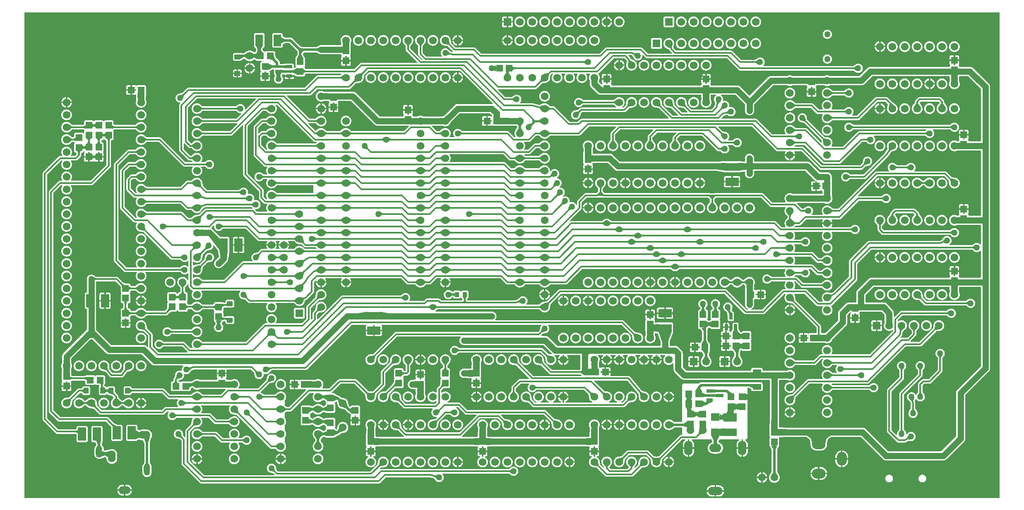
<source format=gbl>
G04 Layer: BottomLayer*
G04 EasyEDA v6.5.39, 2024-02-04 17:50:00*
G04 ca02cd42b7a24e50ad9d11446f9c8c94,5509f98a9368439c9cde498926e245b9,10*
G04 Gerber Generator version 0.2*
G04 Scale: 100 percent, Rotated: No, Reflected: No *
G04 Dimensions in inches *
G04 leading zeros omitted , absolute positions ,3 integer and 6 decimal *
%FSLAX36Y36*%
%MOIN*%

%AMMACRO1*21,1,$1,$2,0,0,$3*%
%ADD10C,0.0500*%
%ADD11C,0.0150*%
%ADD12C,0.0200*%
%ADD13C,0.0120*%
%ADD14C,0.0300*%
%ADD15C,0.0250*%
%ADD16C,0.0400*%
%ADD17MACRO1,0.025X0.05X-90.0000*%
%ADD18MACRO1,0.025X0.05X0.0000*%
%ADD19MACRO1,0.025X0.05X90.0000*%
%ADD20R,0.0532X0.0555*%
%ADD21MACRO1,0.0532X0.0555X0.0000*%
%ADD22MACRO1,0.0531X0.0555X-90.0000*%
%ADD23MACRO1,0.0531X0.0555X90.0000*%
%ADD24MACRO1,0.0531X0.0555X0.0000*%
%ADD25R,0.0670X0.0475*%
%ADD26MACRO1,0.067X0.0475X0.0000*%
%ADD27MACRO1,0.1063X0.0644X90.0000*%
%ADD28MACRO1,0.1063X0.0644X-90.0000*%
%ADD29MACRO1,0.0374X0.0453X0.0000*%
%ADD30MACRO1,0.0374X0.0453X90.0000*%
%ADD31R,0.1063X0.0644*%
%ADD32MACRO1,0.1063X0.0644X0.0000*%
%ADD33R,0.0680X0.0585*%
%ADD34MACRO1,0.068X0.0585X0.0000*%
%ADD35MACRO1,0.0935X0.0593X-90.0000*%
%ADD36MACRO1,0.0374X0.0453X-90.0000*%
%ADD37MACRO1,0.036X0.038X0.0000*%
%ADD38C,0.0620*%
%ADD39C,0.0630*%
%ADD40R,0.0620X0.0620*%
%ADD41O,0.11X0.08*%
%ADD42O,0.08X0.11*%
%ADD43O,0.05X0.095*%
%ADD44O,0.095X0.063*%
%ADD45O,0.063X0.095*%
%ADD46O,0.11810999999999999X0.066929*%
%ADD47O,0.066929X0.11810999999999999*%
%ADD48O,0.098425X0.066929*%
%ADD49R,0.0630X0.0620*%
%ADD50R,0.0620X0.0630*%
%ADD51C,0.1968*%
%ADD52C,0.0170*%

%LPD*%
G36*
X14200Y10200D02*
G01*
X12660Y10500D01*
X11379Y11379D01*
X10500Y12660D01*
X10200Y14200D01*
X10200Y3922799D01*
X10500Y3924340D01*
X11379Y3925620D01*
X12660Y3926500D01*
X14200Y3926800D01*
X7859800Y3926800D01*
X7861340Y3926500D01*
X7862619Y3925620D01*
X7863500Y3924340D01*
X7863800Y3922799D01*
X7863800Y14200D01*
X7863500Y12660D01*
X7862619Y11379D01*
X7861340Y10500D01*
X7859800Y10200D01*
G37*

%LPC*%
G36*
X5549539Y20680D02*
G01*
X5569000Y20680D01*
X5569000Y60340D01*
X5504240Y60340D01*
X5504560Y57779D01*
X5505980Y52240D01*
X5508099Y46900D01*
X5510860Y41880D01*
X5514240Y37240D01*
X5518160Y33060D01*
X5522580Y29400D01*
X5527420Y26320D01*
X5532600Y23880D01*
X5538060Y22120D01*
X5543680Y21040D01*
G37*
G36*
X5581000Y20680D02*
G01*
X5600460Y20680D01*
X5606319Y21040D01*
X5611940Y22120D01*
X5617400Y23880D01*
X5622580Y26320D01*
X5627420Y29400D01*
X5631840Y33060D01*
X5635780Y37240D01*
X5639140Y41880D01*
X5641900Y46900D01*
X5644020Y52240D01*
X5645440Y57779D01*
X5645760Y60340D01*
X5581000Y60340D01*
G37*
G36*
X822820Y28880D02*
G01*
X832680Y28880D01*
X838280Y29240D01*
X843680Y30280D01*
X848900Y31960D01*
X853860Y34300D01*
X858500Y37240D01*
X862720Y40740D01*
X866480Y44740D01*
X869700Y49180D01*
X872340Y53980D01*
X874360Y59080D01*
X875720Y64400D01*
X876000Y66580D01*
X822820Y66580D01*
G37*
G36*
X800939Y28880D02*
G01*
X810819Y28880D01*
X810819Y66580D01*
X757620Y66580D01*
X757900Y64400D01*
X759260Y59080D01*
X761280Y53980D01*
X763920Y49180D01*
X767140Y44740D01*
X770900Y40740D01*
X775120Y37240D01*
X779760Y34300D01*
X784720Y31960D01*
X789940Y30280D01*
X795340Y29240D01*
G37*
G36*
X5581000Y72340D02*
G01*
X5645760Y72340D01*
X5645440Y74900D01*
X5644020Y80440D01*
X5641900Y85780D01*
X5639140Y90800D01*
X5635780Y95440D01*
X5631840Y99620D01*
X5627420Y103280D01*
X5622580Y106340D01*
X5617400Y108780D01*
X5611940Y110559D01*
X5606319Y111640D01*
X5600460Y112000D01*
X5581000Y112000D01*
G37*
G36*
X5504240Y72340D02*
G01*
X5569000Y72340D01*
X5569000Y112000D01*
X5549539Y112000D01*
X5543680Y111640D01*
X5538060Y110559D01*
X5532600Y108780D01*
X5527420Y106340D01*
X5522580Y103280D01*
X5518160Y99620D01*
X5514240Y95440D01*
X5510860Y90800D01*
X5508099Y85780D01*
X5505980Y80440D01*
X5504560Y74900D01*
G37*
G36*
X822820Y78580D02*
G01*
X876000Y78580D01*
X875720Y80780D01*
X874360Y86100D01*
X872340Y91199D01*
X869700Y96000D01*
X866480Y100440D01*
X862720Y104440D01*
X858500Y107940D01*
X853860Y110879D01*
X848900Y113219D01*
X843680Y114900D01*
X838280Y115940D01*
X832680Y116280D01*
X822820Y116280D01*
G37*
G36*
X757620Y78580D02*
G01*
X810819Y78580D01*
X810819Y116280D01*
X800939Y116280D01*
X795340Y115940D01*
X789940Y114900D01*
X784720Y113219D01*
X779760Y110879D01*
X775120Y107940D01*
X770900Y104440D01*
X767140Y100440D01*
X763920Y96000D01*
X761280Y91199D01*
X759260Y86100D01*
X757900Y80780D01*
G37*
G36*
X1435180Y126800D02*
G01*
X2865700Y126820D01*
X2869160Y127300D01*
X2872340Y128360D01*
X2875280Y130000D01*
X2878000Y132260D01*
X2921360Y175620D01*
X2922660Y176500D01*
X2924200Y176800D01*
X3276900Y176800D01*
X3277980Y176640D01*
X3307200Y168299D01*
X3308340Y167780D01*
X3309260Y166920D01*
X3319400Y153900D01*
X3321120Y151560D01*
X3324620Y147820D01*
X3328560Y144620D01*
X3332880Y141980D01*
X3337540Y139960D01*
X3342440Y138580D01*
X3347460Y137900D01*
X3352540Y137900D01*
X3357559Y138580D01*
X3362460Y139960D01*
X3367120Y141980D01*
X3371440Y144620D01*
X3375380Y147820D01*
X3378840Y151520D01*
X3381780Y155680D01*
X3384120Y160180D01*
X3385820Y164960D01*
X3386840Y169940D01*
X3387200Y175000D01*
X3386840Y180060D01*
X3385820Y185040D01*
X3384120Y189820D01*
X3381780Y194320D01*
X3378840Y198480D01*
X3377360Y200060D01*
X3376540Y201380D01*
X3376280Y202900D01*
X3376620Y204400D01*
X3377480Y205660D01*
X3378759Y206500D01*
X3380280Y206800D01*
X3910680Y206800D01*
X3911920Y206600D01*
X3913039Y206040D01*
X3926400Y196300D01*
X3928519Y194640D01*
X3932880Y191980D01*
X3937540Y189960D01*
X3942440Y188580D01*
X3947460Y187900D01*
X3952540Y187900D01*
X3957559Y188580D01*
X3962460Y189960D01*
X3967120Y191980D01*
X3971440Y194620D01*
X3975380Y197820D01*
X3978840Y201520D01*
X3981780Y205680D01*
X3984120Y210180D01*
X3985820Y214960D01*
X3986840Y219940D01*
X3987200Y225000D01*
X3986840Y230060D01*
X3985820Y235040D01*
X3984120Y239820D01*
X3981780Y244320D01*
X3978840Y248480D01*
X3975380Y252180D01*
X3971440Y255380D01*
X3967120Y258020D01*
X3962460Y260040D01*
X3957559Y261420D01*
X3952540Y262100D01*
X3947460Y262100D01*
X3942440Y261420D01*
X3937540Y260040D01*
X3932880Y258020D01*
X3928519Y255360D01*
X3926280Y253619D01*
X3913039Y243960D01*
X3911920Y243400D01*
X3910680Y243200D01*
X2884300Y243180D01*
X2880840Y242700D01*
X2878320Y241860D01*
X2876560Y241680D01*
X2874880Y242280D01*
X2873639Y243540D01*
X2873060Y245219D01*
X2873260Y246980D01*
X2874220Y248480D01*
X2879020Y253280D01*
X2880120Y254060D01*
X2881400Y254440D01*
X2903120Y256920D01*
X2904020Y257079D01*
X2906900Y257360D01*
X2912280Y258600D01*
X2917480Y260500D01*
X2922400Y263060D01*
X2926920Y266240D01*
X2931019Y269960D01*
X2934620Y274160D01*
X2937640Y278800D01*
X2940040Y283800D01*
X2941780Y289040D01*
X2942840Y294480D01*
X2943200Y300000D01*
X2942840Y305520D01*
X2941780Y310960D01*
X2940040Y316200D01*
X2937640Y321200D01*
X2934620Y325840D01*
X2931019Y330040D01*
X2926920Y333760D01*
X2922400Y336940D01*
X2917480Y339500D01*
X2912280Y341400D01*
X2906900Y342640D01*
X2901380Y343160D01*
X2895860Y343000D01*
X2890380Y342100D01*
X2885080Y340540D01*
X2880020Y338300D01*
X2875280Y335420D01*
X2870960Y331980D01*
X2867120Y328000D01*
X2863800Y323560D01*
X2861080Y318740D01*
X2859000Y313620D01*
X2857600Y308240D01*
X2856940Y303280D01*
X2854440Y281400D01*
X2854060Y280120D01*
X2853279Y279020D01*
X2798639Y224380D01*
X2797340Y223500D01*
X2795800Y223200D01*
X2054199Y223200D01*
X2052660Y223500D01*
X2051360Y224380D01*
X2040660Y235080D01*
X2039940Y236080D01*
X2039540Y237280D01*
X2036980Y253720D01*
X2036860Y255020D01*
X2035820Y260040D01*
X2034120Y264820D01*
X2031780Y269320D01*
X2028839Y273480D01*
X2025380Y277180D01*
X2021440Y280380D01*
X2017120Y283020D01*
X2012460Y285040D01*
X2007560Y286420D01*
X2002540Y287100D01*
X1997460Y287100D01*
X1992440Y286420D01*
X1987540Y285040D01*
X1982880Y283020D01*
X1978560Y280380D01*
X1974620Y277180D01*
X1971160Y273480D01*
X1968220Y269320D01*
X1965880Y264820D01*
X1964180Y260040D01*
X1963160Y255060D01*
X1962800Y250000D01*
X1963160Y244940D01*
X1964180Y239960D01*
X1965880Y235180D01*
X1968220Y230680D01*
X1971160Y226520D01*
X1974620Y222820D01*
X1978560Y219620D01*
X1982880Y216980D01*
X1987540Y214960D01*
X1992440Y213580D01*
X1996540Y213000D01*
X2012720Y210460D01*
X2013920Y210060D01*
X2014920Y209340D01*
X2024240Y200020D01*
X2025100Y198740D01*
X2025400Y197200D01*
X2025100Y195660D01*
X2024240Y194380D01*
X2022940Y193500D01*
X2021399Y193200D01*
X1459199Y193200D01*
X1457660Y193500D01*
X1456360Y194380D01*
X1344379Y306360D01*
X1343500Y307660D01*
X1343200Y309200D01*
X1343200Y540800D01*
X1343500Y542340D01*
X1344379Y543640D01*
X1379019Y578280D01*
X1380120Y579060D01*
X1381399Y579440D01*
X1403120Y581920D01*
X1404000Y582080D01*
X1406900Y582360D01*
X1412280Y583600D01*
X1417480Y585500D01*
X1422400Y588060D01*
X1426920Y591240D01*
X1431020Y594960D01*
X1434620Y599160D01*
X1437640Y603800D01*
X1440040Y608800D01*
X1441780Y614040D01*
X1442840Y619480D01*
X1443200Y625000D01*
X1442840Y630520D01*
X1441780Y635960D01*
X1440040Y641200D01*
X1437640Y646200D01*
X1434760Y650620D01*
X1434139Y652220D01*
X1434259Y653920D01*
X1435080Y655420D01*
X1436440Y656440D01*
X1438100Y656800D01*
X1490800Y656800D01*
X1492340Y656500D01*
X1493640Y655620D01*
X1537640Y611640D01*
X1540420Y609540D01*
X1543440Y608040D01*
X1546660Y607120D01*
X1550180Y606800D01*
X1652140Y606800D01*
X1653460Y606580D01*
X1654620Y605940D01*
X1675280Y589580D01*
X1680020Y586700D01*
X1685080Y584460D01*
X1690380Y582900D01*
X1695860Y582000D01*
X1701380Y581820D01*
X1706900Y582360D01*
X1712280Y583600D01*
X1717480Y585500D01*
X1722400Y588060D01*
X1726920Y591240D01*
X1731020Y594960D01*
X1734620Y599160D01*
X1737640Y603800D01*
X1740040Y608800D01*
X1741780Y614040D01*
X1742840Y619480D01*
X1743200Y625000D01*
X1742840Y630520D01*
X1741780Y635960D01*
X1740040Y641200D01*
X1737640Y646200D01*
X1734620Y650840D01*
X1731020Y655040D01*
X1726920Y658760D01*
X1722400Y661940D01*
X1717480Y664500D01*
X1712280Y666400D01*
X1706900Y667640D01*
X1701380Y668160D01*
X1695860Y668000D01*
X1690380Y667099D01*
X1685080Y665540D01*
X1680020Y663300D01*
X1675280Y660420D01*
X1654620Y644060D01*
X1653460Y643420D01*
X1652140Y643199D01*
X1559199Y643199D01*
X1557660Y643500D01*
X1556360Y644380D01*
X1512360Y688360D01*
X1509580Y690460D01*
X1506560Y691960D01*
X1503340Y692880D01*
X1499820Y693199D01*
X1438100Y693199D01*
X1436440Y693560D01*
X1435080Y694580D01*
X1434259Y696080D01*
X1434160Y697780D01*
X1434760Y699380D01*
X1437640Y703800D01*
X1440040Y708800D01*
X1441780Y714040D01*
X1442840Y719479D01*
X1443200Y725000D01*
X1442840Y730520D01*
X1441780Y735960D01*
X1440040Y741200D01*
X1437640Y746200D01*
X1434760Y750620D01*
X1434139Y752220D01*
X1434259Y753920D01*
X1435080Y755420D01*
X1436440Y756440D01*
X1438100Y756800D01*
X1661980Y756800D01*
X1663680Y756420D01*
X1665060Y755340D01*
X1665860Y753760D01*
X1665900Y752020D01*
X1665180Y750400D01*
X1663800Y748560D01*
X1661080Y743740D01*
X1659000Y738600D01*
X1657600Y733259D01*
X1656900Y727760D01*
X1656900Y722240D01*
X1657600Y716740D01*
X1659000Y711380D01*
X1661080Y706260D01*
X1663800Y701440D01*
X1667120Y697000D01*
X1670960Y693020D01*
X1675280Y689580D01*
X1680020Y686700D01*
X1685080Y684460D01*
X1690380Y682900D01*
X1695920Y682000D01*
X1718600Y679440D01*
X1719880Y679060D01*
X1720980Y678280D01*
X1987640Y411640D01*
X1990420Y409540D01*
X1993440Y408040D01*
X1996660Y407120D01*
X2000180Y406800D01*
X2027140Y406800D01*
X2028460Y406580D01*
X2029640Y405940D01*
X2050280Y389580D01*
X2055020Y386700D01*
X2060080Y384460D01*
X2065380Y382900D01*
X2070860Y382000D01*
X2076380Y381820D01*
X2081900Y382360D01*
X2087280Y383600D01*
X2092480Y385500D01*
X2097400Y388060D01*
X2101920Y391240D01*
X2106020Y394960D01*
X2109620Y399159D01*
X2112640Y403800D01*
X2115040Y408800D01*
X2116780Y414040D01*
X2117840Y419480D01*
X2118200Y425000D01*
X2117840Y430520D01*
X2116780Y435959D01*
X2115040Y441200D01*
X2112640Y446200D01*
X2109620Y450840D01*
X2108160Y452540D01*
X2107440Y453760D01*
X2107200Y455140D01*
X2107200Y494860D01*
X2107440Y496240D01*
X2108160Y497460D01*
X2109620Y499159D01*
X2112640Y503800D01*
X2115040Y508800D01*
X2116780Y514040D01*
X2117840Y519480D01*
X2118200Y525000D01*
X2117840Y530520D01*
X2116780Y535960D01*
X2115040Y541200D01*
X2112640Y546200D01*
X2109620Y550840D01*
X2108160Y552540D01*
X2107440Y553760D01*
X2107200Y555140D01*
X2107200Y594860D01*
X2107440Y596240D01*
X2108160Y597460D01*
X2109620Y599160D01*
X2112640Y603800D01*
X2115040Y608800D01*
X2116780Y614040D01*
X2117840Y619480D01*
X2118200Y625000D01*
X2117840Y630520D01*
X2116780Y635960D01*
X2115040Y641200D01*
X2112640Y646200D01*
X2109620Y650840D01*
X2108160Y652540D01*
X2107440Y653760D01*
X2107200Y655140D01*
X2107200Y693540D01*
X2107380Y694720D01*
X2107900Y695780D01*
X2108720Y696660D01*
X2120380Y705939D01*
X2121540Y706580D01*
X2122860Y706800D01*
X2150700Y706820D01*
X2154160Y707300D01*
X2157340Y708360D01*
X2160280Y710000D01*
X2163000Y712260D01*
X2306360Y855620D01*
X2307660Y856500D01*
X2309200Y856800D01*
X2336980Y856800D01*
X2338680Y856420D01*
X2340060Y855340D01*
X2340860Y853760D01*
X2340900Y852020D01*
X2340180Y850400D01*
X2338800Y848560D01*
X2336080Y843740D01*
X2334000Y838600D01*
X2332600Y833259D01*
X2331900Y827760D01*
X2331900Y822240D01*
X2332600Y816740D01*
X2334000Y811380D01*
X2336080Y806260D01*
X2338800Y801440D01*
X2342120Y797000D01*
X2345960Y793020D01*
X2350280Y789580D01*
X2355020Y786700D01*
X2360080Y784460D01*
X2365380Y782900D01*
X2370860Y782000D01*
X2376380Y781820D01*
X2381900Y782360D01*
X2387280Y783600D01*
X2392480Y785500D01*
X2397400Y788060D01*
X2402760Y791880D01*
X2416460Y800240D01*
X2417700Y800740D01*
X2419040Y800800D01*
X2420320Y800400D01*
X2434020Y793560D01*
X2435180Y792680D01*
X2435960Y791420D01*
X2436220Y789980D01*
X2436220Y786820D01*
X2436480Y784240D01*
X2437180Y781960D01*
X2438280Y779880D01*
X2440220Y777580D01*
X2440920Y776380D01*
X2441160Y775000D01*
X2440920Y773620D01*
X2440220Y772420D01*
X2438280Y770120D01*
X2437180Y768040D01*
X2436480Y765759D01*
X2436220Y763180D01*
X2436220Y760020D01*
X2435960Y758580D01*
X2435180Y757320D01*
X2434020Y756440D01*
X2420320Y749599D01*
X2419040Y749200D01*
X2417700Y749260D01*
X2416460Y749760D01*
X2402740Y758120D01*
X2397400Y761940D01*
X2392480Y764500D01*
X2387280Y766400D01*
X2381900Y767640D01*
X2376380Y768160D01*
X2370860Y768000D01*
X2365380Y767099D01*
X2360080Y765540D01*
X2355020Y763300D01*
X2350280Y760420D01*
X2347680Y758379D01*
X2331800Y748680D01*
X2330340Y748139D01*
X2328780Y748199D01*
X2304620Y753940D01*
X2301340Y754320D01*
X2248620Y754320D01*
X2246040Y754080D01*
X2243760Y753379D01*
X2241660Y752260D01*
X2239820Y750740D01*
X2238300Y748900D01*
X2237180Y746780D01*
X2236480Y744500D01*
X2236220Y741940D01*
X2236220Y686820D01*
X2236480Y684240D01*
X2237180Y681960D01*
X2238280Y679880D01*
X2240220Y677580D01*
X2240920Y676380D01*
X2241160Y675000D01*
X2240920Y673620D01*
X2240220Y672420D01*
X2238280Y670120D01*
X2237180Y668040D01*
X2236480Y665759D01*
X2236220Y663180D01*
X2236220Y608060D01*
X2236480Y605500D01*
X2237180Y603220D01*
X2238300Y601100D01*
X2239820Y599260D01*
X2241660Y597740D01*
X2243760Y596620D01*
X2246040Y595920D01*
X2248620Y595680D01*
X2301460Y595680D01*
X2302820Y595740D01*
X2304520Y596040D01*
X2328780Y601800D01*
X2330340Y601860D01*
X2331800Y601320D01*
X2347680Y591620D01*
X2350280Y589580D01*
X2355020Y586700D01*
X2360080Y584460D01*
X2365380Y582900D01*
X2370860Y582000D01*
X2376380Y581820D01*
X2381900Y582360D01*
X2387280Y583600D01*
X2392480Y585500D01*
X2397400Y588060D01*
X2402760Y591880D01*
X2416460Y600240D01*
X2417700Y600740D01*
X2419040Y600800D01*
X2420320Y600400D01*
X2434020Y593560D01*
X2435180Y592680D01*
X2435960Y591420D01*
X2436220Y589980D01*
X2436220Y586820D01*
X2436480Y584240D01*
X2437180Y581960D01*
X2438280Y579880D01*
X2440220Y577580D01*
X2440920Y576380D01*
X2441160Y575000D01*
X2440920Y573620D01*
X2440220Y572420D01*
X2438280Y570120D01*
X2437180Y568040D01*
X2436480Y565760D01*
X2436220Y563180D01*
X2436220Y560020D01*
X2435960Y558580D01*
X2435180Y557320D01*
X2434020Y556440D01*
X2420320Y549600D01*
X2419040Y549200D01*
X2417700Y549260D01*
X2416460Y549760D01*
X2402740Y558120D01*
X2397400Y561940D01*
X2392480Y564500D01*
X2387280Y566400D01*
X2381900Y567640D01*
X2376380Y568160D01*
X2370860Y568000D01*
X2365380Y567100D01*
X2360080Y565540D01*
X2355020Y563300D01*
X2350280Y560420D01*
X2345960Y556980D01*
X2342120Y553000D01*
X2338800Y548560D01*
X2336080Y543740D01*
X2334000Y538600D01*
X2332600Y533260D01*
X2331900Y527760D01*
X2331900Y522239D01*
X2332600Y516740D01*
X2334000Y511380D01*
X2336080Y506260D01*
X2338800Y501440D01*
X2341760Y497440D01*
X2352220Y480319D01*
X2352660Y479320D01*
X2352800Y478240D01*
X2352800Y471760D01*
X2352660Y470680D01*
X2352220Y469680D01*
X2341760Y452560D01*
X2338800Y448560D01*
X2336080Y443740D01*
X2334000Y438600D01*
X2332600Y433260D01*
X2331900Y427760D01*
X2331900Y422239D01*
X2332600Y416740D01*
X2334000Y411380D01*
X2336080Y406260D01*
X2338800Y401440D01*
X2342120Y397000D01*
X2345960Y393020D01*
X2350280Y389580D01*
X2355020Y386700D01*
X2360080Y384460D01*
X2365380Y382900D01*
X2370860Y382000D01*
X2376380Y381820D01*
X2381900Y382360D01*
X2387280Y383600D01*
X2392480Y385500D01*
X2397400Y388060D01*
X2401920Y391240D01*
X2406020Y394960D01*
X2409620Y399159D01*
X2412640Y403800D01*
X2415040Y408800D01*
X2416780Y414040D01*
X2417840Y419480D01*
X2418200Y425000D01*
X2417840Y430520D01*
X2416780Y435959D01*
X2415040Y441200D01*
X2412640Y446200D01*
X2409620Y450840D01*
X2408300Y452440D01*
X2397780Y469680D01*
X2397340Y470680D01*
X2397200Y471760D01*
X2397200Y478240D01*
X2397340Y479320D01*
X2397780Y480319D01*
X2405580Y493100D01*
X2406160Y493840D01*
X2406900Y494420D01*
X2418200Y501320D01*
X2419660Y501860D01*
X2421220Y501800D01*
X2445480Y496040D01*
X2447180Y495740D01*
X2448540Y495680D01*
X2501380Y495680D01*
X2503960Y495920D01*
X2506240Y496620D01*
X2508340Y497740D01*
X2510180Y499260D01*
X2512520Y502220D01*
X2513520Y502920D01*
X2534240Y513300D01*
X2535240Y513640D01*
X2537880Y514180D01*
X2539700Y514739D01*
X2541480Y515480D01*
X2543200Y516380D01*
X2544840Y517420D01*
X2546360Y518600D01*
X2547860Y519960D01*
X2557160Y529260D01*
X2558040Y529920D01*
X2559060Y530320D01*
X2579040Y535060D01*
X2580580Y535220D01*
X2586080Y536280D01*
X2591400Y538040D01*
X2596440Y540480D01*
X2601139Y543520D01*
X2605400Y547160D01*
X2609160Y551300D01*
X2612360Y555900D01*
X2614940Y560860D01*
X2616880Y566100D01*
X2618120Y571560D01*
X2618660Y577140D01*
X2618480Y582740D01*
X2617600Y588260D01*
X2616000Y593620D01*
X2613740Y598740D01*
X2610840Y603540D01*
X2607340Y607920D01*
X2603320Y611800D01*
X2598840Y615160D01*
X2593960Y617900D01*
X2588759Y620000D01*
X2583360Y621420D01*
X2577799Y622140D01*
X2572200Y622140D01*
X2566640Y621420D01*
X2561240Y620000D01*
X2556040Y617900D01*
X2551160Y615160D01*
X2546680Y611800D01*
X2542660Y607920D01*
X2539160Y603540D01*
X2536260Y598740D01*
X2534000Y593620D01*
X2532400Y588260D01*
X2531420Y582120D01*
X2527760Y566640D01*
X2527200Y565340D01*
X2526200Y564300D01*
X2524900Y563700D01*
X2523460Y563580D01*
X2522080Y563980D01*
X2513560Y568260D01*
X2512560Y568960D01*
X2511720Y570120D01*
X2509780Y572420D01*
X2509080Y573620D01*
X2508840Y575000D01*
X2509080Y576380D01*
X2509780Y577580D01*
X2511720Y579880D01*
X2512820Y581960D01*
X2513520Y584240D01*
X2513780Y586820D01*
X2513780Y641940D01*
X2513520Y644500D01*
X2512820Y646780D01*
X2511700Y648900D01*
X2510180Y650740D01*
X2508340Y652260D01*
X2506240Y653379D01*
X2503960Y654080D01*
X2501380Y654320D01*
X2448540Y654320D01*
X2447180Y654260D01*
X2445480Y653960D01*
X2421220Y648199D01*
X2419660Y648139D01*
X2418200Y648680D01*
X2402740Y658120D01*
X2397400Y661940D01*
X2392480Y664500D01*
X2387280Y666400D01*
X2381900Y667640D01*
X2376380Y668160D01*
X2370860Y668000D01*
X2365380Y667099D01*
X2360080Y665540D01*
X2355020Y663300D01*
X2350280Y660420D01*
X2347680Y658379D01*
X2333540Y649760D01*
X2332300Y649260D01*
X2330960Y649200D01*
X2329680Y649599D01*
X2315980Y656440D01*
X2314820Y657320D01*
X2314040Y658580D01*
X2313780Y660020D01*
X2313780Y663180D01*
X2313520Y665759D01*
X2312820Y668040D01*
X2311720Y670120D01*
X2309780Y672420D01*
X2309080Y673620D01*
X2308840Y675000D01*
X2309080Y676380D01*
X2309780Y677580D01*
X2311720Y679880D01*
X2312820Y681960D01*
X2313520Y684240D01*
X2313780Y686820D01*
X2313780Y689980D01*
X2314040Y691420D01*
X2314820Y692680D01*
X2315980Y693560D01*
X2329680Y700400D01*
X2330960Y700800D01*
X2332300Y700740D01*
X2333540Y700240D01*
X2347680Y691620D01*
X2350280Y689580D01*
X2355020Y686700D01*
X2360080Y684460D01*
X2365380Y682900D01*
X2370860Y682000D01*
X2376380Y681820D01*
X2381900Y682360D01*
X2387280Y683600D01*
X2392480Y685500D01*
X2397400Y688060D01*
X2402760Y691880D01*
X2418200Y701320D01*
X2419660Y701860D01*
X2421220Y701800D01*
X2445480Y696040D01*
X2447180Y695740D01*
X2448540Y695680D01*
X2501380Y695680D01*
X2503960Y695920D01*
X2506240Y696620D01*
X2508340Y697740D01*
X2510180Y699260D01*
X2511700Y701100D01*
X2512820Y703220D01*
X2513520Y705500D01*
X2513780Y708060D01*
X2513780Y763180D01*
X2513520Y765759D01*
X2512820Y768040D01*
X2511720Y770120D01*
X2509780Y772420D01*
X2509080Y773620D01*
X2508840Y775000D01*
X2509080Y776380D01*
X2509780Y777580D01*
X2512560Y781040D01*
X2513560Y781740D01*
X2522080Y786020D01*
X2523460Y786420D01*
X2524900Y786300D01*
X2526200Y785699D01*
X2527200Y784659D01*
X2527760Y783360D01*
X2531580Y767200D01*
X2531880Y764479D01*
X2533120Y759020D01*
X2535060Y753780D01*
X2537640Y748820D01*
X2540840Y744220D01*
X2544600Y740080D01*
X2548860Y736440D01*
X2553560Y733400D01*
X2558600Y730960D01*
X2563920Y729200D01*
X2569420Y728139D01*
X2571000Y727980D01*
X2591000Y723259D01*
X2592020Y722860D01*
X2592900Y722200D01*
X2616340Y698760D01*
X2617840Y697400D01*
X2619360Y696220D01*
X2621000Y695180D01*
X2622720Y694280D01*
X2624500Y693540D01*
X2625760Y693139D01*
X2627260Y692280D01*
X2635860Y684380D01*
X2636540Y683560D01*
X2637180Y681960D01*
X2638279Y679880D01*
X2640220Y677580D01*
X2640920Y676380D01*
X2641160Y675000D01*
X2640920Y673620D01*
X2640220Y672420D01*
X2638279Y670120D01*
X2637180Y668040D01*
X2636480Y665759D01*
X2636220Y663180D01*
X2636220Y641620D01*
X2669000Y641620D01*
X2669000Y670420D01*
X2669300Y671940D01*
X2670179Y673240D01*
X2671460Y674120D01*
X2673000Y674419D01*
X2677000Y674419D01*
X2678540Y674120D01*
X2679820Y673240D01*
X2680700Y671940D01*
X2681000Y670420D01*
X2681000Y641620D01*
X2713780Y641620D01*
X2713780Y663180D01*
X2713519Y665759D01*
X2712820Y668040D01*
X2711720Y670120D01*
X2709780Y672420D01*
X2709080Y673620D01*
X2708840Y675000D01*
X2709080Y676380D01*
X2709780Y677580D01*
X2711720Y679880D01*
X2712820Y681960D01*
X2713519Y684240D01*
X2713780Y686820D01*
X2713780Y741940D01*
X2713519Y744500D01*
X2712820Y746780D01*
X2711700Y748900D01*
X2710179Y750740D01*
X2708340Y752260D01*
X2706240Y753379D01*
X2703960Y754080D01*
X2701380Y754320D01*
X2648620Y754320D01*
X2646040Y754080D01*
X2643759Y753379D01*
X2641660Y752260D01*
X2639820Y750740D01*
X2638300Y748900D01*
X2637600Y747600D01*
X2636680Y746440D01*
X2635380Y745699D01*
X2633920Y745480D01*
X2632480Y745819D01*
X2631240Y746660D01*
X2624280Y753620D01*
X2623620Y754500D01*
X2623220Y755520D01*
X2618580Y775120D01*
X2617600Y781180D01*
X2616000Y786540D01*
X2613740Y791660D01*
X2610840Y796460D01*
X2607340Y800840D01*
X2603320Y804720D01*
X2598840Y808080D01*
X2593960Y810819D01*
X2588759Y812920D01*
X2583360Y814340D01*
X2579280Y814880D01*
X2559060Y819680D01*
X2558040Y820080D01*
X2557160Y820740D01*
X2547860Y830040D01*
X2546360Y831400D01*
X2544840Y832580D01*
X2543200Y833620D01*
X2541480Y834520D01*
X2539700Y835260D01*
X2537880Y835819D01*
X2535240Y836360D01*
X2534240Y836700D01*
X2513520Y847080D01*
X2512520Y847780D01*
X2510180Y850740D01*
X2508340Y852260D01*
X2506240Y853379D01*
X2503960Y854080D01*
X2501380Y854320D01*
X2489520Y854320D01*
X2487940Y854659D01*
X2486600Y855580D01*
X2485760Y856960D01*
X2485540Y858580D01*
X2485960Y860140D01*
X2486960Y861400D01*
X2488000Y862260D01*
X2556360Y930620D01*
X2557660Y931500D01*
X2559200Y931800D01*
X2665800Y931800D01*
X2667340Y931500D01*
X2668639Y930620D01*
X2753279Y845980D01*
X2754060Y844880D01*
X2754440Y843600D01*
X2757000Y820920D01*
X2757900Y815380D01*
X2759460Y810080D01*
X2761700Y805020D01*
X2764580Y800280D01*
X2768020Y795960D01*
X2772000Y792120D01*
X2776440Y788800D01*
X2781259Y786080D01*
X2786380Y784000D01*
X2791740Y782600D01*
X2797240Y781900D01*
X2802760Y781900D01*
X2808260Y782600D01*
X2813620Y784000D01*
X2818740Y786080D01*
X2823560Y788800D01*
X2828000Y792120D01*
X2831980Y795960D01*
X2835419Y800280D01*
X2838300Y805020D01*
X2840539Y810080D01*
X2842100Y815380D01*
X2843000Y820920D01*
X2845560Y843600D01*
X2845940Y844880D01*
X2846720Y845980D01*
X2913360Y912640D01*
X2915460Y915420D01*
X2916960Y918439D01*
X2917880Y921660D01*
X2918200Y925180D01*
X2918200Y1015800D01*
X2918500Y1017340D01*
X2919380Y1018640D01*
X2979020Y1078280D01*
X2980120Y1079060D01*
X2981400Y1079440D01*
X3003279Y1081940D01*
X3008240Y1082600D01*
X3013620Y1084000D01*
X3018740Y1086080D01*
X3023560Y1088800D01*
X3028000Y1092120D01*
X3031980Y1095960D01*
X3035419Y1100280D01*
X3038300Y1105020D01*
X3040539Y1110080D01*
X3042100Y1115380D01*
X3043000Y1120860D01*
X3043180Y1126380D01*
X3042640Y1131900D01*
X3041400Y1137280D01*
X3039500Y1142480D01*
X3036940Y1147400D01*
X3033759Y1151920D01*
X3030040Y1156020D01*
X3025840Y1159620D01*
X3021200Y1162640D01*
X3016200Y1165040D01*
X3010960Y1166780D01*
X3005520Y1167840D01*
X3000000Y1168200D01*
X2994480Y1167840D01*
X2989040Y1166780D01*
X2983800Y1165040D01*
X2978800Y1162640D01*
X2974160Y1159620D01*
X2969960Y1156020D01*
X2966240Y1151920D01*
X2963060Y1147400D01*
X2960500Y1142480D01*
X2958600Y1137280D01*
X2957360Y1131900D01*
X2954440Y1106400D01*
X2954060Y1105120D01*
X2953279Y1104020D01*
X2886640Y1037360D01*
X2884540Y1034580D01*
X2883039Y1031560D01*
X2882120Y1028340D01*
X2881800Y1024820D01*
X2881800Y934200D01*
X2881500Y932660D01*
X2880620Y931360D01*
X2820980Y871720D01*
X2819880Y870939D01*
X2818600Y870560D01*
X2800460Y868500D01*
X2799540Y868500D01*
X2781400Y870560D01*
X2780120Y870939D01*
X2779020Y871720D01*
X2687360Y963360D01*
X2684580Y965460D01*
X2681560Y966960D01*
X2678340Y967880D01*
X2674820Y968199D01*
X2549300Y968180D01*
X2545840Y967700D01*
X2542660Y966640D01*
X2539720Y965000D01*
X2537000Y962740D01*
X2468640Y894380D01*
X2467340Y893500D01*
X2465800Y893199D01*
X2413100Y893199D01*
X2411440Y893560D01*
X2410080Y894580D01*
X2409260Y896080D01*
X2409160Y897780D01*
X2409760Y899380D01*
X2412640Y903800D01*
X2415040Y908800D01*
X2416780Y914040D01*
X2417840Y919479D01*
X2418200Y925000D01*
X2417840Y930520D01*
X2416780Y935960D01*
X2415040Y941200D01*
X2412640Y946200D01*
X2409620Y950840D01*
X2406020Y955040D01*
X2401920Y958760D01*
X2397400Y961940D01*
X2392480Y964500D01*
X2387280Y966400D01*
X2381900Y967640D01*
X2376380Y968160D01*
X2370860Y968000D01*
X2365380Y967099D01*
X2360080Y965540D01*
X2353640Y962640D01*
X2352520Y962500D01*
X2292100Y963780D01*
X2236820Y963780D01*
X2234240Y963520D01*
X2231960Y962820D01*
X2229880Y961720D01*
X2227580Y959780D01*
X2226380Y959080D01*
X2225000Y958840D01*
X2223620Y959080D01*
X2222420Y959780D01*
X2220120Y961720D01*
X2218040Y962820D01*
X2215760Y963520D01*
X2213180Y963780D01*
X2191620Y963780D01*
X2191620Y931000D01*
X2220420Y931000D01*
X2221940Y930699D01*
X2223240Y929820D01*
X2224120Y928540D01*
X2224420Y927000D01*
X2224420Y923000D01*
X2224120Y921460D01*
X2223240Y920180D01*
X2221940Y919300D01*
X2220420Y919000D01*
X2191620Y919000D01*
X2191620Y886220D01*
X2213180Y886220D01*
X2215760Y886480D01*
X2218040Y887180D01*
X2220120Y888280D01*
X2222420Y890220D01*
X2223620Y890920D01*
X2225000Y891160D01*
X2226380Y890920D01*
X2227580Y890220D01*
X2229880Y888280D01*
X2231960Y887180D01*
X2234240Y886480D01*
X2236820Y886220D01*
X2275820Y886220D01*
X2277360Y885920D01*
X2278660Y885060D01*
X2279520Y883760D01*
X2279820Y882220D01*
X2279520Y880699D01*
X2278660Y879400D01*
X2143640Y744380D01*
X2142340Y743500D01*
X2140800Y743199D01*
X2122860Y743199D01*
X2121540Y743420D01*
X2120380Y744060D01*
X2108720Y753340D01*
X2107900Y754220D01*
X2107380Y755280D01*
X2107200Y756460D01*
X2107200Y794860D01*
X2107440Y796240D01*
X2108160Y797460D01*
X2109620Y799160D01*
X2112640Y803800D01*
X2115040Y808800D01*
X2116780Y814040D01*
X2117840Y819479D01*
X2118200Y825000D01*
X2117840Y830520D01*
X2116780Y835960D01*
X2115040Y841200D01*
X2112640Y846200D01*
X2109620Y850840D01*
X2106020Y855040D01*
X2101920Y858760D01*
X2097400Y861940D01*
X2092480Y864500D01*
X2087280Y866400D01*
X2081900Y867640D01*
X2076380Y868160D01*
X2070860Y868000D01*
X2065380Y867099D01*
X2060080Y865540D01*
X2055020Y863300D01*
X2050280Y860420D01*
X2029640Y844060D01*
X2028460Y843420D01*
X2027140Y843199D01*
X1939319Y843199D01*
X1938080Y843400D01*
X1936960Y843960D01*
X1923600Y853700D01*
X1921480Y855360D01*
X1915400Y859080D01*
X1914560Y860380D01*
X1914280Y861900D01*
X1914580Y863420D01*
X1915440Y864700D01*
X1985080Y934340D01*
X1986080Y935060D01*
X1987280Y935460D01*
X2007560Y938580D01*
X2012460Y939960D01*
X2017120Y941979D01*
X2021440Y944620D01*
X2025380Y947820D01*
X2028839Y951520D01*
X2031780Y955680D01*
X2034120Y960180D01*
X2035820Y964960D01*
X2036840Y969940D01*
X2037200Y975000D01*
X2036840Y980060D01*
X2035820Y985040D01*
X2034120Y989820D01*
X2031780Y994320D01*
X2028839Y998480D01*
X2025380Y1002180D01*
X2021440Y1005380D01*
X2017120Y1008020D01*
X2012460Y1010040D01*
X2007560Y1011420D01*
X2002540Y1012099D01*
X1997460Y1012099D01*
X1992440Y1011420D01*
X1987540Y1010040D01*
X1982880Y1008020D01*
X1978560Y1005380D01*
X1974620Y1002180D01*
X1971160Y998480D01*
X1968220Y994320D01*
X1965880Y989820D01*
X1964180Y985040D01*
X1963140Y980020D01*
X1963000Y978460D01*
X1960460Y962280D01*
X1960080Y961080D01*
X1959340Y960080D01*
X1893640Y894380D01*
X1892340Y893500D01*
X1890800Y893199D01*
X1738100Y893199D01*
X1736440Y893560D01*
X1735080Y894580D01*
X1734259Y896080D01*
X1734160Y897780D01*
X1734760Y899380D01*
X1737640Y903800D01*
X1740040Y908800D01*
X1741780Y914040D01*
X1742840Y919479D01*
X1743200Y925000D01*
X1742840Y930520D01*
X1741780Y935960D01*
X1740040Y941200D01*
X1737640Y946200D01*
X1734620Y950840D01*
X1731020Y955040D01*
X1726920Y958760D01*
X1722400Y961940D01*
X1717480Y964500D01*
X1712280Y966400D01*
X1706900Y967640D01*
X1701380Y968160D01*
X1695860Y968000D01*
X1690380Y967099D01*
X1685080Y965540D01*
X1680020Y963300D01*
X1678180Y962340D01*
X1677100Y962200D01*
X1642500Y962200D01*
X1641060Y962460D01*
X1639820Y963220D01*
X1638940Y964360D01*
X1637820Y968040D01*
X1636720Y970120D01*
X1634780Y972420D01*
X1634079Y973620D01*
X1633839Y975000D01*
X1634079Y976380D01*
X1634780Y977580D01*
X1636720Y979880D01*
X1637820Y981960D01*
X1638520Y984240D01*
X1638779Y986820D01*
X1638779Y1008379D01*
X1606000Y1008379D01*
X1606000Y979580D01*
X1605700Y978060D01*
X1604820Y976760D01*
X1603540Y975879D01*
X1602000Y975580D01*
X1598000Y975580D01*
X1596459Y975879D01*
X1595180Y976760D01*
X1594300Y978060D01*
X1594000Y979580D01*
X1594000Y1008379D01*
X1561220Y1008379D01*
X1561220Y986820D01*
X1561480Y984240D01*
X1562180Y981960D01*
X1563280Y979880D01*
X1565220Y977580D01*
X1565920Y976380D01*
X1566160Y975000D01*
X1565920Y973620D01*
X1565220Y972420D01*
X1563280Y970120D01*
X1562180Y968040D01*
X1561060Y964360D01*
X1560180Y963220D01*
X1558940Y962460D01*
X1557500Y962200D01*
X1422860Y962200D01*
X1421920Y962320D01*
X1421020Y962660D01*
X1417480Y964500D01*
X1412280Y966400D01*
X1406900Y967640D01*
X1401380Y968160D01*
X1395860Y968000D01*
X1390380Y967099D01*
X1385080Y965540D01*
X1380020Y963300D01*
X1375280Y960420D01*
X1372680Y958379D01*
X1356459Y948480D01*
X1355360Y948020D01*
X1354160Y947900D01*
X1337080Y948780D01*
X1281819Y948780D01*
X1279240Y948520D01*
X1276960Y947820D01*
X1274880Y946720D01*
X1272580Y944780D01*
X1271380Y944080D01*
X1270000Y943840D01*
X1268620Y944080D01*
X1267420Y944780D01*
X1265120Y946720D01*
X1263040Y947820D01*
X1260760Y948520D01*
X1258180Y948780D01*
X1255220Y948780D01*
X1253800Y949040D01*
X1252560Y949800D01*
X1251660Y950960D01*
X1249900Y954400D01*
X1249480Y955780D01*
X1249580Y957220D01*
X1250200Y958520D01*
X1251220Y959539D01*
X1252540Y960120D01*
X1266420Y963420D01*
X1267560Y963580D01*
X1272460Y964960D01*
X1277120Y966979D01*
X1281440Y969620D01*
X1285380Y972820D01*
X1288839Y976520D01*
X1291780Y980680D01*
X1294120Y985180D01*
X1295820Y989960D01*
X1296840Y994940D01*
X1297200Y1000000D01*
X1296840Y1005060D01*
X1296740Y1005600D01*
X1296759Y1007340D01*
X1297520Y1008900D01*
X1298860Y1010000D01*
X1300540Y1010420D01*
X1302540Y1009960D01*
X1307440Y1008580D01*
X1312460Y1007900D01*
X1317540Y1007900D01*
X1322560Y1008580D01*
X1327460Y1009960D01*
X1332120Y1011979D01*
X1336440Y1014620D01*
X1340380Y1017820D01*
X1343839Y1021520D01*
X1356060Y1038700D01*
X1356940Y1039580D01*
X1358040Y1040160D01*
X1377340Y1046600D01*
X1378600Y1046800D01*
X1557300Y1046800D01*
X1558920Y1046460D01*
X1560260Y1045480D01*
X1561080Y1044060D01*
X1561220Y1041940D01*
X1561220Y1020380D01*
X1594000Y1020380D01*
X1594000Y1042800D01*
X1594300Y1044340D01*
X1595180Y1045620D01*
X1596459Y1046500D01*
X1598000Y1046800D01*
X1602000Y1046800D01*
X1603540Y1046500D01*
X1604820Y1045620D01*
X1605700Y1044340D01*
X1606000Y1042800D01*
X1606000Y1020380D01*
X1638779Y1020380D01*
X1638779Y1041940D01*
X1638920Y1044060D01*
X1639740Y1045480D01*
X1641080Y1046460D01*
X1642700Y1046800D01*
X1830800Y1046800D01*
X1832340Y1046500D01*
X1833640Y1045620D01*
X1859340Y1019920D01*
X1860060Y1018920D01*
X1860460Y1017720D01*
X1863020Y1001280D01*
X1863140Y999980D01*
X1864180Y994960D01*
X1865880Y990180D01*
X1868220Y985680D01*
X1871160Y981520D01*
X1874620Y977820D01*
X1878560Y974620D01*
X1882880Y971979D01*
X1887540Y969960D01*
X1892440Y968580D01*
X1897460Y967900D01*
X1902540Y967900D01*
X1907560Y968580D01*
X1912460Y969960D01*
X1917120Y971979D01*
X1921440Y974620D01*
X1925380Y977820D01*
X1928839Y981520D01*
X1931780Y985680D01*
X1934120Y990180D01*
X1935820Y994960D01*
X1936840Y999940D01*
X1937200Y1005140D01*
X1937200Y1006180D01*
X1937480Y1007620D01*
X1938240Y1008880D01*
X1939420Y1009760D01*
X1940820Y1010160D01*
X1942280Y1010040D01*
X1947440Y1008580D01*
X1952460Y1007900D01*
X1957540Y1007900D01*
X1962560Y1008580D01*
X1967460Y1009960D01*
X1972120Y1011979D01*
X1976440Y1014620D01*
X1980380Y1017820D01*
X1983880Y1021560D01*
X1985420Y1023640D01*
X1995640Y1036420D01*
X1996579Y1037260D01*
X1997720Y1037780D01*
X2011920Y1041660D01*
X2012980Y1041800D01*
X2275700Y1041820D01*
X2279160Y1042300D01*
X2282340Y1043360D01*
X2285280Y1045000D01*
X2288000Y1047260D01*
X2646360Y1405620D01*
X2647660Y1406500D01*
X2649200Y1406800D01*
X2759500Y1406800D01*
X2760960Y1406519D01*
X2762240Y1405720D01*
X2763120Y1404520D01*
X2763480Y1403060D01*
X2763300Y1401579D01*
X2762580Y1400260D01*
X2761720Y1399199D01*
X2760600Y1397100D01*
X2759900Y1394820D01*
X2759660Y1392240D01*
X2759660Y1366260D01*
X2819000Y1366260D01*
X2819000Y1402800D01*
X2819300Y1404340D01*
X2820179Y1405620D01*
X2821460Y1406500D01*
X2823000Y1406800D01*
X2827000Y1406800D01*
X2828540Y1406500D01*
X2829820Y1405620D01*
X2830700Y1404340D01*
X2831000Y1402800D01*
X2831000Y1366260D01*
X2890340Y1366260D01*
X2890340Y1392240D01*
X2890100Y1394820D01*
X2889400Y1397100D01*
X2888279Y1399199D01*
X2887420Y1400260D01*
X2886700Y1401579D01*
X2886520Y1403060D01*
X2886880Y1404520D01*
X2887760Y1405720D01*
X2889040Y1406519D01*
X2890500Y1406800D01*
X4169720Y1406800D01*
X4171240Y1406500D01*
X4172520Y1405660D01*
X4173380Y1404400D01*
X4173720Y1402900D01*
X4173460Y1401380D01*
X4172640Y1400060D01*
X4171160Y1398480D01*
X4168220Y1394319D01*
X4165880Y1389820D01*
X4164180Y1385040D01*
X4163140Y1380020D01*
X4163000Y1378460D01*
X4160460Y1362280D01*
X4160080Y1361080D01*
X4159340Y1360080D01*
X4148639Y1349379D01*
X4147340Y1348500D01*
X4145800Y1348200D01*
X3004300Y1348180D01*
X3000840Y1347700D01*
X2997660Y1346639D01*
X2994720Y1345000D01*
X2992000Y1342740D01*
X2820980Y1171720D01*
X2819880Y1170940D01*
X2818600Y1170560D01*
X2794540Y1167860D01*
X2789040Y1166780D01*
X2783800Y1165040D01*
X2778800Y1162640D01*
X2774160Y1159620D01*
X2769960Y1156020D01*
X2766240Y1151920D01*
X2763060Y1147400D01*
X2760500Y1142480D01*
X2758600Y1137280D01*
X2757360Y1131900D01*
X2756840Y1126380D01*
X2757000Y1120860D01*
X2757900Y1115380D01*
X2759460Y1110080D01*
X2761700Y1105020D01*
X2764580Y1100280D01*
X2768020Y1095960D01*
X2772000Y1092120D01*
X2776440Y1088800D01*
X2781259Y1086080D01*
X2786400Y1084000D01*
X2791740Y1082600D01*
X2797240Y1081900D01*
X2802760Y1081900D01*
X2808260Y1082600D01*
X2813620Y1084000D01*
X2818740Y1086080D01*
X2823560Y1088800D01*
X2828000Y1092120D01*
X2831980Y1095960D01*
X2835419Y1100280D01*
X2838300Y1105020D01*
X2840539Y1110080D01*
X2842100Y1115380D01*
X2843000Y1120920D01*
X2845560Y1143600D01*
X2845940Y1144880D01*
X2846720Y1145980D01*
X3011360Y1310620D01*
X3012660Y1311500D01*
X3014200Y1311800D01*
X3519600Y1311800D01*
X3521100Y1311519D01*
X3522380Y1310700D01*
X3523260Y1309460D01*
X3523600Y1307980D01*
X3523380Y1306480D01*
X3522620Y1305180D01*
X3521139Y1303480D01*
X3519620Y1301459D01*
X3518220Y1299319D01*
X3516980Y1297120D01*
X3515880Y1294820D01*
X3514960Y1292460D01*
X3514180Y1290040D01*
X3513580Y1287560D01*
X3513140Y1285060D01*
X3512880Y1282540D01*
X3512799Y1280000D01*
X3512880Y1277460D01*
X3513140Y1274940D01*
X3513580Y1272440D01*
X3514180Y1269960D01*
X3514960Y1267540D01*
X3515880Y1265180D01*
X3516980Y1262880D01*
X3518220Y1260680D01*
X3519620Y1258540D01*
X3521139Y1256520D01*
X3522820Y1254620D01*
X3524620Y1252820D01*
X3526520Y1251140D01*
X3528540Y1249620D01*
X3530680Y1248220D01*
X3532880Y1246980D01*
X3535179Y1245880D01*
X3537540Y1244960D01*
X3539960Y1244180D01*
X3542440Y1243580D01*
X3544940Y1243140D01*
X3547460Y1242880D01*
X3550059Y1242800D01*
X4187940Y1242800D01*
X4189460Y1242500D01*
X4190760Y1241620D01*
X4257720Y1174680D01*
X4258620Y1173280D01*
X4258880Y1171640D01*
X4258440Y1170020D01*
X4257380Y1168720D01*
X4255900Y1167980D01*
X4254220Y1167900D01*
X4253220Y1168080D01*
X4231400Y1170560D01*
X4230120Y1170940D01*
X4229020Y1171720D01*
X4187360Y1213360D01*
X4184580Y1215460D01*
X4181560Y1216960D01*
X4178340Y1217880D01*
X4174820Y1218200D01*
X3514320Y1218200D01*
X3513080Y1218400D01*
X3511960Y1218960D01*
X3498600Y1228700D01*
X3496480Y1230360D01*
X3492120Y1233020D01*
X3487460Y1235040D01*
X3482559Y1236420D01*
X3477540Y1237100D01*
X3472460Y1237100D01*
X3467440Y1236420D01*
X3462540Y1235040D01*
X3457880Y1233020D01*
X3453560Y1230380D01*
X3449620Y1227180D01*
X3446160Y1223480D01*
X3443220Y1219320D01*
X3440880Y1214820D01*
X3439180Y1210040D01*
X3438159Y1205060D01*
X3437799Y1200000D01*
X3438159Y1194940D01*
X3439180Y1189960D01*
X3440880Y1185180D01*
X3443220Y1180680D01*
X3446160Y1176520D01*
X3449620Y1172820D01*
X3453560Y1169620D01*
X3457880Y1166980D01*
X3462540Y1164960D01*
X3467440Y1163580D01*
X3472460Y1162900D01*
X3477540Y1162900D01*
X3482559Y1163580D01*
X3487460Y1164960D01*
X3492120Y1166980D01*
X3496480Y1169640D01*
X3498720Y1171380D01*
X3511960Y1181040D01*
X3513080Y1181600D01*
X3514320Y1181800D01*
X4165800Y1181800D01*
X4167340Y1181500D01*
X4168639Y1180620D01*
X4203280Y1145980D01*
X4204060Y1144880D01*
X4204440Y1143600D01*
X4206940Y1121720D01*
X4207600Y1116760D01*
X4209000Y1111380D01*
X4211080Y1106260D01*
X4213800Y1101440D01*
X4217120Y1097000D01*
X4220960Y1093020D01*
X4225280Y1089580D01*
X4230020Y1086700D01*
X4235080Y1084460D01*
X4240380Y1082900D01*
X4245860Y1082000D01*
X4251380Y1081840D01*
X4256900Y1082360D01*
X4262280Y1083600D01*
X4267480Y1085500D01*
X4272400Y1088060D01*
X4276920Y1091240D01*
X4281020Y1094960D01*
X4284620Y1099160D01*
X4287640Y1103800D01*
X4290040Y1108800D01*
X4291780Y1114040D01*
X4292840Y1119480D01*
X4293200Y1125000D01*
X4292840Y1130520D01*
X4291780Y1135960D01*
X4290040Y1141200D01*
X4287640Y1146200D01*
X4284620Y1150840D01*
X4281020Y1155040D01*
X4280020Y1155960D01*
X4279080Y1157280D01*
X4278720Y1158860D01*
X4279020Y1160460D01*
X4279940Y1161800D01*
X4281320Y1162660D01*
X4282920Y1162920D01*
X4285100Y1162800D01*
X4317160Y1162800D01*
X4318680Y1162500D01*
X4319980Y1161640D01*
X4320840Y1160360D01*
X4321160Y1158840D01*
X4320880Y1157320D01*
X4320040Y1156020D01*
X4317120Y1153000D01*
X4313800Y1148560D01*
X4311080Y1143740D01*
X4309000Y1138620D01*
X4307600Y1133260D01*
X4307320Y1131000D01*
X4344000Y1131000D01*
X4344000Y1158800D01*
X4344300Y1160340D01*
X4345180Y1161620D01*
X4346460Y1162500D01*
X4348000Y1162800D01*
X4352000Y1162800D01*
X4353540Y1162500D01*
X4354820Y1161620D01*
X4355700Y1160340D01*
X4356000Y1158800D01*
X4356000Y1131000D01*
X4392740Y1131000D01*
X4391780Y1135960D01*
X4390040Y1141200D01*
X4387640Y1146200D01*
X4384620Y1150840D01*
X4381020Y1155040D01*
X4380160Y1155840D01*
X4379220Y1157120D01*
X4378840Y1158680D01*
X4379120Y1160240D01*
X4379980Y1161580D01*
X4381280Y1162480D01*
X4382840Y1162800D01*
X4483800Y1162800D01*
X4485340Y1162500D01*
X4486620Y1161620D01*
X4487500Y1160340D01*
X4487800Y1158800D01*
X4487800Y1047200D01*
X4487500Y1045660D01*
X4486620Y1044380D01*
X4485340Y1043500D01*
X4483800Y1043199D01*
X4259200Y1043199D01*
X4257660Y1043500D01*
X4256360Y1044380D01*
X4196720Y1104020D01*
X4195940Y1105120D01*
X4195560Y1106400D01*
X4192860Y1130460D01*
X4191780Y1135960D01*
X4190040Y1141200D01*
X4187640Y1146200D01*
X4184620Y1150840D01*
X4181019Y1155040D01*
X4176920Y1158760D01*
X4172400Y1161940D01*
X4167480Y1164500D01*
X4162280Y1166400D01*
X4156900Y1167640D01*
X4151380Y1168160D01*
X4145860Y1168000D01*
X4140380Y1167100D01*
X4135080Y1165540D01*
X4130020Y1163300D01*
X4125280Y1160420D01*
X4120960Y1156980D01*
X4117120Y1153000D01*
X4113800Y1148560D01*
X4111080Y1143740D01*
X4109000Y1138620D01*
X4107600Y1133260D01*
X4106900Y1127760D01*
X4106900Y1122240D01*
X4107600Y1116740D01*
X4109000Y1111380D01*
X4111080Y1106260D01*
X4113800Y1101440D01*
X4117120Y1097000D01*
X4120960Y1093020D01*
X4125280Y1089580D01*
X4130020Y1086700D01*
X4135080Y1084460D01*
X4140380Y1082900D01*
X4145920Y1082000D01*
X4168600Y1079440D01*
X4169880Y1079060D01*
X4170980Y1078280D01*
X4237640Y1011640D01*
X4240420Y1009539D01*
X4243440Y1008040D01*
X4246660Y1007120D01*
X4250180Y1006800D01*
X4485680Y1006800D01*
X4486920Y1006600D01*
X4488040Y1006040D01*
X4495740Y1000440D01*
X4496840Y999200D01*
X4497360Y997620D01*
X4497180Y995960D01*
X4496340Y994520D01*
X4495000Y993540D01*
X4493380Y993199D01*
X4109200Y993199D01*
X4107660Y993500D01*
X4106360Y994380D01*
X3996720Y1104020D01*
X3995940Y1105120D01*
X3995560Y1106400D01*
X3992860Y1130460D01*
X3991780Y1135960D01*
X3990040Y1141200D01*
X3987640Y1146200D01*
X3984620Y1150840D01*
X3981019Y1155040D01*
X3976920Y1158760D01*
X3972400Y1161940D01*
X3967480Y1164500D01*
X3962280Y1166400D01*
X3956900Y1167640D01*
X3951380Y1168160D01*
X3945860Y1168000D01*
X3940380Y1167100D01*
X3935080Y1165540D01*
X3930020Y1163300D01*
X3925280Y1160420D01*
X3920960Y1156980D01*
X3917120Y1153000D01*
X3913800Y1148560D01*
X3911080Y1143740D01*
X3909000Y1138620D01*
X3907600Y1133260D01*
X3906900Y1127760D01*
X3906900Y1122240D01*
X3907600Y1116740D01*
X3909000Y1111380D01*
X3911080Y1106260D01*
X3913800Y1101440D01*
X3917120Y1097000D01*
X3920960Y1093020D01*
X3925280Y1089580D01*
X3930020Y1086700D01*
X3935080Y1084460D01*
X3940380Y1082900D01*
X3945920Y1082000D01*
X3968600Y1079440D01*
X3969880Y1079060D01*
X3970980Y1078280D01*
X4074240Y975020D01*
X4075100Y973740D01*
X4075400Y972200D01*
X4075100Y970660D01*
X4074240Y969380D01*
X4072940Y968500D01*
X4071400Y968199D01*
X3998600Y968180D01*
X3995140Y967700D01*
X3991960Y966640D01*
X3989020Y965000D01*
X3986300Y962740D01*
X3937340Y913780D01*
X3935220Y911000D01*
X3933700Y908000D01*
X3932760Y904780D01*
X3932400Y901260D01*
X3932180Y873000D01*
X3931940Y871680D01*
X3931280Y870520D01*
X3917120Y853000D01*
X3913800Y848560D01*
X3911080Y843740D01*
X3909000Y838620D01*
X3907600Y833259D01*
X3906900Y827760D01*
X3906900Y822240D01*
X3907600Y816740D01*
X3909000Y811380D01*
X3911080Y806260D01*
X3913800Y801440D01*
X3917120Y797000D01*
X3920960Y793020D01*
X3925280Y789580D01*
X3930020Y786700D01*
X3935080Y784460D01*
X3940380Y782900D01*
X3945860Y782000D01*
X3951380Y781840D01*
X3956900Y782360D01*
X3962280Y783600D01*
X3967480Y785500D01*
X3972400Y788060D01*
X3976920Y791240D01*
X3981019Y794960D01*
X3984620Y799160D01*
X3987640Y803800D01*
X3990040Y808800D01*
X3991780Y814040D01*
X3992840Y819479D01*
X3993200Y825000D01*
X3992840Y830520D01*
X3991780Y835960D01*
X3990040Y841200D01*
X3987640Y846200D01*
X3984580Y850879D01*
X3969420Y870220D01*
X3968780Y871400D01*
X3968580Y872720D01*
X3968720Y892060D01*
X3969040Y893580D01*
X3969900Y894860D01*
X4005659Y930620D01*
X4006960Y931500D01*
X4008500Y931800D01*
X4069720Y931800D01*
X4071240Y931500D01*
X4072520Y930660D01*
X4073380Y929400D01*
X4073720Y927900D01*
X4073460Y926380D01*
X4072640Y925060D01*
X4071160Y923480D01*
X4068220Y919320D01*
X4065880Y914820D01*
X4064180Y910040D01*
X4063159Y905060D01*
X4062799Y900000D01*
X4063159Y894940D01*
X4064180Y889960D01*
X4065880Y885180D01*
X4068220Y880680D01*
X4071160Y876520D01*
X4074620Y872820D01*
X4078560Y869620D01*
X4082880Y866979D01*
X4087540Y864960D01*
X4092440Y863580D01*
X4097460Y862900D01*
X4102540Y862900D01*
X4107559Y863580D01*
X4112460Y864960D01*
X4117120Y866979D01*
X4121480Y869640D01*
X4123720Y871380D01*
X4136960Y881040D01*
X4138080Y881600D01*
X4139320Y881800D01*
X4515800Y881800D01*
X4517340Y881500D01*
X4518640Y880620D01*
X4553280Y845980D01*
X4554060Y844880D01*
X4554440Y843600D01*
X4557000Y820920D01*
X4557900Y815380D01*
X4559460Y810080D01*
X4561700Y805020D01*
X4564580Y800280D01*
X4568020Y795960D01*
X4572000Y792120D01*
X4576440Y788800D01*
X4583000Y785040D01*
X4583880Y783760D01*
X4584200Y782220D01*
X4583900Y780680D01*
X4583040Y779380D01*
X4581740Y778500D01*
X4580200Y778199D01*
X4369800Y778199D01*
X4368080Y778580D01*
X4366700Y779680D01*
X4365920Y781240D01*
X4365880Y783000D01*
X4366600Y784599D01*
X4367940Y785740D01*
X4372400Y788060D01*
X4376920Y791240D01*
X4381020Y794960D01*
X4384620Y799160D01*
X4387640Y803800D01*
X4390040Y808800D01*
X4391780Y814040D01*
X4392740Y819000D01*
X4356000Y819000D01*
X4356000Y782200D01*
X4355700Y780660D01*
X4354820Y779380D01*
X4353540Y778500D01*
X4352000Y778199D01*
X4348000Y778199D01*
X4346460Y778500D01*
X4345180Y779380D01*
X4344300Y780660D01*
X4344000Y782200D01*
X4344000Y819000D01*
X4307320Y819000D01*
X4307600Y816740D01*
X4309000Y811380D01*
X4311080Y806260D01*
X4313800Y801440D01*
X4317120Y797000D01*
X4320960Y793020D01*
X4325280Y789580D01*
X4330020Y786700D01*
X4331940Y785860D01*
X4333200Y784960D01*
X4334040Y783660D01*
X4334320Y782140D01*
X4334000Y780639D01*
X4333120Y779360D01*
X4331840Y778500D01*
X4330320Y778199D01*
X4269800Y778199D01*
X4268080Y778580D01*
X4266700Y779680D01*
X4265920Y781240D01*
X4265880Y783000D01*
X4266600Y784599D01*
X4267940Y785740D01*
X4272400Y788060D01*
X4276920Y791240D01*
X4281020Y794960D01*
X4284620Y799160D01*
X4287640Y803800D01*
X4290040Y808800D01*
X4291780Y814040D01*
X4292840Y819479D01*
X4293200Y825000D01*
X4292840Y830520D01*
X4291780Y835960D01*
X4290040Y841200D01*
X4287640Y846200D01*
X4284620Y850840D01*
X4281020Y855040D01*
X4276920Y858760D01*
X4272400Y861940D01*
X4267480Y864500D01*
X4262280Y866400D01*
X4256900Y867640D01*
X4251380Y868160D01*
X4245860Y868000D01*
X4240380Y867099D01*
X4235080Y865540D01*
X4230020Y863300D01*
X4225280Y860420D01*
X4220960Y856979D01*
X4217120Y853000D01*
X4213800Y848560D01*
X4211080Y843740D01*
X4209000Y838620D01*
X4207600Y833259D01*
X4206900Y827760D01*
X4206900Y822240D01*
X4207600Y816740D01*
X4209000Y811380D01*
X4211080Y806260D01*
X4213800Y801440D01*
X4217120Y797000D01*
X4220960Y793020D01*
X4225280Y789580D01*
X4230020Y786700D01*
X4231940Y785860D01*
X4233200Y784960D01*
X4234040Y783660D01*
X4234320Y782140D01*
X4234000Y780639D01*
X4233120Y779360D01*
X4231840Y778500D01*
X4230320Y778199D01*
X4169800Y778199D01*
X4168080Y778580D01*
X4166700Y779680D01*
X4165920Y781240D01*
X4165880Y783000D01*
X4166600Y784599D01*
X4167940Y785740D01*
X4172400Y788060D01*
X4176920Y791240D01*
X4181019Y794960D01*
X4184620Y799160D01*
X4187640Y803800D01*
X4190040Y808800D01*
X4191780Y814040D01*
X4192840Y819479D01*
X4193200Y825000D01*
X4192840Y830520D01*
X4191780Y835960D01*
X4190040Y841200D01*
X4187640Y846200D01*
X4184620Y850840D01*
X4181019Y855040D01*
X4176920Y858760D01*
X4172400Y861940D01*
X4167480Y864500D01*
X4162280Y866400D01*
X4156900Y867640D01*
X4151380Y868160D01*
X4145860Y868000D01*
X4140380Y867099D01*
X4135080Y865540D01*
X4130020Y863300D01*
X4125280Y860420D01*
X4120960Y856979D01*
X4117120Y853000D01*
X4113800Y848560D01*
X4111080Y843740D01*
X4109000Y838620D01*
X4107600Y833259D01*
X4106900Y827760D01*
X4106900Y822240D01*
X4107600Y816740D01*
X4109000Y811380D01*
X4111080Y806260D01*
X4113800Y801440D01*
X4117120Y797000D01*
X4120960Y793020D01*
X4125280Y789580D01*
X4130020Y786700D01*
X4131940Y785860D01*
X4133200Y784960D01*
X4134040Y783660D01*
X4134320Y782140D01*
X4134000Y780639D01*
X4133120Y779360D01*
X4131840Y778500D01*
X4130320Y778199D01*
X4124200Y778199D01*
X4122660Y778500D01*
X4121360Y779380D01*
X4096720Y804020D01*
X4095940Y805120D01*
X4095560Y806400D01*
X4092860Y830460D01*
X4091780Y835960D01*
X4090040Y841200D01*
X4087640Y846200D01*
X4084620Y850840D01*
X4081019Y855040D01*
X4076920Y858760D01*
X4072400Y861940D01*
X4067480Y864500D01*
X4062280Y866400D01*
X4056900Y867640D01*
X4051380Y868160D01*
X4045860Y868000D01*
X4040380Y867099D01*
X4035080Y865540D01*
X4030020Y863300D01*
X4025280Y860420D01*
X4020960Y856979D01*
X4017120Y853000D01*
X4013800Y848560D01*
X4011080Y843740D01*
X4009000Y838620D01*
X4007600Y833259D01*
X4006900Y827760D01*
X4006900Y822240D01*
X4007600Y816740D01*
X4009000Y811380D01*
X4011080Y806260D01*
X4013800Y801440D01*
X4017120Y797000D01*
X4020960Y793020D01*
X4025280Y789580D01*
X4030020Y786700D01*
X4035080Y784460D01*
X4040380Y782900D01*
X4045920Y782000D01*
X4068600Y779440D01*
X4069880Y779060D01*
X4070980Y778280D01*
X4102640Y746640D01*
X4105419Y744539D01*
X4108440Y743040D01*
X4111660Y742120D01*
X4115179Y741800D01*
X4835700Y741820D01*
X4839160Y742300D01*
X4842340Y743360D01*
X4845280Y745000D01*
X4848000Y747260D01*
X4879020Y778280D01*
X4880120Y779060D01*
X4881400Y779440D01*
X4903280Y781940D01*
X4908240Y782600D01*
X4913620Y784000D01*
X4918740Y786080D01*
X4923560Y788800D01*
X4928000Y792120D01*
X4931980Y795960D01*
X4935420Y800280D01*
X4938300Y805020D01*
X4940540Y810080D01*
X4942100Y815380D01*
X4943000Y820860D01*
X4943180Y826380D01*
X4942640Y831900D01*
X4941400Y837280D01*
X4939500Y842480D01*
X4936940Y847400D01*
X4933760Y851919D01*
X4930040Y856020D01*
X4925840Y859620D01*
X4921200Y862640D01*
X4916200Y865040D01*
X4910960Y866780D01*
X4905520Y867840D01*
X4900000Y868199D01*
X4894480Y867840D01*
X4889040Y866780D01*
X4883800Y865040D01*
X4878800Y862640D01*
X4874160Y859620D01*
X4869960Y856020D01*
X4866240Y851919D01*
X4863060Y847400D01*
X4860500Y842480D01*
X4858600Y837280D01*
X4857360Y831900D01*
X4854440Y806400D01*
X4854060Y805120D01*
X4853280Y804020D01*
X4828640Y779380D01*
X4827340Y778500D01*
X4825800Y778199D01*
X4819800Y778199D01*
X4818260Y778500D01*
X4816960Y779380D01*
X4816100Y780680D01*
X4815800Y782220D01*
X4816120Y783760D01*
X4817000Y785040D01*
X4823560Y788800D01*
X4828000Y792120D01*
X4831980Y795960D01*
X4835420Y800280D01*
X4838300Y805020D01*
X4840540Y810080D01*
X4842100Y815380D01*
X4843000Y820860D01*
X4843180Y826380D01*
X4842640Y831900D01*
X4841400Y837280D01*
X4839500Y842480D01*
X4836940Y847400D01*
X4833760Y851919D01*
X4830040Y856020D01*
X4825840Y859620D01*
X4821200Y862640D01*
X4816200Y865040D01*
X4810960Y866780D01*
X4805520Y867840D01*
X4800000Y868199D01*
X4794480Y867840D01*
X4789040Y866780D01*
X4783800Y865040D01*
X4778800Y862640D01*
X4774160Y859620D01*
X4769960Y856020D01*
X4766240Y851919D01*
X4763060Y847400D01*
X4760500Y842480D01*
X4758600Y837280D01*
X4757360Y831900D01*
X4756840Y826380D01*
X4757000Y820860D01*
X4757900Y815380D01*
X4759460Y810080D01*
X4761700Y805020D01*
X4764580Y800280D01*
X4768020Y795960D01*
X4772000Y792120D01*
X4776440Y788800D01*
X4783000Y785040D01*
X4783880Y783760D01*
X4784200Y782220D01*
X4783900Y780680D01*
X4783040Y779380D01*
X4781740Y778500D01*
X4780200Y778199D01*
X4719800Y778199D01*
X4718260Y778500D01*
X4716960Y779380D01*
X4716100Y780680D01*
X4715800Y782220D01*
X4716120Y783760D01*
X4717000Y785040D01*
X4723560Y788800D01*
X4728000Y792120D01*
X4731980Y795960D01*
X4735420Y800280D01*
X4738300Y805020D01*
X4740540Y810080D01*
X4742100Y815380D01*
X4743000Y820860D01*
X4743180Y826380D01*
X4742640Y831900D01*
X4741400Y837280D01*
X4739500Y842480D01*
X4736940Y847400D01*
X4733760Y851919D01*
X4730040Y856020D01*
X4725840Y859620D01*
X4721200Y862640D01*
X4716200Y865040D01*
X4710960Y866780D01*
X4705460Y867860D01*
X4681400Y870560D01*
X4680120Y870939D01*
X4679020Y871720D01*
X4600760Y949980D01*
X4599900Y951260D01*
X4599600Y952800D01*
X4599900Y954340D01*
X4600760Y955620D01*
X4602060Y956500D01*
X4603600Y956800D01*
X4864600Y956800D01*
X4866300Y956420D01*
X4867680Y955360D01*
X4955380Y850120D01*
X4956060Y848960D01*
X4956300Y847640D01*
X4956820Y825620D01*
X4957000Y820860D01*
X4957900Y815380D01*
X4959460Y810080D01*
X4961700Y805020D01*
X4964580Y800280D01*
X4968020Y795960D01*
X4972000Y792120D01*
X4976440Y788800D01*
X4981260Y786080D01*
X4986400Y784000D01*
X4991740Y782600D01*
X4997240Y781900D01*
X5002760Y781900D01*
X5008260Y782600D01*
X5013620Y784000D01*
X5018740Y786080D01*
X5023560Y788800D01*
X5028000Y792120D01*
X5031980Y795960D01*
X5035420Y800280D01*
X5038300Y805020D01*
X5040540Y810080D01*
X5042100Y815380D01*
X5043000Y820860D01*
X5043180Y826380D01*
X5042640Y831900D01*
X5041400Y837280D01*
X5039500Y842480D01*
X5036940Y847400D01*
X5033760Y851919D01*
X5030040Y856020D01*
X5025840Y859620D01*
X5021200Y862640D01*
X5016200Y865040D01*
X5010960Y866780D01*
X4985600Y872060D01*
X4984360Y872540D01*
X4983340Y873420D01*
X4889100Y986500D01*
X4886600Y989000D01*
X4883820Y990900D01*
X4880740Y992260D01*
X4877440Y993020D01*
X4874860Y993199D01*
X4733200Y993199D01*
X4731580Y993540D01*
X4730240Y994520D01*
X4729400Y995939D01*
X4729220Y997600D01*
X4729320Y998620D01*
X4729320Y1019000D01*
X4695380Y1019000D01*
X4695380Y997200D01*
X4695060Y995660D01*
X4694200Y994380D01*
X4692900Y993500D01*
X4691380Y993199D01*
X4687380Y993199D01*
X4685840Y993500D01*
X4684540Y994380D01*
X4683680Y995660D01*
X4683380Y997200D01*
X4683380Y1019000D01*
X4654580Y1019000D01*
X4653060Y1019300D01*
X4651760Y1020180D01*
X4650880Y1021460D01*
X4650580Y1023000D01*
X4650580Y1027000D01*
X4650880Y1028540D01*
X4651760Y1029820D01*
X4653060Y1030699D01*
X4654580Y1031000D01*
X4683380Y1031000D01*
X4683380Y1063780D01*
X4661820Y1063780D01*
X4659240Y1063520D01*
X4656960Y1062820D01*
X4654880Y1061720D01*
X4652580Y1059780D01*
X4651380Y1059080D01*
X4650000Y1058840D01*
X4648620Y1059080D01*
X4647420Y1059780D01*
X4645120Y1061720D01*
X4643040Y1062820D01*
X4639360Y1063940D01*
X4638220Y1064820D01*
X4637460Y1066060D01*
X4637200Y1067500D01*
X4637200Y1102100D01*
X4637340Y1103180D01*
X4638300Y1105020D01*
X4640540Y1110080D01*
X4642100Y1115380D01*
X4643000Y1120860D01*
X4643180Y1126380D01*
X4642640Y1131900D01*
X4641400Y1137280D01*
X4639500Y1142480D01*
X4636940Y1147400D01*
X4633760Y1151920D01*
X4629980Y1156120D01*
X4629180Y1157420D01*
X4628940Y1158920D01*
X4629280Y1160420D01*
X4630160Y1161680D01*
X4631440Y1162500D01*
X4632940Y1162800D01*
X4667060Y1162800D01*
X4668560Y1162500D01*
X4669860Y1161680D01*
X4670720Y1160420D01*
X4671060Y1158920D01*
X4670820Y1157420D01*
X4670020Y1156120D01*
X4666240Y1151920D01*
X4663060Y1147400D01*
X4660500Y1142480D01*
X4658600Y1137280D01*
X4657360Y1131900D01*
X4657280Y1131000D01*
X4694000Y1131000D01*
X4694000Y1158800D01*
X4694300Y1160340D01*
X4695180Y1161620D01*
X4696480Y1162500D01*
X4698000Y1162800D01*
X4702000Y1162800D01*
X4703540Y1162500D01*
X4704820Y1161620D01*
X4705700Y1160340D01*
X4706000Y1158800D01*
X4706000Y1131000D01*
X4742720Y1131000D01*
X4742640Y1131900D01*
X4741400Y1137280D01*
X4739500Y1142480D01*
X4736940Y1147400D01*
X4733760Y1151920D01*
X4729980Y1156120D01*
X4729180Y1157420D01*
X4728940Y1158920D01*
X4729280Y1160420D01*
X4730160Y1161680D01*
X4731440Y1162500D01*
X4732940Y1162800D01*
X4767060Y1162800D01*
X4768560Y1162500D01*
X4769860Y1161680D01*
X4770720Y1160420D01*
X4771060Y1158920D01*
X4770820Y1157420D01*
X4770020Y1156120D01*
X4766240Y1151920D01*
X4763060Y1147400D01*
X4760500Y1142480D01*
X4758600Y1137280D01*
X4757360Y1131900D01*
X4757280Y1131000D01*
X4794000Y1131000D01*
X4794000Y1158800D01*
X4794300Y1160340D01*
X4795180Y1161620D01*
X4796480Y1162500D01*
X4798000Y1162800D01*
X4802000Y1162800D01*
X4803540Y1162500D01*
X4804820Y1161620D01*
X4805700Y1160340D01*
X4806000Y1158800D01*
X4806000Y1131000D01*
X4842720Y1131000D01*
X4842640Y1131900D01*
X4841400Y1137280D01*
X4839500Y1142480D01*
X4836940Y1147400D01*
X4833760Y1151920D01*
X4829980Y1156120D01*
X4829180Y1157420D01*
X4828940Y1158920D01*
X4829280Y1160420D01*
X4830160Y1161680D01*
X4831440Y1162500D01*
X4832940Y1162800D01*
X4867060Y1162800D01*
X4868560Y1162500D01*
X4869860Y1161680D01*
X4870720Y1160420D01*
X4871060Y1158920D01*
X4870820Y1157420D01*
X4870020Y1156120D01*
X4866240Y1151920D01*
X4863060Y1147400D01*
X4860500Y1142480D01*
X4858600Y1137280D01*
X4857360Y1131900D01*
X4856840Y1126380D01*
X4857000Y1120860D01*
X4857900Y1115380D01*
X4859460Y1110080D01*
X4861700Y1105020D01*
X4864580Y1100280D01*
X4868020Y1095960D01*
X4872000Y1092120D01*
X4876440Y1088800D01*
X4881260Y1086080D01*
X4886400Y1084000D01*
X4891740Y1082600D01*
X4897240Y1081900D01*
X4902760Y1081900D01*
X4908260Y1082600D01*
X4913620Y1084000D01*
X4918740Y1086080D01*
X4923560Y1088800D01*
X4928000Y1092120D01*
X4931980Y1095960D01*
X4935420Y1100280D01*
X4938300Y1105020D01*
X4940540Y1110080D01*
X4942100Y1115380D01*
X4943000Y1120860D01*
X4943180Y1126380D01*
X4942640Y1131900D01*
X4941400Y1137280D01*
X4939500Y1142480D01*
X4936940Y1147400D01*
X4933760Y1151920D01*
X4929980Y1156120D01*
X4929180Y1157420D01*
X4928940Y1158920D01*
X4929280Y1160420D01*
X4930160Y1161680D01*
X4931440Y1162500D01*
X4932940Y1162800D01*
X4967060Y1162800D01*
X4968560Y1162500D01*
X4969860Y1161680D01*
X4970720Y1160420D01*
X4971060Y1158920D01*
X4970820Y1157420D01*
X4970020Y1156120D01*
X4966240Y1151920D01*
X4963060Y1147400D01*
X4960500Y1142480D01*
X4958600Y1137280D01*
X4957360Y1131900D01*
X4957280Y1131000D01*
X4994000Y1131000D01*
X4994000Y1158800D01*
X4994300Y1160340D01*
X4995180Y1161620D01*
X4996480Y1162500D01*
X4998000Y1162800D01*
X5002000Y1162800D01*
X5003540Y1162500D01*
X5004820Y1161620D01*
X5005700Y1160340D01*
X5006000Y1158800D01*
X5006000Y1131000D01*
X5042720Y1131000D01*
X5042640Y1131900D01*
X5041400Y1137280D01*
X5039500Y1142480D01*
X5036940Y1147400D01*
X5033760Y1151920D01*
X5029980Y1156120D01*
X5029180Y1157420D01*
X5028940Y1158920D01*
X5029280Y1160420D01*
X5030160Y1161680D01*
X5031440Y1162500D01*
X5032940Y1162800D01*
X5067060Y1162800D01*
X5068560Y1162500D01*
X5069860Y1161680D01*
X5070720Y1160420D01*
X5071060Y1158920D01*
X5070820Y1157420D01*
X5070020Y1156120D01*
X5066240Y1151920D01*
X5063060Y1147400D01*
X5060500Y1142480D01*
X5058600Y1137280D01*
X5057360Y1131900D01*
X5057280Y1131000D01*
X5094000Y1131000D01*
X5094000Y1158800D01*
X5094300Y1160340D01*
X5095180Y1161620D01*
X5096480Y1162500D01*
X5098000Y1162800D01*
X5102000Y1162800D01*
X5103540Y1162500D01*
X5104820Y1161620D01*
X5105700Y1160340D01*
X5106000Y1158800D01*
X5106000Y1131000D01*
X5142720Y1131000D01*
X5142640Y1131900D01*
X5141400Y1137280D01*
X5139500Y1142480D01*
X5136940Y1147400D01*
X5133760Y1151920D01*
X5129980Y1156120D01*
X5129180Y1157420D01*
X5128940Y1158920D01*
X5129280Y1160420D01*
X5130160Y1161680D01*
X5131440Y1162500D01*
X5132940Y1162800D01*
X5167060Y1162800D01*
X5168560Y1162500D01*
X5169860Y1161680D01*
X5170720Y1160420D01*
X5171060Y1158920D01*
X5170820Y1157420D01*
X5170019Y1156120D01*
X5166240Y1151920D01*
X5163060Y1147400D01*
X5160500Y1142480D01*
X5158600Y1137280D01*
X5157360Y1131900D01*
X5156840Y1126380D01*
X5157000Y1120860D01*
X5157900Y1115380D01*
X5159460Y1110080D01*
X5161700Y1105020D01*
X5164580Y1100280D01*
X5168020Y1095960D01*
X5172000Y1092120D01*
X5176440Y1088800D01*
X5181260Y1086080D01*
X5186400Y1084000D01*
X5191740Y1082600D01*
X5197240Y1081900D01*
X5202760Y1081900D01*
X5208260Y1082600D01*
X5213620Y1084000D01*
X5218740Y1086080D01*
X5223560Y1088800D01*
X5228000Y1092120D01*
X5231020Y1095040D01*
X5232320Y1095880D01*
X5233840Y1096160D01*
X5235359Y1095840D01*
X5236640Y1094980D01*
X5237500Y1093680D01*
X5237800Y1092160D01*
X5237800Y1050100D01*
X5238000Y1046120D01*
X5238140Y1045000D01*
X5238880Y1041120D01*
X5239160Y1040020D01*
X5240420Y1036300D01*
X5240860Y1035240D01*
X5242600Y1031700D01*
X5245400Y1027460D01*
X5246100Y1026580D01*
X5248760Y1023620D01*
X5298620Y973760D01*
X5301580Y971100D01*
X5302460Y970400D01*
X5306700Y967600D01*
X5310240Y965860D01*
X5311300Y965420D01*
X5315019Y964160D01*
X5316120Y963880D01*
X5320000Y963139D01*
X5321120Y963000D01*
X5325100Y962800D01*
X6008800Y962800D01*
X6010340Y962500D01*
X6011620Y961620D01*
X6012500Y960340D01*
X6012800Y958800D01*
X6012800Y642300D01*
X6011220Y567420D01*
X6011220Y511820D01*
X6011480Y509240D01*
X6012180Y506960D01*
X6013280Y504880D01*
X6015220Y502580D01*
X6015920Y501380D01*
X6016160Y500000D01*
X6015920Y498620D01*
X6015220Y497420D01*
X6013280Y495120D01*
X6012180Y493040D01*
X6011480Y490760D01*
X6011220Y488180D01*
X6011220Y433060D01*
X6011480Y430500D01*
X6012180Y428220D01*
X6013300Y426100D01*
X6014820Y424260D01*
X6015599Y423620D01*
X6016640Y422299D01*
X6027380Y400840D01*
X6027800Y399040D01*
X6027800Y221759D01*
X6027660Y220680D01*
X6027220Y219680D01*
X6016760Y202560D01*
X6013800Y198560D01*
X6011079Y193740D01*
X6009000Y188619D01*
X6007600Y183260D01*
X6006900Y177760D01*
X6006900Y172240D01*
X6007600Y166740D01*
X6009000Y161380D01*
X6011079Y156260D01*
X6013800Y151440D01*
X6017120Y147000D01*
X6020960Y143020D01*
X6025280Y139580D01*
X6030019Y136700D01*
X6035080Y134460D01*
X6040380Y132900D01*
X6045860Y132000D01*
X6051380Y131840D01*
X6056900Y132360D01*
X6062279Y133600D01*
X6067480Y135500D01*
X6072400Y138060D01*
X6076920Y141240D01*
X6081020Y144960D01*
X6084620Y149160D01*
X6087640Y153800D01*
X6090040Y158800D01*
X6091780Y164040D01*
X6092840Y169480D01*
X6093200Y175000D01*
X6092840Y180520D01*
X6091780Y185960D01*
X6090040Y191200D01*
X6087640Y196200D01*
X6084620Y200840D01*
X6083300Y202440D01*
X6072780Y219680D01*
X6072340Y220680D01*
X6072200Y221759D01*
X6072200Y399040D01*
X6072619Y400840D01*
X6083360Y422299D01*
X6084400Y423620D01*
X6085180Y424260D01*
X6086700Y426100D01*
X6087820Y428220D01*
X6088520Y430500D01*
X6088780Y433060D01*
X6088780Y488180D01*
X6088520Y490760D01*
X6087820Y493040D01*
X6087260Y494120D01*
X6086799Y495660D01*
X6086980Y497260D01*
X6087780Y498640D01*
X6089059Y499620D01*
X6090620Y500000D01*
X6151760Y502600D01*
X6305080Y502600D01*
X6306300Y502400D01*
X6307420Y501860D01*
X6332859Y483680D01*
X6333860Y482640D01*
X6334440Y481300D01*
X6340880Y452320D01*
X6340940Y451000D01*
X6340380Y446140D01*
X6340380Y440080D01*
X6341079Y434040D01*
X6342480Y428140D01*
X6344560Y422440D01*
X6347279Y417020D01*
X6350620Y411940D01*
X6354520Y407299D01*
X6358940Y403120D01*
X6363800Y399500D01*
X6369059Y396460D01*
X6374620Y394060D01*
X6380440Y392320D01*
X6386420Y391260D01*
X6392600Y390900D01*
X6422360Y390900D01*
X6428540Y391260D01*
X6434520Y392320D01*
X6440340Y394060D01*
X6445900Y396460D01*
X6451160Y399500D01*
X6456040Y403120D01*
X6460440Y407299D01*
X6464340Y411940D01*
X6467680Y417020D01*
X6470400Y422440D01*
X6472480Y428140D01*
X6473880Y434040D01*
X6474580Y440080D01*
X6474580Y446140D01*
X6474040Y450880D01*
X6474100Y452220D01*
X6480560Y481300D01*
X6481140Y482640D01*
X6482140Y483680D01*
X6507580Y501860D01*
X6508700Y502400D01*
X6509920Y502600D01*
X6743140Y502600D01*
X6744660Y502299D01*
X6745960Y501420D01*
X6923620Y323760D01*
X6926580Y321100D01*
X6927460Y320400D01*
X6931700Y317600D01*
X6935240Y315860D01*
X6936300Y315420D01*
X6940019Y314160D01*
X6941120Y313880D01*
X6945000Y313140D01*
X6946120Y313000D01*
X6950100Y312800D01*
X7409900Y312800D01*
X7413880Y313000D01*
X7415000Y313140D01*
X7418880Y313880D01*
X7419980Y314160D01*
X7423700Y315420D01*
X7424760Y315860D01*
X7428300Y317600D01*
X7432540Y320400D01*
X7433420Y321100D01*
X7436380Y323760D01*
X7576240Y463620D01*
X7578900Y466580D01*
X7579600Y467460D01*
X7582400Y471700D01*
X7584140Y475240D01*
X7584580Y476300D01*
X7585839Y480020D01*
X7586120Y481120D01*
X7586860Y485000D01*
X7587000Y486120D01*
X7587200Y490100D01*
X7587200Y837940D01*
X7587500Y839460D01*
X7588380Y840759D01*
X7776240Y1028620D01*
X7778900Y1031580D01*
X7779600Y1032460D01*
X7782400Y1036700D01*
X7784140Y1040240D01*
X7784580Y1041300D01*
X7785839Y1045020D01*
X7786120Y1046120D01*
X7786860Y1050000D01*
X7787000Y1051120D01*
X7787200Y1055100D01*
X7787200Y3324900D01*
X7787000Y3328880D01*
X7786860Y3330000D01*
X7786120Y3333880D01*
X7785839Y3334980D01*
X7784580Y3338700D01*
X7784140Y3339760D01*
X7782400Y3343300D01*
X7779600Y3347540D01*
X7778900Y3348420D01*
X7776240Y3351380D01*
X7651380Y3476240D01*
X7648420Y3478900D01*
X7647540Y3479600D01*
X7643300Y3482400D01*
X7639760Y3484140D01*
X7638700Y3484580D01*
X7634980Y3485840D01*
X7633880Y3486120D01*
X7630000Y3486860D01*
X7628880Y3487000D01*
X7624900Y3487200D01*
X7542500Y3487200D01*
X7541060Y3487460D01*
X7539820Y3488220D01*
X7538940Y3489360D01*
X7537820Y3493039D01*
X7536720Y3495120D01*
X7534779Y3497420D01*
X7534080Y3498620D01*
X7533840Y3500000D01*
X7534080Y3501380D01*
X7534779Y3502580D01*
X7536720Y3504880D01*
X7537820Y3506960D01*
X7538520Y3509240D01*
X7538780Y3511820D01*
X7538780Y3533380D01*
X7506000Y3533380D01*
X7506000Y3504580D01*
X7505700Y3503060D01*
X7504820Y3501760D01*
X7503540Y3500880D01*
X7502000Y3500580D01*
X7498000Y3500580D01*
X7496460Y3500880D01*
X7495180Y3501760D01*
X7494299Y3503060D01*
X7494000Y3504580D01*
X7494000Y3533380D01*
X7461220Y3533380D01*
X7461220Y3511820D01*
X7461480Y3509240D01*
X7462180Y3506960D01*
X7463280Y3504880D01*
X7465220Y3502580D01*
X7465920Y3501380D01*
X7466160Y3500000D01*
X7465920Y3498620D01*
X7465220Y3497420D01*
X7463280Y3495120D01*
X7462180Y3493039D01*
X7461060Y3489360D01*
X7460180Y3488220D01*
X7458940Y3487460D01*
X7457500Y3487200D01*
X6825100Y3487200D01*
X6821120Y3487000D01*
X6820000Y3486860D01*
X6816120Y3486120D01*
X6815019Y3485840D01*
X6811300Y3484580D01*
X6810240Y3484140D01*
X6806700Y3482400D01*
X6802460Y3479600D01*
X6801580Y3478900D01*
X6798620Y3476240D01*
X6735760Y3413380D01*
X6734460Y3412500D01*
X6732940Y3412200D01*
X6497859Y3412200D01*
X6496900Y3412320D01*
X6496020Y3412660D01*
X6492480Y3414500D01*
X6487279Y3416400D01*
X6481900Y3417640D01*
X6476380Y3418159D01*
X6470860Y3418000D01*
X6465380Y3417100D01*
X6460080Y3415539D01*
X6455019Y3413300D01*
X6453180Y3412340D01*
X6452100Y3412200D01*
X6197859Y3412200D01*
X6196920Y3412320D01*
X6196020Y3412660D01*
X6192480Y3414500D01*
X6187279Y3416400D01*
X6181900Y3417640D01*
X6176380Y3418159D01*
X6170860Y3418000D01*
X6165380Y3417100D01*
X6160080Y3415539D01*
X6155019Y3413300D01*
X6153180Y3412340D01*
X6152100Y3412200D01*
X6025100Y3412200D01*
X6021120Y3412000D01*
X6020000Y3411860D01*
X6016120Y3411120D01*
X6015019Y3410840D01*
X6011300Y3409580D01*
X6010240Y3409140D01*
X6006700Y3407400D01*
X6002460Y3404600D01*
X6001580Y3403900D01*
X5998620Y3401240D01*
X5852820Y3255440D01*
X5851540Y3254580D01*
X5850000Y3254260D01*
X5848460Y3254580D01*
X5847180Y3255440D01*
X5776380Y3326240D01*
X5773420Y3328900D01*
X5772540Y3329600D01*
X5768300Y3332400D01*
X5764760Y3334140D01*
X5763700Y3334580D01*
X5759980Y3335840D01*
X5758880Y3336120D01*
X5755000Y3336860D01*
X5753880Y3337000D01*
X5749900Y3337200D01*
X5542500Y3337200D01*
X5541060Y3337460D01*
X5539820Y3338220D01*
X5538940Y3339360D01*
X5537820Y3343039D01*
X5536720Y3345120D01*
X5534779Y3347420D01*
X5534080Y3348620D01*
X5533840Y3350000D01*
X5534080Y3351380D01*
X5534779Y3352580D01*
X5536720Y3354880D01*
X5537820Y3356960D01*
X5538520Y3359240D01*
X5538780Y3361820D01*
X5538780Y3383380D01*
X5506000Y3383380D01*
X5506000Y3354580D01*
X5505700Y3353060D01*
X5504820Y3351760D01*
X5503540Y3350880D01*
X5502000Y3350580D01*
X5498000Y3350580D01*
X5496460Y3350880D01*
X5495180Y3351760D01*
X5494299Y3353060D01*
X5494000Y3354580D01*
X5494000Y3383380D01*
X5461220Y3383380D01*
X5461220Y3361820D01*
X5461480Y3359240D01*
X5462180Y3356960D01*
X5463280Y3354880D01*
X5465220Y3352580D01*
X5465920Y3351380D01*
X5466160Y3350000D01*
X5465920Y3348620D01*
X5465220Y3347420D01*
X5463280Y3345120D01*
X5462180Y3343039D01*
X5461060Y3339360D01*
X5460180Y3338220D01*
X5458940Y3337460D01*
X5457500Y3337200D01*
X4742500Y3337200D01*
X4741060Y3337460D01*
X4739820Y3338220D01*
X4738940Y3339360D01*
X4737820Y3343039D01*
X4736720Y3345120D01*
X4734780Y3347420D01*
X4734080Y3348620D01*
X4733840Y3350000D01*
X4734080Y3351380D01*
X4734780Y3352580D01*
X4736720Y3354880D01*
X4737820Y3356960D01*
X4738520Y3359240D01*
X4738780Y3361820D01*
X4738780Y3383380D01*
X4706000Y3383380D01*
X4706000Y3354580D01*
X4705700Y3353060D01*
X4704820Y3351760D01*
X4703540Y3350880D01*
X4702000Y3350580D01*
X4698000Y3350580D01*
X4696460Y3350880D01*
X4695180Y3351760D01*
X4694300Y3353060D01*
X4694000Y3354580D01*
X4694000Y3383380D01*
X4661220Y3383380D01*
X4661220Y3361820D01*
X4661480Y3359240D01*
X4662180Y3356960D01*
X4663280Y3354880D01*
X4665220Y3352580D01*
X4665920Y3351380D01*
X4666160Y3350000D01*
X4665920Y3348620D01*
X4665220Y3347400D01*
X4663420Y3345299D01*
X4662120Y3344300D01*
X4660540Y3343900D01*
X4658920Y3344160D01*
X4657540Y3345059D01*
X4638380Y3364240D01*
X4637500Y3365539D01*
X4637200Y3367060D01*
X4637200Y3377160D01*
X4637340Y3378180D01*
X4637720Y3379120D01*
X4638920Y3381259D01*
X4641000Y3386380D01*
X4642400Y3391740D01*
X4643100Y3397240D01*
X4643100Y3402760D01*
X4642400Y3408260D01*
X4641000Y3413620D01*
X4638920Y3418740D01*
X4636200Y3423560D01*
X4632620Y3428320D01*
X4631920Y3429860D01*
X4631900Y3431560D01*
X4632600Y3433100D01*
X4633880Y3434220D01*
X4635280Y3435000D01*
X4638000Y3437260D01*
X4756360Y3555620D01*
X4757660Y3556500D01*
X4759200Y3556800D01*
X4840800Y3556800D01*
X4842340Y3556500D01*
X4843640Y3555620D01*
X4859580Y3539680D01*
X4860340Y3538639D01*
X4862320Y3534660D01*
X4862700Y3533380D01*
X4862660Y3532060D01*
X4858100Y3510500D01*
X4857160Y3505539D01*
X4856800Y3500000D01*
X4857160Y3494480D01*
X4858220Y3489040D01*
X4859960Y3483800D01*
X4862360Y3478800D01*
X4865380Y3474160D01*
X4868980Y3469960D01*
X4873080Y3466240D01*
X4877600Y3463060D01*
X4882520Y3460500D01*
X4887720Y3458600D01*
X4893100Y3457360D01*
X4898620Y3456840D01*
X4904140Y3457000D01*
X4909620Y3457900D01*
X4914920Y3459460D01*
X4919980Y3461700D01*
X4924720Y3464580D01*
X4929040Y3468020D01*
X4932880Y3472000D01*
X4936200Y3476440D01*
X4938920Y3481259D01*
X4941000Y3486380D01*
X4942400Y3491740D01*
X4943100Y3497240D01*
X4943100Y3502760D01*
X4942400Y3508260D01*
X4941000Y3513620D01*
X4938920Y3518740D01*
X4936200Y3523560D01*
X4932880Y3528000D01*
X4929040Y3531980D01*
X4924720Y3535419D01*
X4919980Y3538300D01*
X4896760Y3549100D01*
X4895660Y3549860D01*
X4894880Y3550940D01*
X4891360Y3557980D01*
X4889460Y3561019D01*
X4887780Y3562960D01*
X4875760Y3574980D01*
X4874900Y3576259D01*
X4874600Y3577799D01*
X4874900Y3579340D01*
X4875760Y3580620D01*
X4877060Y3581500D01*
X4878600Y3581800D01*
X4894760Y3581800D01*
X4896540Y3581380D01*
X4906700Y3576300D01*
X4907720Y3575580D01*
X4908460Y3574560D01*
X4918220Y3555680D01*
X4921160Y3551520D01*
X4924620Y3547820D01*
X4928560Y3544620D01*
X4932880Y3541980D01*
X4937540Y3539960D01*
X4942440Y3538580D01*
X4947460Y3537900D01*
X4952540Y3537900D01*
X4957560Y3538580D01*
X4962460Y3539960D01*
X4967120Y3541980D01*
X4971440Y3544620D01*
X4975380Y3547820D01*
X4978840Y3551520D01*
X4981780Y3555680D01*
X4984120Y3560179D01*
X4985820Y3564960D01*
X4986840Y3569940D01*
X4987200Y3575000D01*
X4987040Y3577300D01*
X4987240Y3578900D01*
X4988060Y3580280D01*
X4989360Y3581220D01*
X4990940Y3581580D01*
X4992520Y3581300D01*
X4993860Y3580400D01*
X5012640Y3561640D01*
X5015420Y3559540D01*
X5018440Y3558039D01*
X5021660Y3557120D01*
X5025180Y3556800D01*
X5665800Y3556800D01*
X5667340Y3556500D01*
X5668640Y3555620D01*
X5762640Y3461640D01*
X5765420Y3459540D01*
X5768440Y3458039D01*
X5771660Y3457120D01*
X5775180Y3456800D01*
X6685680Y3456800D01*
X6686920Y3456600D01*
X6688040Y3456040D01*
X6701400Y3446300D01*
X6703520Y3444640D01*
X6707880Y3441980D01*
X6712540Y3439960D01*
X6717440Y3438580D01*
X6722460Y3437900D01*
X6727540Y3437900D01*
X6732560Y3438580D01*
X6737460Y3439960D01*
X6742120Y3441980D01*
X6746440Y3444620D01*
X6750380Y3447820D01*
X6753840Y3451520D01*
X6756780Y3455680D01*
X6759120Y3460179D01*
X6760820Y3464960D01*
X6761840Y3469940D01*
X6762200Y3475000D01*
X6761840Y3480059D01*
X6760820Y3485040D01*
X6759120Y3489820D01*
X6756780Y3494320D01*
X6753840Y3498480D01*
X6750380Y3502180D01*
X6746440Y3505380D01*
X6742120Y3508020D01*
X6737460Y3510040D01*
X6732560Y3511420D01*
X6727540Y3512100D01*
X6722460Y3512100D01*
X6717440Y3511420D01*
X6712540Y3510040D01*
X6707880Y3508020D01*
X6703520Y3505360D01*
X6701280Y3503620D01*
X6688040Y3493960D01*
X6686920Y3493399D01*
X6685680Y3493200D01*
X5965280Y3493200D01*
X5963760Y3493500D01*
X5962480Y3494340D01*
X5961620Y3495600D01*
X5961280Y3497100D01*
X5961540Y3498620D01*
X5962360Y3499940D01*
X5963840Y3501520D01*
X5966780Y3505680D01*
X5969120Y3510179D01*
X5970820Y3514960D01*
X5971840Y3519940D01*
X5972200Y3525000D01*
X5971840Y3530059D01*
X5970820Y3535040D01*
X5969120Y3539820D01*
X5966780Y3544320D01*
X5963840Y3548480D01*
X5960380Y3552180D01*
X5956440Y3555380D01*
X5952120Y3558020D01*
X5947460Y3560040D01*
X5942560Y3561420D01*
X5937540Y3562100D01*
X5932460Y3562100D01*
X5927440Y3561420D01*
X5922540Y3560040D01*
X5917880Y3558020D01*
X5913520Y3555360D01*
X5911280Y3553620D01*
X5898040Y3543960D01*
X5896920Y3543399D01*
X5895680Y3543200D01*
X5784200Y3543200D01*
X5782660Y3543500D01*
X5781360Y3544380D01*
X5712360Y3613360D01*
X5709580Y3615460D01*
X5706559Y3616960D01*
X5703339Y3617880D01*
X5699820Y3618200D01*
X5259200Y3618200D01*
X5257660Y3618500D01*
X5256360Y3619380D01*
X5240420Y3635320D01*
X5239660Y3636360D01*
X5237680Y3640340D01*
X5237300Y3641620D01*
X5237340Y3642940D01*
X5241900Y3664500D01*
X5242840Y3669460D01*
X5243200Y3675000D01*
X5242840Y3680520D01*
X5241780Y3685960D01*
X5240040Y3691200D01*
X5237640Y3696200D01*
X5234620Y3700840D01*
X5231020Y3705040D01*
X5226920Y3708759D01*
X5222400Y3711940D01*
X5217480Y3714500D01*
X5212279Y3716400D01*
X5206900Y3717640D01*
X5201380Y3718159D01*
X5195860Y3718000D01*
X5190380Y3717100D01*
X5185080Y3715539D01*
X5180019Y3713300D01*
X5175280Y3710419D01*
X5170960Y3706980D01*
X5167120Y3703000D01*
X5163800Y3698560D01*
X5161079Y3693740D01*
X5159000Y3688620D01*
X5157600Y3683260D01*
X5156900Y3677760D01*
X5156900Y3672240D01*
X5157600Y3666740D01*
X5159000Y3661380D01*
X5161079Y3656259D01*
X5163800Y3651440D01*
X5167120Y3647000D01*
X5170960Y3643020D01*
X5175280Y3639580D01*
X5180019Y3636700D01*
X5203240Y3625899D01*
X5204340Y3625140D01*
X5205119Y3624060D01*
X5208640Y3617020D01*
X5210540Y3613980D01*
X5212220Y3612040D01*
X5224240Y3600020D01*
X5225100Y3598740D01*
X5225400Y3597200D01*
X5225100Y3595659D01*
X5224240Y3594380D01*
X5222940Y3593500D01*
X5221400Y3593200D01*
X5034200Y3593200D01*
X5032660Y3593500D01*
X5031360Y3594380D01*
X4987360Y3638360D01*
X4984580Y3640460D01*
X4981560Y3641960D01*
X4978340Y3642880D01*
X4974820Y3643200D01*
X4699300Y3643180D01*
X4695840Y3642700D01*
X4692660Y3641640D01*
X4689720Y3640000D01*
X4687000Y3637740D01*
X4643640Y3594380D01*
X4642340Y3593500D01*
X4640800Y3593200D01*
X3689200Y3593200D01*
X3687660Y3593500D01*
X3686360Y3594380D01*
X3642360Y3638360D01*
X3639580Y3640460D01*
X3636560Y3641960D01*
X3633340Y3642880D01*
X3629820Y3643200D01*
X3484200Y3643200D01*
X3482660Y3643500D01*
X3481360Y3644380D01*
X3446720Y3679020D01*
X3445940Y3680100D01*
X3445580Y3681400D01*
X3443080Y3703100D01*
X3442919Y3704000D01*
X3442640Y3706860D01*
X3441400Y3712260D01*
X3439500Y3717460D01*
X3436940Y3722360D01*
X3433759Y3726900D01*
X3430040Y3731000D01*
X3425840Y3734580D01*
X3421200Y3737600D01*
X3416200Y3740000D01*
X3410960Y3741740D01*
X3405520Y3742799D01*
X3400000Y3743159D01*
X3394480Y3742799D01*
X3389040Y3741740D01*
X3383800Y3740000D01*
X3378800Y3737600D01*
X3374160Y3734580D01*
X3369960Y3731000D01*
X3366240Y3726900D01*
X3363060Y3722360D01*
X3360500Y3717460D01*
X3358600Y3712260D01*
X3357360Y3706860D01*
X3356840Y3701360D01*
X3357000Y3695820D01*
X3357900Y3690360D01*
X3359460Y3685059D01*
X3361700Y3680000D01*
X3364580Y3675260D01*
X3368020Y3670940D01*
X3372000Y3667080D01*
X3376440Y3663780D01*
X3381259Y3661060D01*
X3386380Y3658980D01*
X3391760Y3657580D01*
X3396740Y3656900D01*
X3418620Y3654420D01*
X3419900Y3654040D01*
X3421000Y3653260D01*
X3462100Y3612160D01*
X3463300Y3610500D01*
X3463580Y3608800D01*
X3463100Y3607140D01*
X3461980Y3605820D01*
X3460400Y3605120D01*
X3458680Y3605140D01*
X3442400Y3608900D01*
X3441240Y3609360D01*
X3440280Y3610179D01*
X3429480Y3622620D01*
X3428840Y3623480D01*
X3425380Y3627180D01*
X3421440Y3630380D01*
X3417120Y3633020D01*
X3412460Y3635040D01*
X3407559Y3636420D01*
X3402540Y3637100D01*
X3397460Y3637100D01*
X3392440Y3636420D01*
X3387540Y3635040D01*
X3382880Y3633020D01*
X3378560Y3630380D01*
X3374620Y3627180D01*
X3371160Y3623480D01*
X3368220Y3619320D01*
X3365880Y3614820D01*
X3364180Y3610040D01*
X3363159Y3605059D01*
X3362799Y3600000D01*
X3363159Y3594940D01*
X3364180Y3589960D01*
X3365880Y3585179D01*
X3368220Y3580680D01*
X3371160Y3576520D01*
X3372640Y3574940D01*
X3373460Y3573620D01*
X3373720Y3572100D01*
X3373380Y3570600D01*
X3372520Y3569340D01*
X3371240Y3568500D01*
X3369720Y3568200D01*
X3249200Y3568200D01*
X3247660Y3568500D01*
X3246360Y3569380D01*
X3219380Y3596360D01*
X3218500Y3597660D01*
X3218200Y3599200D01*
X3218200Y3652120D01*
X3218420Y3653420D01*
X3219060Y3654600D01*
X3235419Y3675260D01*
X3238300Y3680000D01*
X3240539Y3685059D01*
X3242100Y3690360D01*
X3243000Y3695820D01*
X3243180Y3701360D01*
X3242640Y3706860D01*
X3241400Y3712260D01*
X3239500Y3717460D01*
X3236940Y3722360D01*
X3233759Y3726900D01*
X3230040Y3731000D01*
X3225840Y3734580D01*
X3221200Y3737600D01*
X3216200Y3740000D01*
X3210960Y3741740D01*
X3205520Y3742799D01*
X3200000Y3743159D01*
X3194480Y3742799D01*
X3189040Y3741740D01*
X3183800Y3740000D01*
X3178800Y3737600D01*
X3174160Y3734580D01*
X3169960Y3731000D01*
X3166240Y3726900D01*
X3163060Y3722360D01*
X3160500Y3717460D01*
X3158600Y3712260D01*
X3157360Y3706860D01*
X3156840Y3701360D01*
X3157000Y3695820D01*
X3157900Y3690360D01*
X3159460Y3685059D01*
X3161700Y3680000D01*
X3164580Y3675260D01*
X3180940Y3654600D01*
X3181580Y3653420D01*
X3181800Y3652120D01*
X3181820Y3589300D01*
X3182300Y3585840D01*
X3183360Y3582660D01*
X3185000Y3579720D01*
X3187260Y3577000D01*
X3214240Y3550020D01*
X3215100Y3548740D01*
X3215400Y3547200D01*
X3215100Y3545659D01*
X3214240Y3544380D01*
X3212940Y3543500D01*
X3211400Y3543200D01*
X3209200Y3543200D01*
X3207660Y3543500D01*
X3206360Y3544380D01*
X3119380Y3631360D01*
X3118500Y3632660D01*
X3118200Y3634200D01*
X3118200Y3652120D01*
X3118420Y3653420D01*
X3119060Y3654600D01*
X3135419Y3675260D01*
X3138300Y3680000D01*
X3140539Y3685059D01*
X3142100Y3690360D01*
X3143000Y3695820D01*
X3143180Y3701360D01*
X3142640Y3706860D01*
X3141400Y3712260D01*
X3139500Y3717460D01*
X3136940Y3722360D01*
X3133759Y3726900D01*
X3130040Y3731000D01*
X3125840Y3734580D01*
X3121200Y3737600D01*
X3116200Y3740000D01*
X3110960Y3741740D01*
X3105520Y3742799D01*
X3100000Y3743159D01*
X3094480Y3742799D01*
X3089040Y3741740D01*
X3083800Y3740000D01*
X3078800Y3737600D01*
X3074160Y3734580D01*
X3069960Y3731000D01*
X3066240Y3726900D01*
X3063060Y3722360D01*
X3060500Y3717460D01*
X3058600Y3712260D01*
X3057360Y3706860D01*
X3056840Y3701360D01*
X3057000Y3695820D01*
X3057900Y3690360D01*
X3059460Y3685059D01*
X3061700Y3680000D01*
X3064580Y3675260D01*
X3080940Y3654600D01*
X3081580Y3653420D01*
X3081800Y3652120D01*
X3081820Y3624300D01*
X3082300Y3620840D01*
X3083360Y3617660D01*
X3085000Y3614720D01*
X3087260Y3612000D01*
X3174240Y3525020D01*
X3175100Y3523740D01*
X3175400Y3522200D01*
X3175100Y3520659D01*
X3174240Y3519380D01*
X3172940Y3518500D01*
X3171400Y3518200D01*
X2724300Y3518180D01*
X2720840Y3517700D01*
X2717660Y3516640D01*
X2714720Y3515000D01*
X2712000Y3512740D01*
X2668639Y3469380D01*
X2667340Y3468500D01*
X2665800Y3468200D01*
X2280100Y3468200D01*
X2278300Y3468620D01*
X2272680Y3471440D01*
X2271500Y3472320D01*
X2270740Y3473560D01*
X2270460Y3475020D01*
X2270460Y3476080D01*
X2270220Y3478660D01*
X2269520Y3480940D01*
X2268400Y3483020D01*
X2266480Y3485320D01*
X2265760Y3486520D01*
X2265520Y3487900D01*
X2265760Y3489280D01*
X2266480Y3490480D01*
X2268400Y3492780D01*
X2269520Y3494860D01*
X2270220Y3497140D01*
X2270460Y3499720D01*
X2270460Y3554840D01*
X2270220Y3557400D01*
X2269520Y3559680D01*
X2268400Y3561800D01*
X2266880Y3563639D01*
X2266100Y3564280D01*
X2265060Y3565580D01*
X2254460Y3586780D01*
X2254040Y3588260D01*
X2254220Y3589780D01*
X2254960Y3591139D01*
X2263500Y3601360D01*
X2264860Y3602420D01*
X2266560Y3602799D01*
X2362140Y3602799D01*
X2363920Y3602380D01*
X2376440Y3596120D01*
X2378540Y3594620D01*
X2380680Y3593220D01*
X2382880Y3591980D01*
X2385180Y3590880D01*
X2387540Y3589960D01*
X2389960Y3589180D01*
X2392440Y3588580D01*
X2394940Y3588140D01*
X2397460Y3587880D01*
X2400060Y3587799D01*
X2557500Y3587799D01*
X2558940Y3587540D01*
X2560179Y3586780D01*
X2561060Y3585640D01*
X2562180Y3581960D01*
X2563279Y3579880D01*
X2565220Y3577580D01*
X2565920Y3576380D01*
X2566160Y3575000D01*
X2565920Y3573620D01*
X2565220Y3572420D01*
X2563279Y3570120D01*
X2562180Y3568039D01*
X2561480Y3565760D01*
X2561220Y3563180D01*
X2561220Y3541620D01*
X2594000Y3541620D01*
X2594000Y3570419D01*
X2594300Y3571940D01*
X2595179Y3573240D01*
X2596460Y3574120D01*
X2598000Y3574420D01*
X2602000Y3574420D01*
X2603540Y3574120D01*
X2604820Y3573240D01*
X2605700Y3571940D01*
X2606000Y3570419D01*
X2606000Y3541620D01*
X2638780Y3541620D01*
X2638780Y3563180D01*
X2638519Y3565760D01*
X2637820Y3568039D01*
X2636720Y3570120D01*
X2634780Y3572420D01*
X2634080Y3573620D01*
X2633840Y3575000D01*
X2634080Y3576380D01*
X2634780Y3577580D01*
X2636720Y3579880D01*
X2637820Y3581960D01*
X2638519Y3584240D01*
X2638780Y3586820D01*
X2638780Y3642500D01*
X2637799Y3677960D01*
X2638140Y3679700D01*
X2640539Y3685059D01*
X2642100Y3690360D01*
X2643000Y3695820D01*
X2643180Y3701360D01*
X2642640Y3706860D01*
X2641400Y3712260D01*
X2639500Y3717460D01*
X2636940Y3722360D01*
X2633759Y3726900D01*
X2630040Y3731000D01*
X2625840Y3734580D01*
X2621200Y3737600D01*
X2616200Y3740000D01*
X2610960Y3741740D01*
X2605520Y3742799D01*
X2600000Y3743159D01*
X2594480Y3742799D01*
X2589040Y3741740D01*
X2583800Y3740000D01*
X2578800Y3737600D01*
X2574160Y3734580D01*
X2569960Y3731000D01*
X2566240Y3726900D01*
X2563060Y3722360D01*
X2560500Y3717460D01*
X2558600Y3712260D01*
X2557360Y3706860D01*
X2556840Y3701360D01*
X2557000Y3695820D01*
X2557900Y3690360D01*
X2559460Y3685059D01*
X2561860Y3679700D01*
X2562200Y3677960D01*
X2561880Y3666100D01*
X2561540Y3664600D01*
X2560659Y3663340D01*
X2559380Y3662500D01*
X2557880Y3662200D01*
X2400060Y3662200D01*
X2397460Y3662120D01*
X2394940Y3661860D01*
X2392440Y3661420D01*
X2389960Y3660820D01*
X2387540Y3660040D01*
X2385180Y3659120D01*
X2382880Y3658020D01*
X2380680Y3656780D01*
X2378540Y3655380D01*
X2376440Y3653880D01*
X2363920Y3647620D01*
X2362140Y3647200D01*
X2256520Y3647200D01*
X2255840Y3647260D01*
X2236960Y3650480D01*
X2235800Y3650880D01*
X2234800Y3651600D01*
X2170760Y3715640D01*
X2169260Y3717000D01*
X2167740Y3718180D01*
X2166100Y3719220D01*
X2164380Y3720120D01*
X2162600Y3720860D01*
X2160740Y3721440D01*
X2158860Y3721860D01*
X2156940Y3722120D01*
X2154920Y3722200D01*
X2111720Y3722200D01*
X2109940Y3722620D01*
X2092320Y3731440D01*
X2091140Y3732320D01*
X2090380Y3733580D01*
X2090100Y3735020D01*
X2090100Y3746580D01*
X2089860Y3749140D01*
X2089160Y3751440D01*
X2088040Y3753540D01*
X2086519Y3755380D01*
X2084680Y3756900D01*
X2082560Y3758020D01*
X2080280Y3758720D01*
X2077700Y3758980D01*
X2018800Y3758980D01*
X2016220Y3758720D01*
X2013940Y3758020D01*
X2011840Y3756900D01*
X2009980Y3755380D01*
X2008480Y3753540D01*
X2007340Y3751440D01*
X2006660Y3749140D01*
X2006399Y3746580D01*
X2006399Y3653420D01*
X2006660Y3650860D01*
X2007340Y3648560D01*
X2008480Y3646460D01*
X2009980Y3644620D01*
X2011840Y3643100D01*
X2013940Y3641980D01*
X2016220Y3641280D01*
X2018800Y3641019D01*
X2077700Y3641019D01*
X2080280Y3641280D01*
X2082560Y3641980D01*
X2084680Y3643100D01*
X2086519Y3644620D01*
X2088040Y3646460D01*
X2089160Y3648560D01*
X2089860Y3650860D01*
X2090100Y3653420D01*
X2090100Y3664980D01*
X2090380Y3666420D01*
X2091140Y3667679D01*
X2092320Y3668560D01*
X2109940Y3677380D01*
X2111720Y3677799D01*
X2144140Y3677799D01*
X2145680Y3677500D01*
X2146980Y3676620D01*
X2208320Y3615280D01*
X2209200Y3613980D01*
X2209500Y3612440D01*
X2209500Y3588860D01*
X2209080Y3587060D01*
X2198340Y3565600D01*
X2197300Y3564300D01*
X2196500Y3563639D01*
X2194980Y3561800D01*
X2193860Y3559680D01*
X2193160Y3557400D01*
X2192920Y3554840D01*
X2192920Y3499720D01*
X2193160Y3497140D01*
X2193860Y3494860D01*
X2194980Y3492780D01*
X2196920Y3490480D01*
X2197620Y3489240D01*
X2197860Y3487840D01*
X2197580Y3486440D01*
X2196820Y3485220D01*
X2196140Y3484460D01*
X2194960Y3483560D01*
X2186300Y3479220D01*
X2184740Y3478820D01*
X2183140Y3479040D01*
X2181760Y3479900D01*
X2180840Y3481220D01*
X2180500Y3482799D01*
X2180500Y3499700D01*
X2180260Y3502280D01*
X2179560Y3504560D01*
X2178440Y3506660D01*
X2176920Y3508519D01*
X2175080Y3510020D01*
X2172960Y3511160D01*
X2170680Y3511840D01*
X2168120Y3512100D01*
X2117200Y3512060D01*
X2087640Y3509600D01*
X2071200Y3509600D01*
X2069660Y3509900D01*
X2068380Y3510779D01*
X2067500Y3512060D01*
X2067200Y3513600D01*
X2067200Y3519920D01*
X2067120Y3521940D01*
X2066860Y3523860D01*
X2066440Y3525740D01*
X2065860Y3527600D01*
X2065120Y3529380D01*
X2064220Y3531100D01*
X2063180Y3532740D01*
X2062000Y3534260D01*
X2060640Y3535760D01*
X2039060Y3557340D01*
X2038100Y3558860D01*
X2029540Y3583780D01*
X2029319Y3585080D01*
X2029319Y3601380D01*
X2029079Y3603960D01*
X2028380Y3606240D01*
X2027260Y3608340D01*
X2025740Y3610179D01*
X2023899Y3611700D01*
X2021780Y3612820D01*
X2019500Y3613519D01*
X2016940Y3613780D01*
X1961819Y3613780D01*
X1959240Y3613519D01*
X1956960Y3612820D01*
X1954880Y3611720D01*
X1952580Y3609780D01*
X1951380Y3609080D01*
X1950000Y3608840D01*
X1948620Y3609080D01*
X1947420Y3609780D01*
X1945120Y3611720D01*
X1943040Y3612820D01*
X1940760Y3613519D01*
X1938180Y3613780D01*
X1936720Y3613780D01*
X1935260Y3614040D01*
X1934019Y3614820D01*
X1933140Y3615980D01*
X1928320Y3625620D01*
X1927940Y3626780D01*
X1927940Y3628020D01*
X1928320Y3629180D01*
X1933700Y3639960D01*
X1934680Y3641200D01*
X1938160Y3643100D01*
X1940020Y3644620D01*
X1941519Y3646460D01*
X1942660Y3648560D01*
X1943340Y3650860D01*
X1943600Y3653420D01*
X1943600Y3746580D01*
X1943340Y3749140D01*
X1942660Y3751440D01*
X1941519Y3753540D01*
X1940020Y3755380D01*
X1938160Y3756900D01*
X1936060Y3758020D01*
X1933779Y3758720D01*
X1931200Y3758980D01*
X1872300Y3758980D01*
X1869720Y3758720D01*
X1867440Y3758020D01*
X1865320Y3756900D01*
X1863480Y3755380D01*
X1861960Y3753540D01*
X1860840Y3751440D01*
X1860140Y3749140D01*
X1859900Y3746580D01*
X1859900Y3653420D01*
X1860140Y3650860D01*
X1860840Y3648560D01*
X1861960Y3646460D01*
X1863480Y3644620D01*
X1865320Y3643120D01*
X1867940Y3641760D01*
X1868959Y3641000D01*
X1869680Y3639980D01*
X1876380Y3626560D01*
X1876800Y3625140D01*
X1876639Y3623639D01*
X1872620Y3609940D01*
X1871840Y3608500D01*
X1870560Y3607480D01*
X1863320Y3603860D01*
X1862040Y3603480D01*
X1860700Y3603540D01*
X1859440Y3604020D01*
X1852260Y3608440D01*
X1848560Y3611200D01*
X1843740Y3613920D01*
X1838620Y3616000D01*
X1833260Y3617400D01*
X1827760Y3618100D01*
X1822240Y3618100D01*
X1816740Y3617400D01*
X1811380Y3616000D01*
X1806260Y3613920D01*
X1801440Y3611200D01*
X1797440Y3608240D01*
X1780320Y3597780D01*
X1779300Y3597340D01*
X1778200Y3597200D01*
X1747460Y3597540D01*
X1702560Y3597540D01*
X1699980Y3597280D01*
X1697700Y3596580D01*
X1695600Y3595460D01*
X1693740Y3593940D01*
X1692240Y3592100D01*
X1691100Y3590000D01*
X1690420Y3587720D01*
X1690160Y3585140D01*
X1690160Y3548120D01*
X1690420Y3545560D01*
X1691100Y3543279D01*
X1692240Y3541160D01*
X1693740Y3539320D01*
X1695600Y3537799D01*
X1697700Y3536680D01*
X1699980Y3535980D01*
X1702560Y3535740D01*
X1747440Y3535740D01*
X1750020Y3535980D01*
X1752300Y3536680D01*
X1754400Y3537799D01*
X1756260Y3539320D01*
X1757580Y3540940D01*
X1758880Y3541980D01*
X1777900Y3551500D01*
X1779180Y3551880D01*
X1780520Y3551820D01*
X1781780Y3551320D01*
X1797560Y3541700D01*
X1799160Y3540380D01*
X1803800Y3537360D01*
X1808800Y3534960D01*
X1814040Y3533220D01*
X1819480Y3532160D01*
X1825000Y3531800D01*
X1830520Y3532160D01*
X1835960Y3533220D01*
X1841200Y3534960D01*
X1846200Y3537360D01*
X1850840Y3540380D01*
X1852440Y3541700D01*
X1859440Y3545980D01*
X1860700Y3546460D01*
X1862040Y3546520D01*
X1863320Y3546139D01*
X1872300Y3541640D01*
X1873620Y3540600D01*
X1874259Y3539820D01*
X1876100Y3538300D01*
X1878220Y3537180D01*
X1880500Y3536480D01*
X1883060Y3536220D01*
X1917660Y3536220D01*
X1919240Y3535899D01*
X1920560Y3534980D01*
X1921420Y3533600D01*
X1921660Y3532000D01*
X1921240Y3530440D01*
X1920240Y3529160D01*
X1916660Y3527260D01*
X1914820Y3525740D01*
X1913300Y3523900D01*
X1912180Y3521780D01*
X1911480Y3519500D01*
X1911220Y3516940D01*
X1911220Y3461820D01*
X1911480Y3459240D01*
X1912180Y3456960D01*
X1913280Y3454880D01*
X1915220Y3452580D01*
X1915920Y3451380D01*
X1916160Y3450000D01*
X1915920Y3448620D01*
X1915220Y3447420D01*
X1913280Y3445120D01*
X1912180Y3443039D01*
X1911480Y3440760D01*
X1911220Y3438180D01*
X1911220Y3416620D01*
X1944000Y3416620D01*
X1944000Y3445419D01*
X1944300Y3446940D01*
X1945180Y3448240D01*
X1946459Y3449120D01*
X1948000Y3449420D01*
X1952000Y3449420D01*
X1953540Y3449120D01*
X1954820Y3448240D01*
X1955700Y3446940D01*
X1956000Y3445419D01*
X1956000Y3416620D01*
X1988779Y3416620D01*
X1988779Y3438180D01*
X1988520Y3440760D01*
X1987820Y3443039D01*
X1986720Y3445140D01*
X1984840Y3447380D01*
X1984120Y3448620D01*
X1983899Y3450040D01*
X1984199Y3451460D01*
X1984960Y3452660D01*
X1986100Y3453519D01*
X2008620Y3464780D01*
X2010400Y3465200D01*
X2015500Y3465200D01*
X2017020Y3464900D01*
X2018320Y3464020D01*
X2019180Y3462740D01*
X2019500Y3461200D01*
X2019500Y3437700D01*
X2019740Y3435120D01*
X2020480Y3432720D01*
X2028560Y3416520D01*
X2028920Y3415340D01*
X2028920Y3414100D01*
X2028560Y3412940D01*
X2027420Y3410779D01*
X2024920Y3407220D01*
X2022580Y3402720D01*
X2020880Y3397940D01*
X2019840Y3392960D01*
X2019500Y3387900D01*
X2019840Y3382840D01*
X2020880Y3377860D01*
X2022580Y3373080D01*
X2024920Y3368580D01*
X2027840Y3364420D01*
X2031300Y3360720D01*
X2035240Y3357520D01*
X2039580Y3354880D01*
X2044240Y3352860D01*
X2049120Y3351480D01*
X2054160Y3350800D01*
X2059220Y3350800D01*
X2064259Y3351480D01*
X2069139Y3352860D01*
X2073800Y3354880D01*
X2078140Y3357520D01*
X2082080Y3360720D01*
X2085540Y3364420D01*
X2088460Y3368580D01*
X2090800Y3373080D01*
X2092500Y3377860D01*
X2093540Y3382840D01*
X2093880Y3387900D01*
X2093540Y3392960D01*
X2092500Y3397940D01*
X2090800Y3402720D01*
X2088460Y3407220D01*
X2085660Y3411280D01*
X2084840Y3412919D01*
X2084460Y3414100D01*
X2084460Y3415320D01*
X2084840Y3416500D01*
X2088540Y3423900D01*
X2089340Y3425000D01*
X2090460Y3425760D01*
X2091780Y3426100D01*
X2101780Y3426940D01*
X2103400Y3426720D01*
X2104820Y3425880D01*
X2105760Y3424560D01*
X2106100Y3422940D01*
X2106100Y3418600D01*
X2137300Y3418600D01*
X2137300Y3423800D01*
X2137620Y3425340D01*
X2138480Y3426620D01*
X2139780Y3427500D01*
X2141300Y3427799D01*
X2145300Y3427799D01*
X2146840Y3427500D01*
X2148140Y3426620D01*
X2149000Y3425340D01*
X2149300Y3423800D01*
X2149300Y3418600D01*
X2180760Y3418600D01*
X2181660Y3420000D01*
X2183040Y3420920D01*
X2184680Y3421180D01*
X2186300Y3420779D01*
X2192080Y3417880D01*
X2193080Y3417160D01*
X2193820Y3416180D01*
X2194980Y3414000D01*
X2196500Y3412160D01*
X2198340Y3410640D01*
X2200460Y3409520D01*
X2202740Y3408820D01*
X2205320Y3408580D01*
X2258060Y3408580D01*
X2260640Y3408820D01*
X2262920Y3409520D01*
X2265040Y3410640D01*
X2266880Y3412160D01*
X2268400Y3414000D01*
X2269520Y3416120D01*
X2270220Y3418399D01*
X2270460Y3420960D01*
X2270460Y3424980D01*
X2270740Y3426420D01*
X2271500Y3427679D01*
X2272680Y3428560D01*
X2278300Y3431380D01*
X2280100Y3431800D01*
X2559200Y3431800D01*
X2560800Y3431460D01*
X2562140Y3430520D01*
X2562980Y3429120D01*
X2563200Y3427500D01*
X2562740Y3425920D01*
X2561700Y3424660D01*
X2554640Y3419060D01*
X2553460Y3418420D01*
X2552160Y3418200D01*
X2374300Y3418180D01*
X2370840Y3417700D01*
X2367660Y3416640D01*
X2364720Y3415000D01*
X2362000Y3412740D01*
X2268640Y3319380D01*
X2267340Y3318500D01*
X2265800Y3318200D01*
X1329300Y3318180D01*
X1325840Y3317700D01*
X1322660Y3316640D01*
X1319720Y3315000D01*
X1317000Y3312740D01*
X1279920Y3275659D01*
X1278920Y3274920D01*
X1277720Y3274540D01*
X1257440Y3271420D01*
X1252540Y3270040D01*
X1247880Y3268020D01*
X1243560Y3265380D01*
X1239620Y3262180D01*
X1236160Y3258480D01*
X1233220Y3254320D01*
X1230880Y3249820D01*
X1229180Y3245040D01*
X1228160Y3240059D01*
X1227800Y3235000D01*
X1228160Y3229940D01*
X1229180Y3224960D01*
X1230880Y3220179D01*
X1233220Y3215680D01*
X1236160Y3211520D01*
X1239620Y3207820D01*
X1243560Y3204620D01*
X1247880Y3201980D01*
X1252540Y3199960D01*
X1257440Y3198580D01*
X1262500Y3197900D01*
X1264020Y3197600D01*
X1265320Y3196720D01*
X1266200Y3195440D01*
X1266500Y3193900D01*
X1266200Y3192380D01*
X1265340Y3191080D01*
X1261620Y3187340D01*
X1259540Y3184580D01*
X1258040Y3181560D01*
X1257120Y3178340D01*
X1256800Y3174820D01*
X1256820Y2814300D01*
X1257300Y2810840D01*
X1258360Y2807660D01*
X1260000Y2804720D01*
X1262260Y2802000D01*
X1327640Y2736640D01*
X1330420Y2734540D01*
X1333440Y2733039D01*
X1336660Y2732120D01*
X1340180Y2731800D01*
X1352140Y2731800D01*
X1353460Y2731580D01*
X1354620Y2730940D01*
X1361680Y2725340D01*
X1362720Y2724080D01*
X1363180Y2722500D01*
X1362960Y2720880D01*
X1362120Y2719480D01*
X1360780Y2718540D01*
X1359180Y2718200D01*
X1309199Y2718200D01*
X1307660Y2718500D01*
X1306360Y2719380D01*
X1112360Y2913360D01*
X1109580Y2915460D01*
X1106560Y2916960D01*
X1103340Y2917880D01*
X1099820Y2918200D01*
X997860Y2918200D01*
X996540Y2918420D01*
X995360Y2919080D01*
X977000Y2933720D01*
X972380Y2936940D01*
X967480Y2939500D01*
X962280Y2941400D01*
X956900Y2942640D01*
X951380Y2943180D01*
X945860Y2943000D01*
X940380Y2942120D01*
X935080Y2940539D01*
X930020Y2938300D01*
X925280Y2935419D01*
X920960Y2931980D01*
X917099Y2928000D01*
X913800Y2923560D01*
X911080Y2918740D01*
X909000Y2913620D01*
X907600Y2908260D01*
X906900Y2902760D01*
X906900Y2897240D01*
X907600Y2891740D01*
X909000Y2886400D01*
X911080Y2881259D01*
X913800Y2876440D01*
X917099Y2872000D01*
X920960Y2868020D01*
X925280Y2864580D01*
X930020Y2861700D01*
X935080Y2859460D01*
X940380Y2857900D01*
X945860Y2857000D01*
X951380Y2856840D01*
X956900Y2857360D01*
X962280Y2858600D01*
X967480Y2860500D01*
X972380Y2863060D01*
X977000Y2866280D01*
X995380Y2880940D01*
X996540Y2881580D01*
X997860Y2881800D01*
X1090800Y2881800D01*
X1092340Y2881500D01*
X1093640Y2880640D01*
X1287640Y2686640D01*
X1290420Y2684540D01*
X1293440Y2683039D01*
X1296660Y2682120D01*
X1300180Y2681800D01*
X1361960Y2681800D01*
X1363680Y2681420D01*
X1365060Y2680340D01*
X1365860Y2678759D01*
X1365900Y2677020D01*
X1365180Y2675400D01*
X1363800Y2673560D01*
X1361080Y2668740D01*
X1359000Y2663620D01*
X1357600Y2658260D01*
X1356900Y2652760D01*
X1356900Y2647240D01*
X1357600Y2641740D01*
X1359000Y2636400D01*
X1361080Y2631259D01*
X1363800Y2626440D01*
X1367100Y2622000D01*
X1370960Y2618020D01*
X1375280Y2614580D01*
X1380020Y2611700D01*
X1385080Y2609460D01*
X1390380Y2607900D01*
X1395860Y2607000D01*
X1401380Y2606840D01*
X1406900Y2607360D01*
X1412280Y2608600D01*
X1417480Y2610500D01*
X1422380Y2613060D01*
X1426920Y2616240D01*
X1431020Y2619960D01*
X1434620Y2624160D01*
X1437640Y2628800D01*
X1440040Y2633800D01*
X1441780Y2639040D01*
X1442840Y2644480D01*
X1443180Y2650000D01*
X1442840Y2655520D01*
X1441780Y2660960D01*
X1440040Y2666220D01*
X1437640Y2671200D01*
X1434760Y2675620D01*
X1434139Y2677220D01*
X1434259Y2678920D01*
X1435080Y2680419D01*
X1436440Y2681440D01*
X1438100Y2681800D01*
X1460680Y2681800D01*
X1461920Y2681600D01*
X1463040Y2681040D01*
X1476399Y2671300D01*
X1478520Y2669640D01*
X1482880Y2666980D01*
X1487540Y2664960D01*
X1492440Y2663580D01*
X1497460Y2662900D01*
X1502540Y2662900D01*
X1507560Y2663580D01*
X1512460Y2664960D01*
X1517120Y2666980D01*
X1521440Y2669620D01*
X1525380Y2672820D01*
X1528839Y2676520D01*
X1531780Y2680680D01*
X1534120Y2685179D01*
X1535820Y2689960D01*
X1536840Y2694940D01*
X1537200Y2700000D01*
X1536840Y2705059D01*
X1535820Y2710040D01*
X1534120Y2714820D01*
X1531780Y2719320D01*
X1528839Y2723480D01*
X1525380Y2727180D01*
X1521440Y2730380D01*
X1517120Y2733020D01*
X1512460Y2735040D01*
X1507560Y2736420D01*
X1502540Y2737100D01*
X1497460Y2737100D01*
X1492440Y2736420D01*
X1487540Y2735040D01*
X1482880Y2733020D01*
X1478520Y2730360D01*
X1476279Y2728620D01*
X1463040Y2718960D01*
X1461920Y2718399D01*
X1460680Y2718200D01*
X1438100Y2718200D01*
X1436440Y2718560D01*
X1435080Y2719580D01*
X1434259Y2721080D01*
X1434139Y2722780D01*
X1434760Y2724380D01*
X1437640Y2728800D01*
X1440040Y2733800D01*
X1441780Y2739040D01*
X1442840Y2744480D01*
X1443180Y2750000D01*
X1442840Y2755520D01*
X1441780Y2760960D01*
X1440040Y2766220D01*
X1437640Y2771200D01*
X1434620Y2775840D01*
X1431020Y2780040D01*
X1426920Y2783780D01*
X1422380Y2786940D01*
X1417480Y2789500D01*
X1412280Y2791400D01*
X1406900Y2792640D01*
X1401380Y2793180D01*
X1395860Y2793000D01*
X1390380Y2792120D01*
X1385080Y2790539D01*
X1380020Y2788300D01*
X1375280Y2785419D01*
X1354620Y2769060D01*
X1353460Y2768420D01*
X1352140Y2768200D01*
X1349199Y2768200D01*
X1347660Y2768500D01*
X1346360Y2769380D01*
X1294379Y2821360D01*
X1293500Y2822660D01*
X1293200Y2824200D01*
X1293200Y2866400D01*
X1293500Y2867940D01*
X1294379Y2869240D01*
X1295660Y2870100D01*
X1297200Y2870400D01*
X1298740Y2870100D01*
X1300020Y2869240D01*
X1332640Y2836640D01*
X1335420Y2834540D01*
X1338440Y2833039D01*
X1341660Y2832120D01*
X1345180Y2831800D01*
X1352140Y2831800D01*
X1353460Y2831580D01*
X1354620Y2830940D01*
X1375280Y2814580D01*
X1380020Y2811700D01*
X1385080Y2809460D01*
X1390380Y2807900D01*
X1395860Y2807000D01*
X1401380Y2806840D01*
X1406900Y2807360D01*
X1412280Y2808600D01*
X1417480Y2810500D01*
X1422380Y2813060D01*
X1426920Y2816240D01*
X1431020Y2819960D01*
X1434620Y2824160D01*
X1437640Y2828800D01*
X1440040Y2833800D01*
X1441780Y2839040D01*
X1442840Y2844480D01*
X1443180Y2850000D01*
X1442840Y2855520D01*
X1441780Y2860960D01*
X1440040Y2866220D01*
X1437640Y2871200D01*
X1434620Y2875840D01*
X1431020Y2880040D01*
X1426920Y2883780D01*
X1422380Y2886940D01*
X1417480Y2889500D01*
X1412280Y2891400D01*
X1406900Y2892640D01*
X1401380Y2893180D01*
X1395860Y2893000D01*
X1390380Y2892120D01*
X1385080Y2890539D01*
X1380020Y2888300D01*
X1375280Y2885419D01*
X1355780Y2869980D01*
X1354500Y2869300D01*
X1353060Y2869120D01*
X1351660Y2869460D01*
X1350460Y2870280D01*
X1329379Y2891360D01*
X1328500Y2892660D01*
X1328200Y2894200D01*
X1328200Y3155800D01*
X1328500Y3157340D01*
X1329379Y3158639D01*
X1401360Y3230620D01*
X1402660Y3231500D01*
X1404199Y3231800D01*
X1871399Y3231800D01*
X1872940Y3231500D01*
X1874240Y3230620D01*
X1875100Y3229340D01*
X1875400Y3227799D01*
X1875100Y3226259D01*
X1874240Y3224980D01*
X1793860Y3144600D01*
X1792520Y3143700D01*
X1790940Y3143420D01*
X1789360Y3143780D01*
X1788060Y3144720D01*
X1787240Y3146100D01*
X1787040Y3147700D01*
X1787200Y3150000D01*
X1786840Y3155059D01*
X1785820Y3160040D01*
X1784120Y3164820D01*
X1781780Y3169320D01*
X1778839Y3173480D01*
X1775380Y3177180D01*
X1771440Y3180380D01*
X1767120Y3183020D01*
X1762460Y3185040D01*
X1757560Y3186420D01*
X1752540Y3187100D01*
X1747460Y3187100D01*
X1742440Y3186420D01*
X1737540Y3185040D01*
X1732880Y3183020D01*
X1728520Y3180360D01*
X1726279Y3178620D01*
X1713040Y3168960D01*
X1711920Y3168399D01*
X1710680Y3168200D01*
X1447860Y3168200D01*
X1446540Y3168420D01*
X1445380Y3169060D01*
X1427000Y3183720D01*
X1422380Y3186940D01*
X1417480Y3189500D01*
X1412280Y3191400D01*
X1406900Y3192640D01*
X1401380Y3193180D01*
X1395860Y3193000D01*
X1390380Y3192120D01*
X1385080Y3190539D01*
X1380020Y3188300D01*
X1375280Y3185419D01*
X1370960Y3181980D01*
X1367100Y3178000D01*
X1363800Y3173560D01*
X1361080Y3168740D01*
X1359000Y3163620D01*
X1357600Y3158260D01*
X1356900Y3152760D01*
X1356900Y3147240D01*
X1357600Y3141740D01*
X1359000Y3136400D01*
X1361080Y3131259D01*
X1363800Y3126440D01*
X1367100Y3122000D01*
X1370960Y3118020D01*
X1375280Y3114580D01*
X1380020Y3111700D01*
X1385080Y3109460D01*
X1390380Y3107900D01*
X1395860Y3107000D01*
X1401380Y3106840D01*
X1406900Y3107360D01*
X1412280Y3108600D01*
X1417480Y3110500D01*
X1422380Y3113060D01*
X1427000Y3116280D01*
X1445380Y3130940D01*
X1446540Y3131580D01*
X1447860Y3131800D01*
X1710680Y3131800D01*
X1711920Y3131600D01*
X1713040Y3131040D01*
X1726399Y3121300D01*
X1728520Y3119640D01*
X1732880Y3116980D01*
X1737540Y3114960D01*
X1742440Y3113580D01*
X1747460Y3112900D01*
X1752500Y3112900D01*
X1754040Y3112600D01*
X1755320Y3111720D01*
X1756200Y3110419D01*
X1756500Y3108900D01*
X1756200Y3107360D01*
X1755320Y3106060D01*
X1718640Y3069380D01*
X1717340Y3068500D01*
X1715800Y3068200D01*
X1447860Y3068200D01*
X1446540Y3068420D01*
X1445380Y3069060D01*
X1427000Y3083720D01*
X1422380Y3086940D01*
X1417480Y3089500D01*
X1412280Y3091400D01*
X1406900Y3092640D01*
X1401380Y3093180D01*
X1395860Y3093000D01*
X1390380Y3092120D01*
X1385080Y3090539D01*
X1380020Y3088300D01*
X1375280Y3085419D01*
X1370960Y3081980D01*
X1367100Y3078000D01*
X1363800Y3073560D01*
X1361080Y3068740D01*
X1359000Y3063620D01*
X1357600Y3058260D01*
X1356900Y3052760D01*
X1356900Y3047240D01*
X1357600Y3041740D01*
X1359000Y3036400D01*
X1361080Y3031259D01*
X1363800Y3026440D01*
X1367100Y3022000D01*
X1370960Y3018020D01*
X1375280Y3014580D01*
X1380020Y3011700D01*
X1385080Y3009460D01*
X1390380Y3007900D01*
X1395860Y3007000D01*
X1401380Y3006840D01*
X1406900Y3007360D01*
X1412280Y3008600D01*
X1417480Y3010500D01*
X1422380Y3013060D01*
X1427000Y3016280D01*
X1445380Y3030940D01*
X1446540Y3031580D01*
X1447860Y3031800D01*
X1721399Y3031800D01*
X1722940Y3031500D01*
X1724240Y3030620D01*
X1725100Y3029340D01*
X1725400Y3027799D01*
X1725100Y3026259D01*
X1724240Y3024980D01*
X1668640Y2969380D01*
X1667340Y2968500D01*
X1665800Y2968200D01*
X1447860Y2968200D01*
X1446540Y2968420D01*
X1445380Y2969060D01*
X1427000Y2983720D01*
X1422380Y2986940D01*
X1417480Y2989500D01*
X1412280Y2991400D01*
X1406900Y2992640D01*
X1401380Y2993180D01*
X1395860Y2993000D01*
X1390380Y2992120D01*
X1385080Y2990539D01*
X1380020Y2988300D01*
X1375280Y2985419D01*
X1370960Y2981980D01*
X1367100Y2978000D01*
X1363800Y2973560D01*
X1361080Y2968740D01*
X1359000Y2963620D01*
X1357600Y2958260D01*
X1356900Y2952760D01*
X1356900Y2947240D01*
X1357600Y2941740D01*
X1359000Y2936400D01*
X1361080Y2931259D01*
X1363800Y2926440D01*
X1367100Y2922000D01*
X1370960Y2918020D01*
X1375280Y2914580D01*
X1380020Y2911700D01*
X1385080Y2909460D01*
X1390380Y2907900D01*
X1395860Y2907000D01*
X1401380Y2906840D01*
X1406900Y2907360D01*
X1412280Y2908600D01*
X1417480Y2910500D01*
X1422380Y2913060D01*
X1427000Y2916280D01*
X1445380Y2930940D01*
X1446540Y2931580D01*
X1447860Y2931800D01*
X1675700Y2931820D01*
X1679160Y2932300D01*
X1682340Y2933360D01*
X1685280Y2935000D01*
X1688000Y2937260D01*
X1764980Y3014240D01*
X1766260Y3015100D01*
X1767800Y3015400D01*
X1769340Y3015100D01*
X1770620Y3014240D01*
X1771500Y3012940D01*
X1771800Y3011400D01*
X1771819Y2618100D01*
X1772300Y2614640D01*
X1773360Y2611460D01*
X1775000Y2608519D01*
X1777260Y2605800D01*
X1898520Y2484540D01*
X1899400Y2483240D01*
X1899700Y2481700D01*
X1899720Y2431400D01*
X1900200Y2427940D01*
X1901260Y2424760D01*
X1902900Y2421820D01*
X1905160Y2419100D01*
X1937640Y2386640D01*
X1940420Y2384540D01*
X1943440Y2383040D01*
X1946660Y2382120D01*
X1950180Y2381800D01*
X1961960Y2381800D01*
X1963680Y2381420D01*
X1965060Y2380340D01*
X1965860Y2378760D01*
X1965900Y2377020D01*
X1965180Y2375400D01*
X1963800Y2373560D01*
X1961080Y2368740D01*
X1959000Y2363620D01*
X1957600Y2358260D01*
X1956900Y2352760D01*
X1956900Y2347240D01*
X1957600Y2341740D01*
X1959000Y2336400D01*
X1961080Y2331260D01*
X1963800Y2326440D01*
X1965180Y2324600D01*
X1965900Y2322980D01*
X1965860Y2321240D01*
X1965060Y2319660D01*
X1963680Y2318580D01*
X1961980Y2318200D01*
X1884199Y2318200D01*
X1882660Y2318500D01*
X1881360Y2319380D01*
X1869680Y2331060D01*
X1868800Y2332360D01*
X1868500Y2333900D01*
X1868800Y2335420D01*
X1869680Y2336720D01*
X1870960Y2337600D01*
X1872500Y2337900D01*
X1877540Y2337900D01*
X1882560Y2338580D01*
X1887460Y2339960D01*
X1892120Y2341980D01*
X1896440Y2344620D01*
X1900380Y2347820D01*
X1903839Y2351520D01*
X1906780Y2355680D01*
X1909120Y2360180D01*
X1910820Y2364960D01*
X1911840Y2369940D01*
X1912200Y2375000D01*
X1911840Y2380060D01*
X1910820Y2385040D01*
X1909120Y2389820D01*
X1906780Y2394320D01*
X1903839Y2398480D01*
X1900380Y2402180D01*
X1896440Y2405380D01*
X1892120Y2408020D01*
X1887460Y2410040D01*
X1882560Y2411420D01*
X1877540Y2412100D01*
X1872460Y2412100D01*
X1867440Y2411420D01*
X1865960Y2411000D01*
X1864319Y2410880D01*
X1862800Y2411440D01*
X1861600Y2412540D01*
X1860960Y2414040D01*
X1860960Y2415660D01*
X1861840Y2419940D01*
X1862200Y2425000D01*
X1861840Y2430060D01*
X1860820Y2435040D01*
X1859120Y2439820D01*
X1856780Y2444320D01*
X1853839Y2448480D01*
X1850380Y2452180D01*
X1846440Y2455380D01*
X1842120Y2458020D01*
X1837460Y2460040D01*
X1832560Y2461420D01*
X1827540Y2462100D01*
X1822460Y2462100D01*
X1817440Y2461420D01*
X1815960Y2461000D01*
X1814319Y2460880D01*
X1812800Y2461440D01*
X1811600Y2462540D01*
X1810960Y2464040D01*
X1810960Y2465660D01*
X1811840Y2469940D01*
X1812200Y2475000D01*
X1811840Y2480060D01*
X1810820Y2485040D01*
X1809120Y2489820D01*
X1806780Y2494320D01*
X1803839Y2498480D01*
X1800380Y2502180D01*
X1796440Y2505380D01*
X1792120Y2508020D01*
X1787460Y2510040D01*
X1782560Y2511420D01*
X1777540Y2512100D01*
X1772460Y2512100D01*
X1767440Y2511420D01*
X1762540Y2510040D01*
X1757880Y2508020D01*
X1753520Y2505360D01*
X1751279Y2503620D01*
X1738040Y2493960D01*
X1736920Y2493400D01*
X1735680Y2493200D01*
X1484199Y2493200D01*
X1482660Y2493500D01*
X1481360Y2494380D01*
X1446720Y2529020D01*
X1445940Y2530120D01*
X1445560Y2531400D01*
X1442840Y2555460D01*
X1441780Y2560960D01*
X1440040Y2566220D01*
X1437640Y2571200D01*
X1434620Y2575840D01*
X1431020Y2580040D01*
X1426920Y2583780D01*
X1422380Y2586940D01*
X1417480Y2589500D01*
X1412280Y2591400D01*
X1406900Y2592640D01*
X1401380Y2593180D01*
X1395860Y2593000D01*
X1390380Y2592120D01*
X1385080Y2590539D01*
X1380020Y2588300D01*
X1375280Y2585419D01*
X1354620Y2569060D01*
X1353460Y2568420D01*
X1352140Y2568200D01*
X1324300Y2568180D01*
X1320840Y2567700D01*
X1317660Y2566640D01*
X1314720Y2565000D01*
X1312000Y2562740D01*
X1268640Y2519380D01*
X1267340Y2518500D01*
X1265800Y2518200D01*
X997860Y2518200D01*
X996540Y2518420D01*
X995380Y2519060D01*
X977000Y2533720D01*
X972380Y2536940D01*
X967480Y2539500D01*
X962280Y2541400D01*
X956900Y2542640D01*
X951380Y2543180D01*
X945860Y2543000D01*
X940380Y2542120D01*
X935080Y2540540D01*
X930020Y2538300D01*
X925280Y2535420D01*
X920960Y2531980D01*
X917099Y2528000D01*
X913800Y2523560D01*
X911080Y2518740D01*
X909000Y2513620D01*
X907600Y2508260D01*
X906900Y2502760D01*
X906900Y2497240D01*
X907600Y2491740D01*
X909000Y2486400D01*
X911080Y2481260D01*
X913800Y2476440D01*
X915180Y2474600D01*
X915900Y2472980D01*
X915860Y2471240D01*
X915060Y2469660D01*
X913680Y2468580D01*
X911979Y2468200D01*
X909200Y2468200D01*
X907660Y2468500D01*
X906360Y2469380D01*
X869380Y2506360D01*
X868500Y2507660D01*
X868199Y2509200D01*
X868199Y2565800D01*
X868500Y2567340D01*
X869380Y2568639D01*
X881360Y2580620D01*
X882660Y2581500D01*
X884200Y2581800D01*
X902140Y2581800D01*
X903460Y2581580D01*
X904640Y2580940D01*
X925280Y2564580D01*
X930020Y2561700D01*
X935080Y2559460D01*
X940380Y2557900D01*
X945860Y2557000D01*
X951380Y2556840D01*
X956900Y2557360D01*
X962280Y2558600D01*
X967480Y2560500D01*
X972380Y2563060D01*
X976919Y2566240D01*
X981020Y2569960D01*
X984620Y2574160D01*
X987640Y2578800D01*
X990040Y2583800D01*
X991780Y2589040D01*
X992840Y2594480D01*
X993180Y2600000D01*
X992840Y2605520D01*
X991780Y2610960D01*
X990040Y2616220D01*
X987640Y2621200D01*
X984620Y2625840D01*
X981020Y2630040D01*
X976919Y2633780D01*
X972380Y2636940D01*
X967480Y2639500D01*
X962280Y2641400D01*
X956900Y2642640D01*
X951380Y2643180D01*
X945860Y2643000D01*
X940380Y2642120D01*
X935080Y2640539D01*
X930020Y2638300D01*
X925280Y2635419D01*
X904640Y2619060D01*
X903460Y2618420D01*
X902140Y2618200D01*
X874300Y2618180D01*
X870840Y2617700D01*
X867660Y2616640D01*
X864720Y2615000D01*
X862000Y2612740D01*
X836640Y2587360D01*
X834539Y2584580D01*
X833040Y2581560D01*
X832120Y2578340D01*
X831800Y2574820D01*
X831820Y2499300D01*
X832300Y2495840D01*
X833360Y2492660D01*
X835000Y2489720D01*
X837260Y2487000D01*
X887640Y2436640D01*
X890420Y2434540D01*
X893439Y2433040D01*
X896660Y2432120D01*
X900180Y2431800D01*
X911960Y2431800D01*
X913680Y2431420D01*
X915060Y2430340D01*
X915860Y2428760D01*
X915900Y2427020D01*
X915180Y2425400D01*
X913800Y2423560D01*
X911080Y2418740D01*
X909000Y2413620D01*
X907600Y2408260D01*
X906900Y2402760D01*
X906900Y2397240D01*
X907600Y2391740D01*
X909000Y2386400D01*
X911080Y2381260D01*
X913800Y2376440D01*
X917099Y2372000D01*
X920960Y2368020D01*
X925280Y2364580D01*
X930020Y2361700D01*
X935080Y2359460D01*
X940380Y2357900D01*
X945860Y2357000D01*
X951380Y2356840D01*
X956900Y2357360D01*
X962280Y2358600D01*
X967480Y2360500D01*
X972380Y2363060D01*
X977000Y2366280D01*
X995380Y2380940D01*
X996540Y2381580D01*
X997860Y2381800D01*
X1265800Y2381800D01*
X1267340Y2381500D01*
X1268640Y2380620D01*
X1312640Y2336640D01*
X1315420Y2334540D01*
X1318440Y2333040D01*
X1321660Y2332120D01*
X1325180Y2331800D01*
X1352140Y2331800D01*
X1353460Y2331580D01*
X1354620Y2330940D01*
X1375280Y2314580D01*
X1380020Y2311700D01*
X1385080Y2309460D01*
X1390380Y2307900D01*
X1395860Y2307000D01*
X1401380Y2306840D01*
X1406900Y2307360D01*
X1412280Y2308600D01*
X1417480Y2310500D01*
X1422380Y2313060D01*
X1426920Y2316240D01*
X1431020Y2319960D01*
X1434620Y2324160D01*
X1449079Y2346260D01*
X1449980Y2347240D01*
X1451160Y2347860D01*
X1477340Y2356600D01*
X1478600Y2356800D01*
X1835680Y2356800D01*
X1836920Y2356600D01*
X1838040Y2356040D01*
X1845740Y2350440D01*
X1846840Y2349200D01*
X1847360Y2347620D01*
X1847180Y2345960D01*
X1846339Y2344520D01*
X1845000Y2343540D01*
X1843380Y2343200D01*
X1474300Y2343180D01*
X1470840Y2342700D01*
X1467660Y2341640D01*
X1464720Y2340000D01*
X1462000Y2337740D01*
X1420980Y2296720D01*
X1419880Y2295940D01*
X1418600Y2295560D01*
X1395920Y2293000D01*
X1390380Y2292120D01*
X1385080Y2290540D01*
X1380020Y2288300D01*
X1375280Y2285420D01*
X1354620Y2269060D01*
X1353460Y2268420D01*
X1352140Y2268200D01*
X1334199Y2268200D01*
X1332660Y2268500D01*
X1331360Y2269380D01*
X1287360Y2313360D01*
X1284580Y2315460D01*
X1281560Y2316960D01*
X1278340Y2317880D01*
X1274820Y2318200D01*
X997860Y2318200D01*
X996540Y2318420D01*
X995380Y2319060D01*
X977000Y2333720D01*
X972380Y2336940D01*
X967480Y2339500D01*
X962280Y2341400D01*
X956900Y2342640D01*
X951380Y2343180D01*
X945860Y2343000D01*
X940380Y2342120D01*
X935080Y2340540D01*
X930020Y2338300D01*
X925280Y2335420D01*
X920960Y2331980D01*
X917099Y2328000D01*
X913800Y2323560D01*
X911080Y2318740D01*
X909000Y2313620D01*
X907600Y2308260D01*
X906900Y2302760D01*
X906900Y2297240D01*
X907600Y2291740D01*
X909000Y2286400D01*
X911080Y2281260D01*
X913800Y2276440D01*
X915180Y2274600D01*
X915900Y2272980D01*
X915860Y2271240D01*
X915060Y2269660D01*
X913680Y2268580D01*
X911979Y2268200D01*
X909200Y2268200D01*
X907660Y2268500D01*
X906360Y2269380D01*
X819380Y2356360D01*
X818500Y2357660D01*
X818199Y2359200D01*
X818199Y2640800D01*
X818500Y2642340D01*
X819380Y2643639D01*
X856360Y2680620D01*
X857660Y2681500D01*
X859200Y2681800D01*
X902140Y2681800D01*
X903460Y2681580D01*
X904640Y2680940D01*
X925280Y2664580D01*
X930020Y2661700D01*
X935080Y2659460D01*
X940380Y2657900D01*
X945860Y2657000D01*
X951380Y2656840D01*
X956900Y2657360D01*
X962280Y2658600D01*
X967480Y2660500D01*
X972380Y2663060D01*
X976919Y2666240D01*
X981020Y2669960D01*
X984620Y2674160D01*
X987640Y2678800D01*
X990040Y2683800D01*
X991780Y2689040D01*
X992840Y2694480D01*
X993180Y2700000D01*
X992840Y2705520D01*
X991780Y2710960D01*
X990040Y2716220D01*
X987640Y2721200D01*
X984620Y2725840D01*
X981020Y2730040D01*
X976919Y2733780D01*
X972380Y2736940D01*
X967480Y2739500D01*
X962280Y2741400D01*
X956900Y2742640D01*
X951380Y2743180D01*
X945860Y2743000D01*
X940380Y2742120D01*
X935080Y2740539D01*
X930020Y2738300D01*
X925280Y2735419D01*
X904640Y2719060D01*
X903460Y2718420D01*
X902140Y2718200D01*
X849300Y2718180D01*
X845840Y2717700D01*
X842660Y2716640D01*
X839720Y2715000D01*
X837000Y2712740D01*
X786640Y2662360D01*
X784539Y2659580D01*
X783040Y2656560D01*
X782120Y2653340D01*
X781800Y2649820D01*
X781820Y2349300D01*
X782300Y2345840D01*
X783360Y2342660D01*
X785000Y2339720D01*
X787260Y2337000D01*
X887640Y2236640D01*
X890420Y2234540D01*
X893439Y2233040D01*
X896660Y2232120D01*
X900180Y2231800D01*
X911960Y2231800D01*
X913680Y2231420D01*
X915060Y2230340D01*
X915860Y2228760D01*
X915900Y2227020D01*
X915180Y2225400D01*
X913800Y2223560D01*
X911080Y2218740D01*
X909000Y2213620D01*
X907600Y2208260D01*
X906900Y2202760D01*
X906900Y2197240D01*
X907600Y2191740D01*
X909000Y2186400D01*
X911080Y2181260D01*
X913800Y2176440D01*
X917099Y2172000D01*
X920960Y2168020D01*
X925280Y2164580D01*
X930020Y2161700D01*
X935080Y2159460D01*
X940380Y2157900D01*
X945939Y2157000D01*
X968600Y2154440D01*
X969880Y2154060D01*
X970980Y2153280D01*
X1187640Y1936639D01*
X1190420Y1934540D01*
X1193440Y1933040D01*
X1196660Y1932120D01*
X1200180Y1931800D01*
X1260680Y1931800D01*
X1261920Y1931600D01*
X1263040Y1931040D01*
X1276400Y1921300D01*
X1278520Y1919640D01*
X1282880Y1916980D01*
X1287540Y1914960D01*
X1292440Y1913580D01*
X1297460Y1912900D01*
X1302540Y1912900D01*
X1307560Y1913580D01*
X1312460Y1914960D01*
X1317120Y1916980D01*
X1321440Y1919620D01*
X1325280Y1922740D01*
X1326579Y1923440D01*
X1328080Y1923620D01*
X1329520Y1923240D01*
X1330720Y1922360D01*
X1331519Y1921100D01*
X1331800Y1919620D01*
X1331800Y1880380D01*
X1331519Y1878899D01*
X1330720Y1877640D01*
X1329520Y1876759D01*
X1328080Y1876380D01*
X1326579Y1876560D01*
X1325280Y1877260D01*
X1321440Y1880380D01*
X1317120Y1883020D01*
X1312460Y1885040D01*
X1307560Y1886420D01*
X1302540Y1887100D01*
X1297460Y1887100D01*
X1292440Y1886420D01*
X1287540Y1885040D01*
X1282880Y1883020D01*
X1278520Y1880360D01*
X1276280Y1878620D01*
X1263040Y1868959D01*
X1261920Y1868400D01*
X1260680Y1868200D01*
X988100Y1868200D01*
X986440Y1868560D01*
X985080Y1869580D01*
X984260Y1871080D01*
X984140Y1872780D01*
X984760Y1874379D01*
X987640Y1878800D01*
X990040Y1883800D01*
X991780Y1889040D01*
X992840Y1894480D01*
X993180Y1900000D01*
X992840Y1905520D01*
X991780Y1910960D01*
X990040Y1916220D01*
X987640Y1921200D01*
X984620Y1925840D01*
X981020Y1930040D01*
X976919Y1933779D01*
X972380Y1936940D01*
X967480Y1939500D01*
X962280Y1941399D01*
X956900Y1942640D01*
X951380Y1943180D01*
X945860Y1943000D01*
X940380Y1942120D01*
X935080Y1940540D01*
X930020Y1938300D01*
X925280Y1935420D01*
X920960Y1931980D01*
X917099Y1928000D01*
X913800Y1923560D01*
X911080Y1918740D01*
X909000Y1913620D01*
X907600Y1908260D01*
X906900Y1902760D01*
X906900Y1897240D01*
X907600Y1891740D01*
X909000Y1886399D01*
X911080Y1881260D01*
X913800Y1876440D01*
X915180Y1874600D01*
X915900Y1872980D01*
X915860Y1871240D01*
X915060Y1869660D01*
X913680Y1868580D01*
X911979Y1868200D01*
X834200Y1868200D01*
X832660Y1868500D01*
X831360Y1869379D01*
X769380Y1931360D01*
X768500Y1932660D01*
X768199Y1934199D01*
X768199Y2690800D01*
X768500Y2692340D01*
X769380Y2693639D01*
X856360Y2780620D01*
X857660Y2781500D01*
X859200Y2781800D01*
X902140Y2781800D01*
X903460Y2781580D01*
X904640Y2780940D01*
X925280Y2764580D01*
X930020Y2761700D01*
X935080Y2759460D01*
X940380Y2757900D01*
X945860Y2757000D01*
X951380Y2756840D01*
X956900Y2757360D01*
X962280Y2758600D01*
X967480Y2760500D01*
X972380Y2763060D01*
X976919Y2766240D01*
X981020Y2769960D01*
X984620Y2774160D01*
X987640Y2778800D01*
X990040Y2783800D01*
X991780Y2789040D01*
X992840Y2794480D01*
X993180Y2800000D01*
X992840Y2805520D01*
X991780Y2810960D01*
X990040Y2816220D01*
X987640Y2821200D01*
X984620Y2825840D01*
X981020Y2830040D01*
X976919Y2833780D01*
X972380Y2836940D01*
X967480Y2839500D01*
X962280Y2841400D01*
X956900Y2842640D01*
X951380Y2843180D01*
X945860Y2843000D01*
X940380Y2842120D01*
X935080Y2840539D01*
X930020Y2838300D01*
X925280Y2835419D01*
X904640Y2819060D01*
X903460Y2818420D01*
X902140Y2818200D01*
X849300Y2818180D01*
X845840Y2817700D01*
X842660Y2816640D01*
X839720Y2815000D01*
X837000Y2812740D01*
X736640Y2712360D01*
X734539Y2709580D01*
X733040Y2706560D01*
X732120Y2703340D01*
X731800Y2699820D01*
X731820Y1924300D01*
X732300Y1920840D01*
X733360Y1917660D01*
X735000Y1914720D01*
X737260Y1912000D01*
X812640Y1836639D01*
X815420Y1834540D01*
X818439Y1833040D01*
X821660Y1832120D01*
X825180Y1831800D01*
X911960Y1831800D01*
X913680Y1831420D01*
X915060Y1830340D01*
X915860Y1828760D01*
X915900Y1827020D01*
X915180Y1825400D01*
X913800Y1823560D01*
X911080Y1818740D01*
X909000Y1813620D01*
X907600Y1808260D01*
X906900Y1802760D01*
X906900Y1797240D01*
X907600Y1791740D01*
X909000Y1786399D01*
X911080Y1781260D01*
X913800Y1776440D01*
X917099Y1772000D01*
X920960Y1768020D01*
X925280Y1764580D01*
X930020Y1761699D01*
X935080Y1759460D01*
X940380Y1757900D01*
X945860Y1757000D01*
X951380Y1756840D01*
X956900Y1757360D01*
X962280Y1758600D01*
X967480Y1760500D01*
X972380Y1763060D01*
X976919Y1766240D01*
X981020Y1769960D01*
X984620Y1774160D01*
X987640Y1778800D01*
X990040Y1783800D01*
X991780Y1789040D01*
X992840Y1794480D01*
X993180Y1800000D01*
X992840Y1805520D01*
X991780Y1810960D01*
X990040Y1816220D01*
X987640Y1821200D01*
X984760Y1825620D01*
X984140Y1827220D01*
X984260Y1828920D01*
X985080Y1830420D01*
X986440Y1831440D01*
X988100Y1831800D01*
X1260680Y1831800D01*
X1261920Y1831600D01*
X1263040Y1831040D01*
X1276400Y1821300D01*
X1278520Y1819640D01*
X1282880Y1816980D01*
X1287540Y1814960D01*
X1292440Y1813580D01*
X1297460Y1812900D01*
X1302540Y1812900D01*
X1307560Y1813580D01*
X1312460Y1814960D01*
X1317120Y1816980D01*
X1321440Y1819620D01*
X1325280Y1822740D01*
X1326579Y1823440D01*
X1328080Y1823620D01*
X1329520Y1823240D01*
X1330720Y1822360D01*
X1331519Y1821100D01*
X1331800Y1819620D01*
X1331800Y1769680D01*
X1331500Y1768180D01*
X1330680Y1766900D01*
X1329420Y1766020D01*
X1327920Y1765680D01*
X1326420Y1765940D01*
X1325120Y1766720D01*
X1324199Y1767960D01*
X1322640Y1771200D01*
X1319620Y1775840D01*
X1316020Y1780040D01*
X1311920Y1783760D01*
X1307400Y1786940D01*
X1302480Y1789500D01*
X1297280Y1791399D01*
X1291900Y1792640D01*
X1286380Y1793160D01*
X1280860Y1793000D01*
X1275380Y1792100D01*
X1270080Y1790540D01*
X1265020Y1788300D01*
X1260280Y1785420D01*
X1255960Y1781980D01*
X1252120Y1778000D01*
X1248800Y1773560D01*
X1246080Y1768740D01*
X1244000Y1763620D01*
X1242600Y1758260D01*
X1241900Y1752760D01*
X1241900Y1747240D01*
X1242600Y1741740D01*
X1244000Y1736380D01*
X1246080Y1731260D01*
X1248800Y1726440D01*
X1252320Y1721740D01*
X1265940Y1704620D01*
X1266580Y1703460D01*
X1266800Y1702140D01*
X1266800Y1678959D01*
X1266380Y1677160D01*
X1263560Y1671540D01*
X1262680Y1670360D01*
X1261440Y1669600D01*
X1259980Y1669319D01*
X1258620Y1669319D01*
X1256040Y1669079D01*
X1253760Y1668380D01*
X1251660Y1667260D01*
X1249820Y1665740D01*
X1248300Y1663899D01*
X1247180Y1661780D01*
X1246360Y1659120D01*
X1245540Y1657660D01*
X1244180Y1656639D01*
X1242460Y1656279D01*
X1240820Y1656639D01*
X1239460Y1657660D01*
X1238640Y1659120D01*
X1237820Y1661780D01*
X1236700Y1663899D01*
X1235180Y1665740D01*
X1233340Y1667260D01*
X1231240Y1668380D01*
X1228960Y1669079D01*
X1226380Y1669319D01*
X1173620Y1669319D01*
X1171040Y1669079D01*
X1168760Y1668380D01*
X1166660Y1667260D01*
X1164820Y1665740D01*
X1163300Y1663899D01*
X1162180Y1661780D01*
X1161480Y1659500D01*
X1161220Y1656940D01*
X1161220Y1601819D01*
X1161480Y1599240D01*
X1162180Y1596960D01*
X1163280Y1594880D01*
X1165220Y1592580D01*
X1165920Y1591380D01*
X1166160Y1590000D01*
X1165920Y1588620D01*
X1165220Y1587420D01*
X1163280Y1585120D01*
X1162180Y1583040D01*
X1161480Y1580760D01*
X1161220Y1578180D01*
X1161220Y1549280D01*
X1161040Y1548060D01*
X1156300Y1533280D01*
X1155920Y1532420D01*
X1155320Y1531660D01*
X1143040Y1519379D01*
X1141740Y1518500D01*
X1140200Y1518200D01*
X997860Y1518200D01*
X996540Y1518420D01*
X995380Y1519060D01*
X977000Y1533720D01*
X972380Y1536940D01*
X967480Y1539500D01*
X962280Y1541399D01*
X956900Y1542640D01*
X951380Y1543180D01*
X945860Y1543000D01*
X940380Y1542120D01*
X935080Y1540540D01*
X930020Y1538300D01*
X925260Y1535420D01*
X904539Y1518860D01*
X903379Y1518200D01*
X902060Y1517980D01*
X873340Y1517840D01*
X871560Y1518240D01*
X866000Y1521000D01*
X864820Y1521879D01*
X864040Y1523140D01*
X863780Y1524580D01*
X863780Y1526940D01*
X863520Y1529500D01*
X862820Y1531780D01*
X861700Y1533899D01*
X860180Y1535740D01*
X858340Y1537260D01*
X856240Y1538380D01*
X853960Y1539079D01*
X851380Y1539319D01*
X850020Y1539319D01*
X848560Y1539600D01*
X847320Y1540360D01*
X846440Y1541540D01*
X843620Y1547160D01*
X843199Y1548959D01*
X843199Y1571040D01*
X843620Y1572840D01*
X846440Y1578460D01*
X847320Y1579640D01*
X848560Y1580400D01*
X850020Y1580680D01*
X851380Y1580680D01*
X853960Y1580920D01*
X856240Y1581620D01*
X858340Y1582740D01*
X860180Y1584259D01*
X861700Y1586100D01*
X862820Y1588220D01*
X863520Y1590500D01*
X863780Y1593060D01*
X863780Y1648180D01*
X863520Y1650760D01*
X862820Y1653040D01*
X861720Y1655120D01*
X859780Y1657420D01*
X859080Y1658620D01*
X858840Y1660000D01*
X859080Y1661380D01*
X859780Y1662580D01*
X861720Y1664880D01*
X862820Y1666960D01*
X863520Y1669240D01*
X863780Y1671819D01*
X863780Y1674980D01*
X864040Y1676440D01*
X864820Y1677680D01*
X865980Y1678560D01*
X871620Y1681380D01*
X873400Y1681800D01*
X902140Y1681800D01*
X903460Y1681579D01*
X904640Y1680940D01*
X925280Y1664580D01*
X930020Y1661699D01*
X935080Y1659460D01*
X940380Y1657900D01*
X945860Y1657000D01*
X951380Y1656840D01*
X956900Y1657360D01*
X962280Y1658600D01*
X967480Y1660500D01*
X972380Y1663060D01*
X976919Y1666240D01*
X981020Y1669960D01*
X984620Y1674160D01*
X987640Y1678800D01*
X990040Y1683800D01*
X991780Y1689040D01*
X992840Y1694480D01*
X993180Y1700000D01*
X992840Y1705520D01*
X991780Y1710960D01*
X990040Y1716220D01*
X987640Y1721200D01*
X984620Y1725840D01*
X981020Y1730040D01*
X976919Y1733779D01*
X972380Y1736940D01*
X967480Y1739500D01*
X962280Y1741399D01*
X956900Y1742640D01*
X951380Y1743180D01*
X945860Y1743000D01*
X940380Y1742120D01*
X935080Y1740540D01*
X930020Y1738300D01*
X925280Y1735420D01*
X904640Y1719060D01*
X903460Y1718420D01*
X902140Y1718200D01*
X873400Y1718200D01*
X871620Y1718620D01*
X865980Y1721440D01*
X864820Y1722320D01*
X864040Y1723560D01*
X863780Y1725020D01*
X863780Y1726940D01*
X863520Y1729500D01*
X862820Y1731780D01*
X861700Y1733899D01*
X860180Y1735740D01*
X858340Y1737260D01*
X856240Y1738380D01*
X853960Y1739079D01*
X851380Y1739319D01*
X824840Y1739319D01*
X823600Y1739520D01*
X809060Y1744259D01*
X808180Y1744660D01*
X807420Y1745260D01*
X765500Y1788400D01*
X763660Y1789900D01*
X762840Y1790440D01*
X760740Y1791560D01*
X759840Y1791940D01*
X757560Y1792660D01*
X756600Y1792880D01*
X754240Y1793160D01*
X625020Y1793200D01*
X589100Y1792780D01*
X587860Y1792960D01*
X586720Y1793500D01*
X573240Y1803100D01*
X571480Y1804480D01*
X567120Y1807140D01*
X562460Y1809160D01*
X557560Y1810520D01*
X552540Y1811220D01*
X547460Y1811220D01*
X542440Y1810520D01*
X537540Y1809160D01*
X532880Y1807140D01*
X528560Y1804500D01*
X524620Y1801300D01*
X521160Y1797580D01*
X518220Y1793440D01*
X515880Y1788920D01*
X514180Y1784139D01*
X513160Y1779180D01*
X512800Y1773980D01*
X512800Y1669340D01*
X512500Y1667820D01*
X511620Y1666519D01*
X510340Y1665660D01*
X508260Y1665340D01*
X505700Y1665100D01*
X503400Y1664400D01*
X501300Y1663280D01*
X499460Y1661759D01*
X497939Y1659920D01*
X496820Y1657820D01*
X496120Y1655520D01*
X495880Y1652960D01*
X495880Y1547040D01*
X496120Y1544480D01*
X496820Y1542180D01*
X497939Y1540080D01*
X499460Y1538240D01*
X501300Y1536720D01*
X503400Y1535600D01*
X505700Y1534900D01*
X508800Y1534660D01*
X510340Y1534340D01*
X511620Y1533480D01*
X512500Y1532180D01*
X512800Y1530660D01*
X512800Y1367060D01*
X512500Y1365540D01*
X511620Y1364240D01*
X323760Y1176380D01*
X321100Y1173420D01*
X320400Y1172540D01*
X317600Y1168300D01*
X315860Y1164760D01*
X315420Y1163700D01*
X314160Y1159980D01*
X313880Y1158880D01*
X313140Y1155000D01*
X313000Y1153880D01*
X312800Y1149900D01*
X312800Y1097860D01*
X312680Y1096900D01*
X312340Y1096020D01*
X310500Y1092480D01*
X308600Y1087280D01*
X307360Y1081900D01*
X306840Y1076380D01*
X307000Y1070860D01*
X307900Y1065380D01*
X309460Y1060080D01*
X311860Y1054720D01*
X312200Y1052980D01*
X311220Y1017099D01*
X311220Y961820D01*
X311480Y959240D01*
X312180Y956960D01*
X313280Y954880D01*
X315220Y952580D01*
X315920Y951380D01*
X316160Y950000D01*
X315920Y948620D01*
X315220Y947420D01*
X313280Y945120D01*
X312180Y943040D01*
X311480Y940759D01*
X311220Y938180D01*
X311220Y916620D01*
X344000Y916620D01*
X344000Y945420D01*
X344300Y946940D01*
X345180Y948240D01*
X346460Y949120D01*
X348000Y949419D01*
X352000Y949419D01*
X353540Y949120D01*
X354820Y948240D01*
X355700Y946940D01*
X356000Y945420D01*
X356000Y916620D01*
X388780Y916620D01*
X388780Y938180D01*
X388519Y940759D01*
X387819Y943040D01*
X386700Y945160D01*
X385580Y946520D01*
X384860Y947840D01*
X384680Y949300D01*
X385040Y950740D01*
X385900Y951960D01*
X387140Y952760D01*
X396260Y956500D01*
X397760Y956800D01*
X491040Y956800D01*
X492840Y956380D01*
X498459Y953560D01*
X499640Y952680D01*
X500400Y951440D01*
X500680Y949980D01*
X500680Y933620D01*
X500920Y931040D01*
X501620Y928760D01*
X502740Y926660D01*
X504260Y924820D01*
X506100Y923300D01*
X508220Y922180D01*
X510500Y921480D01*
X513060Y921220D01*
X568180Y921220D01*
X570760Y921480D01*
X573040Y922180D01*
X575120Y923280D01*
X577420Y925220D01*
X578620Y925920D01*
X580000Y926160D01*
X581380Y925920D01*
X582580Y925220D01*
X584880Y923280D01*
X586960Y922180D01*
X589240Y921480D01*
X591820Y921220D01*
X609980Y921220D01*
X611440Y920960D01*
X612680Y920180D01*
X613560Y919020D01*
X615020Y916080D01*
X615440Y914580D01*
X615240Y913020D01*
X611420Y901660D01*
X611000Y900080D01*
X610740Y897440D01*
X610740Y852560D01*
X610980Y849980D01*
X611680Y847700D01*
X612800Y845600D01*
X614320Y843740D01*
X616160Y842240D01*
X618280Y841100D01*
X620560Y840420D01*
X623120Y840160D01*
X660140Y840160D01*
X662720Y840420D01*
X665000Y841100D01*
X667099Y842240D01*
X668940Y843740D01*
X670460Y845600D01*
X671480Y847480D01*
X672580Y848780D01*
X674140Y849500D01*
X675860Y849500D01*
X677420Y848780D01*
X678520Y847480D01*
X679539Y845600D01*
X681060Y843740D01*
X682900Y842240D01*
X685000Y841100D01*
X687280Y840420D01*
X689860Y840160D01*
X695300Y840160D01*
X696800Y839880D01*
X717140Y831680D01*
X718460Y830800D01*
X727500Y821760D01*
X728319Y820560D01*
X728660Y819160D01*
X728480Y817720D01*
X727800Y816440D01*
X716280Y802000D01*
X713060Y797400D01*
X710500Y792480D01*
X708600Y787280D01*
X707360Y781900D01*
X706840Y776380D01*
X707000Y770860D01*
X707900Y765380D01*
X709460Y760080D01*
X711700Y755020D01*
X714580Y750280D01*
X718020Y745960D01*
X722000Y742120D01*
X726440Y738800D01*
X731260Y736080D01*
X736400Y734000D01*
X741740Y732600D01*
X747240Y731900D01*
X752760Y731900D01*
X758259Y732600D01*
X763620Y734000D01*
X768740Y736080D01*
X773560Y738800D01*
X778259Y742320D01*
X795380Y755939D01*
X796540Y756580D01*
X797860Y756800D01*
X802140Y756800D01*
X803460Y756580D01*
X804640Y755939D01*
X821760Y742320D01*
X826440Y738800D01*
X831260Y736080D01*
X836400Y734000D01*
X841740Y732600D01*
X847240Y731900D01*
X852760Y731900D01*
X858259Y732600D01*
X863620Y734000D01*
X868740Y736080D01*
X873560Y738800D01*
X878000Y742120D01*
X881979Y745960D01*
X885420Y750280D01*
X888300Y755020D01*
X890540Y760080D01*
X892099Y765380D01*
X893000Y770860D01*
X893180Y776380D01*
X892640Y781900D01*
X891400Y787280D01*
X889500Y792480D01*
X886940Y797400D01*
X883760Y801919D01*
X880040Y806020D01*
X875840Y809620D01*
X871200Y812640D01*
X866200Y815040D01*
X860960Y816780D01*
X855520Y817840D01*
X850000Y818199D01*
X844479Y817840D01*
X839040Y816780D01*
X833800Y815040D01*
X828800Y812640D01*
X824120Y809580D01*
X804640Y794060D01*
X803460Y793420D01*
X802140Y793199D01*
X797860Y793199D01*
X796540Y793420D01*
X795380Y794060D01*
X781080Y805440D01*
X780440Y806080D01*
X769060Y820380D01*
X768400Y821560D01*
X768180Y822860D01*
X768180Y825740D01*
X767700Y829160D01*
X766640Y832340D01*
X765000Y835280D01*
X762740Y838000D01*
X747380Y853360D01*
X746900Y853940D01*
X739960Y864100D01*
X739440Y865180D01*
X739260Y866360D01*
X739260Y897440D01*
X739020Y900020D01*
X738319Y902300D01*
X737200Y904400D01*
X735680Y906260D01*
X733840Y907760D01*
X731720Y908900D01*
X729440Y909580D01*
X726880Y909840D01*
X689860Y909840D01*
X687280Y909580D01*
X685000Y908900D01*
X682900Y907760D01*
X681060Y906260D01*
X679539Y904400D01*
X678520Y902520D01*
X677420Y901220D01*
X675860Y900500D01*
X674140Y900500D01*
X672580Y901220D01*
X671480Y902520D01*
X670460Y904400D01*
X668940Y906260D01*
X667099Y907760D01*
X665000Y908900D01*
X662720Y909580D01*
X659659Y909860D01*
X658360Y910200D01*
X657240Y910960D01*
X656440Y912039D01*
X654980Y914960D01*
X654580Y916480D01*
X654780Y918040D01*
X658640Y929380D01*
X659060Y930980D01*
X659320Y933620D01*
X659320Y986380D01*
X659080Y988960D01*
X658379Y991240D01*
X657260Y993340D01*
X655740Y995180D01*
X653900Y996700D01*
X651780Y997820D01*
X649500Y998520D01*
X646940Y998780D01*
X591820Y998780D01*
X589240Y998520D01*
X586960Y997820D01*
X584880Y996720D01*
X582580Y994780D01*
X581380Y994080D01*
X580000Y993840D01*
X578620Y994080D01*
X577420Y994780D01*
X575120Y996720D01*
X573040Y997820D01*
X570760Y998520D01*
X568180Y998780D01*
X513060Y998780D01*
X510400Y998520D01*
X509159Y998199D01*
X493600Y993379D01*
X492420Y993199D01*
X398400Y993199D01*
X396620Y993620D01*
X390980Y996440D01*
X389820Y997320D01*
X389040Y998560D01*
X388780Y1000020D01*
X388760Y1017480D01*
X387800Y1052980D01*
X388140Y1054720D01*
X390540Y1060080D01*
X392100Y1065380D01*
X393000Y1070860D01*
X393180Y1076380D01*
X392640Y1081900D01*
X391400Y1087280D01*
X389500Y1092480D01*
X387660Y1096020D01*
X387320Y1096920D01*
X387200Y1097860D01*
X387200Y1132940D01*
X387500Y1134460D01*
X388380Y1135760D01*
X539240Y1286620D01*
X540540Y1287500D01*
X542060Y1287800D01*
X557940Y1287800D01*
X559460Y1287500D01*
X560760Y1286620D01*
X668620Y1178760D01*
X671580Y1176100D01*
X672460Y1175400D01*
X676700Y1172600D01*
X680240Y1170860D01*
X681300Y1170420D01*
X685020Y1169160D01*
X686120Y1168880D01*
X690000Y1168140D01*
X691120Y1168000D01*
X695100Y1167800D01*
X952940Y1167800D01*
X954460Y1167500D01*
X955759Y1166620D01*
X1033620Y1088760D01*
X1036580Y1086100D01*
X1037460Y1085400D01*
X1041700Y1082600D01*
X1045240Y1080860D01*
X1046300Y1080420D01*
X1050020Y1079160D01*
X1051120Y1078880D01*
X1055000Y1078140D01*
X1056120Y1078000D01*
X1060100Y1077800D01*
X1285660Y1077800D01*
X1287160Y1077500D01*
X1288460Y1076660D01*
X1289319Y1075400D01*
X1289660Y1073900D01*
X1289400Y1072380D01*
X1288580Y1071060D01*
X1286160Y1068480D01*
X1283220Y1064320D01*
X1280880Y1059820D01*
X1279180Y1055040D01*
X1278160Y1050060D01*
X1277800Y1045000D01*
X1278160Y1039940D01*
X1278260Y1039400D01*
X1278240Y1037660D01*
X1277480Y1036100D01*
X1276140Y1035000D01*
X1274460Y1034580D01*
X1272460Y1035040D01*
X1267560Y1036420D01*
X1262540Y1037099D01*
X1257460Y1037099D01*
X1252440Y1036420D01*
X1247540Y1035040D01*
X1242880Y1033020D01*
X1238560Y1030380D01*
X1234620Y1027180D01*
X1231160Y1023480D01*
X1228220Y1019320D01*
X1225880Y1014820D01*
X1224180Y1010040D01*
X1223160Y1005060D01*
X1221540Y984280D01*
X1221260Y983060D01*
X1220600Y982000D01*
X1216280Y976960D01*
X1214440Y974419D01*
X1212980Y971380D01*
X1212100Y968139D01*
X1211800Y964620D01*
X1211880Y958280D01*
X1211460Y956480D01*
X1208800Y951020D01*
X1207900Y949840D01*
X1206660Y949040D01*
X1205200Y948780D01*
X1203060Y948780D01*
X1200500Y948520D01*
X1198220Y947820D01*
X1196100Y946700D01*
X1194260Y945180D01*
X1192740Y943340D01*
X1191620Y941240D01*
X1190920Y938960D01*
X1190680Y936380D01*
X1190680Y883620D01*
X1190920Y881040D01*
X1191620Y878760D01*
X1192740Y876660D01*
X1194260Y874820D01*
X1196100Y873300D01*
X1198220Y872180D01*
X1200500Y871480D01*
X1203060Y871220D01*
X1258180Y871220D01*
X1260760Y871480D01*
X1263040Y872180D01*
X1265120Y873280D01*
X1267420Y875220D01*
X1268620Y875920D01*
X1270000Y876160D01*
X1271380Y875920D01*
X1272580Y875220D01*
X1274880Y873280D01*
X1276960Y872180D01*
X1279240Y871480D01*
X1281819Y871220D01*
X1336940Y871220D01*
X1339500Y871480D01*
X1341780Y872180D01*
X1343899Y873300D01*
X1345740Y874820D01*
X1347260Y876660D01*
X1348380Y878760D01*
X1349079Y881040D01*
X1349319Y883620D01*
X1349319Y889980D01*
X1349600Y891420D01*
X1350360Y892680D01*
X1351540Y893560D01*
X1359420Y897500D01*
X1360720Y897900D01*
X1362060Y897840D01*
X1363300Y897340D01*
X1372680Y891620D01*
X1375280Y889580D01*
X1380020Y886700D01*
X1385080Y884460D01*
X1390380Y882900D01*
X1395860Y882000D01*
X1401380Y881840D01*
X1406900Y882360D01*
X1412280Y883600D01*
X1417480Y885500D01*
X1421020Y887340D01*
X1421920Y887680D01*
X1422860Y887800D01*
X1627400Y887800D01*
X1628940Y887500D01*
X1630240Y886620D01*
X1631100Y885340D01*
X1631399Y883800D01*
X1631100Y882260D01*
X1630240Y880980D01*
X1593640Y844380D01*
X1592340Y843500D01*
X1590800Y843199D01*
X1447860Y843199D01*
X1446540Y843420D01*
X1445380Y844060D01*
X1427000Y858720D01*
X1422400Y861940D01*
X1417480Y864500D01*
X1412280Y866400D01*
X1406900Y867640D01*
X1401380Y868160D01*
X1395860Y868000D01*
X1390380Y867099D01*
X1385080Y865540D01*
X1380020Y863300D01*
X1375280Y860420D01*
X1354620Y844060D01*
X1353460Y843420D01*
X1352140Y843199D01*
X1184200Y843199D01*
X1182660Y843500D01*
X1181360Y844380D01*
X1137360Y888360D01*
X1134580Y890460D01*
X1131560Y891960D01*
X1128340Y892880D01*
X1124820Y893199D01*
X882159Y893199D01*
X880360Y893620D01*
X874500Y896560D01*
X873400Y897360D01*
X872640Y898480D01*
X872280Y900040D01*
X871580Y902300D01*
X870460Y904400D01*
X868940Y906260D01*
X867099Y907760D01*
X865000Y908900D01*
X862720Y909580D01*
X860140Y909840D01*
X823120Y909840D01*
X820560Y909580D01*
X818280Y908900D01*
X816160Y907760D01*
X814320Y906260D01*
X812800Y904400D01*
X811680Y902300D01*
X810980Y900020D01*
X810740Y897440D01*
X810740Y852560D01*
X810980Y849980D01*
X811680Y847700D01*
X812800Y845600D01*
X814320Y843740D01*
X816160Y842240D01*
X818280Y841100D01*
X820560Y840420D01*
X823120Y840160D01*
X860140Y840160D01*
X862720Y840420D01*
X865000Y841100D01*
X867099Y842240D01*
X868940Y843740D01*
X870460Y845600D01*
X871580Y847700D01*
X872640Y851520D01*
X873400Y852640D01*
X874500Y853439D01*
X880360Y856380D01*
X882159Y856800D01*
X1115800Y856800D01*
X1117340Y856500D01*
X1118640Y855620D01*
X1162640Y811640D01*
X1165420Y809539D01*
X1168440Y808040D01*
X1171660Y807120D01*
X1175180Y806800D01*
X1244720Y806800D01*
X1246240Y806500D01*
X1247520Y805660D01*
X1248380Y804400D01*
X1248720Y802900D01*
X1248460Y801380D01*
X1247640Y800060D01*
X1246160Y798480D01*
X1243220Y794320D01*
X1240880Y789820D01*
X1239180Y785040D01*
X1238160Y780060D01*
X1237800Y775000D01*
X1238160Y769940D01*
X1239180Y764960D01*
X1240880Y760180D01*
X1243220Y755680D01*
X1246160Y751520D01*
X1247640Y749940D01*
X1248460Y748620D01*
X1248720Y747099D01*
X1248380Y745600D01*
X1247520Y744340D01*
X1246240Y743500D01*
X1244720Y743199D01*
X1149300Y743180D01*
X1145840Y742700D01*
X1142660Y741640D01*
X1139720Y740000D01*
X1137000Y737740D01*
X1118640Y719380D01*
X1117340Y718500D01*
X1115800Y718199D01*
X634200Y718199D01*
X632660Y718500D01*
X631360Y719380D01*
X596720Y754020D01*
X595940Y755120D01*
X595560Y756400D01*
X593080Y778120D01*
X592920Y779000D01*
X592640Y781900D01*
X591400Y787280D01*
X589500Y792480D01*
X586940Y797400D01*
X583760Y801919D01*
X580040Y806020D01*
X575840Y809620D01*
X571200Y812640D01*
X566200Y815040D01*
X560960Y816780D01*
X555520Y817840D01*
X550000Y818199D01*
X544480Y817840D01*
X539040Y816780D01*
X533800Y815040D01*
X528800Y812640D01*
X524120Y809580D01*
X504640Y794060D01*
X503459Y793420D01*
X502140Y793199D01*
X497860Y793199D01*
X496540Y793420D01*
X495379Y794060D01*
X475840Y809620D01*
X471200Y812640D01*
X466200Y815040D01*
X460959Y816780D01*
X455520Y817840D01*
X450000Y818199D01*
X444480Y817840D01*
X439040Y816780D01*
X433800Y815040D01*
X428800Y812640D01*
X424159Y809620D01*
X419960Y806020D01*
X416240Y801919D01*
X413060Y797400D01*
X410500Y792480D01*
X408600Y787280D01*
X407360Y781900D01*
X406840Y776380D01*
X407000Y770860D01*
X407900Y765380D01*
X409460Y760080D01*
X411700Y755020D01*
X414580Y750280D01*
X418020Y745960D01*
X422000Y742120D01*
X426440Y738800D01*
X431260Y736080D01*
X436400Y734000D01*
X441740Y732600D01*
X447239Y731900D01*
X452760Y731900D01*
X458260Y732600D01*
X463620Y734000D01*
X468740Y736080D01*
X473560Y738800D01*
X478260Y742320D01*
X495379Y755939D01*
X496540Y756580D01*
X497860Y756800D01*
X502140Y756800D01*
X503459Y756580D01*
X504640Y755939D01*
X521760Y742320D01*
X526440Y738800D01*
X531260Y736080D01*
X536400Y734000D01*
X541760Y732600D01*
X546720Y731940D01*
X568600Y729440D01*
X569880Y729060D01*
X570980Y728280D01*
X612640Y686640D01*
X615420Y684539D01*
X618440Y683040D01*
X621660Y682120D01*
X625180Y681800D01*
X1125700Y681820D01*
X1129160Y682300D01*
X1132340Y683360D01*
X1135280Y685000D01*
X1138000Y687260D01*
X1156360Y705620D01*
X1157660Y706500D01*
X1159200Y706800D01*
X1169720Y706800D01*
X1171240Y706500D01*
X1172520Y705660D01*
X1173380Y704400D01*
X1173720Y702900D01*
X1173460Y701380D01*
X1172640Y700060D01*
X1171160Y698480D01*
X1168220Y694320D01*
X1165880Y689820D01*
X1164180Y685040D01*
X1163160Y680060D01*
X1162800Y675000D01*
X1163160Y669940D01*
X1164180Y664960D01*
X1165880Y660180D01*
X1168220Y655680D01*
X1171160Y651520D01*
X1174620Y647820D01*
X1178560Y644620D01*
X1182880Y641979D01*
X1187540Y639960D01*
X1192440Y638580D01*
X1197460Y637900D01*
X1202540Y637900D01*
X1207560Y638580D01*
X1212460Y639960D01*
X1217120Y641979D01*
X1221480Y644640D01*
X1223720Y646380D01*
X1236960Y656040D01*
X1238080Y656600D01*
X1239320Y656800D01*
X1361980Y656800D01*
X1363680Y656420D01*
X1365060Y655340D01*
X1365860Y653760D01*
X1365900Y652020D01*
X1365180Y650400D01*
X1363800Y648560D01*
X1361080Y643740D01*
X1359000Y638600D01*
X1357600Y633240D01*
X1356940Y628280D01*
X1354440Y606400D01*
X1354060Y605120D01*
X1353280Y604020D01*
X1311639Y562360D01*
X1309540Y559580D01*
X1308040Y556560D01*
X1307120Y553340D01*
X1306800Y549820D01*
X1306800Y503600D01*
X1306500Y502060D01*
X1305620Y500760D01*
X1304340Y499900D01*
X1302800Y499600D01*
X1301260Y499900D01*
X1299980Y500760D01*
X1290660Y510080D01*
X1289940Y511079D01*
X1289540Y512280D01*
X1286980Y528720D01*
X1286860Y530020D01*
X1285820Y535040D01*
X1284120Y539820D01*
X1281780Y544320D01*
X1278840Y548480D01*
X1275380Y552180D01*
X1271440Y555380D01*
X1267120Y558020D01*
X1262460Y560040D01*
X1257560Y561420D01*
X1252540Y562100D01*
X1247460Y562100D01*
X1242440Y561420D01*
X1237540Y560040D01*
X1232880Y558020D01*
X1228560Y555380D01*
X1224620Y552180D01*
X1221160Y548480D01*
X1218220Y544320D01*
X1215880Y539820D01*
X1214180Y535040D01*
X1213160Y530060D01*
X1212800Y525000D01*
X1213160Y519940D01*
X1214180Y514960D01*
X1215880Y510180D01*
X1218220Y505680D01*
X1221160Y501520D01*
X1224620Y497819D01*
X1228560Y494620D01*
X1232880Y491980D01*
X1237540Y489960D01*
X1242440Y488579D01*
X1246540Y488000D01*
X1262720Y485460D01*
X1263920Y485060D01*
X1264920Y484340D01*
X1275620Y473640D01*
X1276500Y472340D01*
X1276800Y470800D01*
X1276820Y284300D01*
X1277300Y280840D01*
X1278360Y277660D01*
X1280000Y274720D01*
X1282260Y272000D01*
X1422640Y131640D01*
X1425420Y129540D01*
X1428440Y128040D01*
X1431660Y127120D01*
G37*
G36*
X5956000Y132280D02*
G01*
X5956900Y132360D01*
X5962279Y133600D01*
X5967480Y135500D01*
X5972400Y138060D01*
X5976920Y141240D01*
X5981020Y144960D01*
X5984620Y149160D01*
X5987640Y153800D01*
X5990040Y158800D01*
X5991780Y164040D01*
X5992740Y169000D01*
X5956000Y169000D01*
G37*
G36*
X5944000Y132300D02*
G01*
X5944000Y169000D01*
X5907320Y169000D01*
X5907600Y166740D01*
X5909000Y161380D01*
X5911079Y156260D01*
X5913800Y151440D01*
X5917120Y147000D01*
X5920960Y143020D01*
X5925280Y139580D01*
X5930019Y136700D01*
X5935080Y134460D01*
X5940380Y132900D01*
G37*
G36*
X6972200Y135800D02*
G01*
X6976820Y135800D01*
X6981380Y136500D01*
X6985800Y137860D01*
X6989960Y139860D01*
X6993760Y142460D01*
X6997160Y145600D01*
X7000040Y149200D01*
X7002340Y153200D01*
X7004020Y157500D01*
X7005060Y162000D01*
X7005400Y166600D01*
X7005060Y171220D01*
X7004020Y175720D01*
X7002340Y180020D01*
X7000040Y184020D01*
X6997160Y187620D01*
X6993760Y190760D01*
X6989960Y193359D01*
X6985800Y195360D01*
X6981380Y196720D01*
X6976820Y197420D01*
X6972200Y197420D01*
X6967640Y196720D01*
X6963220Y195360D01*
X6959059Y193359D01*
X6955260Y190760D01*
X6951860Y187620D01*
X6948980Y184020D01*
X6946680Y180020D01*
X6945000Y175720D01*
X6943960Y171220D01*
X6943620Y166600D01*
X6943960Y162000D01*
X6945000Y157500D01*
X6946680Y153200D01*
X6948980Y149200D01*
X6951860Y145600D01*
X6955260Y142460D01*
X6959059Y139860D01*
X6963220Y137860D01*
X6967640Y136500D01*
G37*
G36*
X7239920Y135800D02*
G01*
X7244520Y135800D01*
X7249100Y136500D01*
X7253500Y137860D01*
X7257660Y139860D01*
X7261480Y142460D01*
X7264860Y145600D01*
X7267740Y149200D01*
X7270060Y153200D01*
X7271740Y157500D01*
X7272760Y162000D01*
X7273099Y166600D01*
X7272760Y171220D01*
X7271740Y175720D01*
X7270060Y180020D01*
X7267740Y184020D01*
X7264860Y187620D01*
X7261480Y190760D01*
X7257660Y193359D01*
X7253500Y195360D01*
X7249100Y196720D01*
X7244520Y197420D01*
X7239920Y197420D01*
X7235340Y196720D01*
X7230940Y195360D01*
X7226780Y193359D01*
X7222960Y190760D01*
X7219580Y187620D01*
X7216700Y184020D01*
X7214380Y180020D01*
X7212700Y175720D01*
X7211680Y171220D01*
X7211340Y166600D01*
X7211680Y162000D01*
X7212700Y157500D01*
X7214380Y153200D01*
X7216700Y149200D01*
X7219580Y145600D01*
X7222960Y142460D01*
X7226780Y139860D01*
X7230940Y137860D01*
X7235340Y136500D01*
G37*
G36*
X6413480Y154680D02*
G01*
X6422360Y154680D01*
X6428540Y155040D01*
X6434520Y156100D01*
X6440340Y157840D01*
X6445900Y160240D01*
X6451160Y163280D01*
X6456040Y166900D01*
X6460440Y171080D01*
X6464340Y175720D01*
X6467680Y180799D01*
X6470400Y186220D01*
X6472480Y191920D01*
X6473880Y197820D01*
X6474240Y200880D01*
X6413480Y200880D01*
G37*
G36*
X6392600Y154680D02*
G01*
X6401480Y154680D01*
X6401480Y200880D01*
X6340720Y200880D01*
X6341079Y197820D01*
X6342480Y191920D01*
X6344560Y186220D01*
X6347279Y180799D01*
X6350620Y175720D01*
X6354520Y171080D01*
X6358940Y166900D01*
X6363800Y163280D01*
X6369059Y160240D01*
X6374620Y157840D01*
X6380440Y156100D01*
X6386420Y155040D01*
G37*
G36*
X995380Y178340D02*
G01*
X1000440Y178340D01*
X1005480Y179040D01*
X1010360Y180400D01*
X1015020Y182420D01*
X1019360Y185060D01*
X1023300Y188260D01*
X1026760Y191980D01*
X1029680Y196119D01*
X1032020Y200640D01*
X1033720Y205420D01*
X1034760Y210380D01*
X1035120Y215580D01*
X1035120Y260320D01*
X1034760Y265520D01*
X1033720Y270480D01*
X1032020Y275260D01*
X1029680Y279780D01*
X1026760Y283920D01*
X1023000Y287920D01*
X1022340Y288860D01*
X1020520Y292500D01*
X1020100Y294280D01*
X1020100Y453620D01*
X1020260Y454720D01*
X1032000Y495400D01*
X1032340Y496220D01*
X1033760Y498800D01*
X1035780Y503900D01*
X1037140Y509219D01*
X1037840Y514660D01*
X1037840Y520160D01*
X1037140Y525600D01*
X1035780Y530920D01*
X1033760Y536020D01*
X1031120Y540820D01*
X1027900Y545260D01*
X1024140Y549260D01*
X1019900Y552760D01*
X1015280Y555700D01*
X1010320Y558040D01*
X1005100Y559720D01*
X999700Y560760D01*
X994100Y561100D01*
X962360Y561100D01*
X956760Y560760D01*
X951360Y559720D01*
X946140Y558040D01*
X941180Y555700D01*
X939320Y554520D01*
X938060Y553980D01*
X936680Y553920D01*
X935380Y554320D01*
X921340Y561340D01*
X920180Y562220D01*
X919400Y563460D01*
X919120Y564920D01*
X919120Y587960D01*
X918880Y590520D01*
X918180Y592820D01*
X917060Y594920D01*
X915540Y596760D01*
X913700Y598280D01*
X911600Y599400D01*
X909300Y600100D01*
X906740Y600340D01*
X842760Y600340D01*
X840180Y600100D01*
X837900Y599400D01*
X835800Y598280D01*
X833940Y596760D01*
X832440Y594920D01*
X831300Y592820D01*
X830620Y590520D01*
X830360Y587960D01*
X830360Y482040D01*
X830620Y479480D01*
X831300Y477180D01*
X832440Y475080D01*
X833940Y473240D01*
X835800Y471719D01*
X837900Y470600D01*
X840180Y469900D01*
X842760Y469660D01*
X906820Y469660D01*
X909479Y469940D01*
X912180Y470840D01*
X934659Y481100D01*
X935939Y481440D01*
X937260Y481360D01*
X938460Y480840D01*
X941180Y479120D01*
X946140Y476780D01*
X951360Y475100D01*
X956760Y474060D01*
X962880Y473700D01*
X964340Y473440D01*
X965580Y472660D01*
X966460Y471500D01*
X975280Y453880D01*
X975699Y452080D01*
X975699Y294260D01*
X975280Y292480D01*
X973460Y288860D01*
X972800Y287900D01*
X969060Y283920D01*
X966140Y279780D01*
X963800Y275260D01*
X962099Y270480D01*
X961060Y265520D01*
X960720Y260320D01*
X960720Y215580D01*
X961060Y210380D01*
X962099Y205420D01*
X963800Y200640D01*
X966140Y196119D01*
X969060Y191980D01*
X972520Y188260D01*
X976460Y185060D01*
X980800Y182420D01*
X985460Y180400D01*
X990340Y179040D01*
G37*
G36*
X5907320Y181000D02*
G01*
X5944000Y181000D01*
X5944000Y217700D01*
X5940380Y217100D01*
X5935080Y215539D01*
X5930019Y213299D01*
X5925280Y210420D01*
X5920960Y206980D01*
X5917120Y203000D01*
X5913800Y198560D01*
X5911079Y193740D01*
X5909000Y188619D01*
X5907600Y183260D01*
G37*
G36*
X5956000Y181000D02*
G01*
X5992740Y181000D01*
X5991780Y185960D01*
X5990040Y191200D01*
X5987640Y196200D01*
X5984620Y200840D01*
X5981020Y205040D01*
X5976920Y208760D01*
X5972400Y211940D01*
X5967480Y214500D01*
X5962279Y216400D01*
X5956900Y217640D01*
X5956000Y217719D01*
G37*
G36*
X4700180Y181800D02*
G01*
X4900700Y181820D01*
X4904160Y182300D01*
X4907340Y183359D01*
X4910280Y185000D01*
X4913000Y187260D01*
X4979020Y253280D01*
X4980120Y254060D01*
X4981400Y254440D01*
X5003280Y256940D01*
X5008240Y257600D01*
X5013620Y259000D01*
X5018740Y261080D01*
X5023560Y263800D01*
X5028000Y267120D01*
X5031980Y270960D01*
X5035420Y275280D01*
X5038300Y280020D01*
X5040540Y285080D01*
X5042100Y290380D01*
X5043000Y295860D01*
X5043180Y301380D01*
X5042640Y306900D01*
X5041400Y312280D01*
X5039500Y317480D01*
X5036940Y322400D01*
X5033760Y326920D01*
X5030040Y331019D01*
X5025840Y334620D01*
X5021200Y337640D01*
X5016200Y340040D01*
X5010960Y341780D01*
X5005520Y342840D01*
X5000000Y343200D01*
X4994480Y342840D01*
X4989040Y341780D01*
X4983800Y340040D01*
X4978800Y337640D01*
X4974160Y334620D01*
X4969960Y331019D01*
X4966240Y326920D01*
X4963060Y322400D01*
X4960500Y317480D01*
X4958600Y312280D01*
X4957360Y306900D01*
X4954440Y281400D01*
X4954060Y280120D01*
X4953280Y279020D01*
X4930660Y256400D01*
X4929220Y255479D01*
X4927520Y255240D01*
X4925880Y255740D01*
X4924600Y256900D01*
X4923920Y258460D01*
X4923960Y260180D01*
X4924700Y261720D01*
X4935420Y275280D01*
X4938300Y280020D01*
X4940540Y285080D01*
X4942100Y290380D01*
X4943000Y295860D01*
X4943180Y301380D01*
X4942640Y306900D01*
X4941400Y312280D01*
X4939500Y317480D01*
X4936940Y322400D01*
X4933760Y326920D01*
X4930040Y331019D01*
X4925840Y334620D01*
X4921200Y337640D01*
X4916200Y340040D01*
X4910960Y341780D01*
X4905520Y342840D01*
X4900000Y343200D01*
X4894480Y342840D01*
X4889040Y341780D01*
X4883800Y340040D01*
X4878800Y337640D01*
X4874160Y334620D01*
X4869960Y331019D01*
X4866240Y326920D01*
X4863060Y322400D01*
X4860500Y317480D01*
X4858600Y312280D01*
X4857360Y306900D01*
X4856840Y301380D01*
X4857000Y295860D01*
X4857900Y290380D01*
X4859460Y285080D01*
X4861700Y280020D01*
X4864580Y275280D01*
X4877800Y258560D01*
X4878480Y257280D01*
X4878660Y255840D01*
X4878320Y254440D01*
X4877500Y253240D01*
X4868640Y244380D01*
X4867340Y243500D01*
X4865800Y243200D01*
X4734200Y243200D01*
X4732660Y243500D01*
X4731360Y244380D01*
X4722500Y253240D01*
X4721680Y254440D01*
X4721340Y255840D01*
X4721520Y257280D01*
X4722200Y258560D01*
X4735420Y275280D01*
X4738300Y280020D01*
X4740540Y285080D01*
X4742100Y290380D01*
X4743000Y295860D01*
X4743180Y301380D01*
X4742640Y306900D01*
X4741400Y312280D01*
X4739500Y317480D01*
X4736940Y322400D01*
X4733760Y326920D01*
X4730040Y331019D01*
X4725840Y334620D01*
X4721200Y337640D01*
X4716200Y340040D01*
X4710960Y341780D01*
X4705520Y342840D01*
X4700000Y343200D01*
X4694480Y342840D01*
X4689040Y341780D01*
X4683800Y340040D01*
X4678800Y337640D01*
X4674160Y334620D01*
X4669960Y331019D01*
X4666240Y326920D01*
X4663060Y322400D01*
X4660500Y317480D01*
X4658600Y312280D01*
X4657360Y306900D01*
X4656840Y301380D01*
X4657000Y295860D01*
X4657900Y290380D01*
X4659460Y285080D01*
X4661700Y280020D01*
X4664580Y275280D01*
X4675300Y261720D01*
X4676040Y260180D01*
X4676080Y258460D01*
X4675400Y256900D01*
X4674120Y255740D01*
X4672480Y255240D01*
X4670780Y255479D01*
X4669340Y256400D01*
X4646720Y279020D01*
X4645940Y280120D01*
X4645560Y281400D01*
X4643080Y303120D01*
X4642920Y304020D01*
X4642640Y306900D01*
X4641400Y312280D01*
X4639500Y317480D01*
X4636940Y322400D01*
X4633760Y326920D01*
X4630040Y331019D01*
X4625840Y334620D01*
X4621200Y337640D01*
X4620300Y338060D01*
X4619060Y338980D01*
X4618280Y340300D01*
X4618020Y341800D01*
X4618360Y343300D01*
X4619240Y344540D01*
X4620520Y345379D01*
X4622020Y345680D01*
X4626380Y345680D01*
X4628960Y345920D01*
X4631240Y346620D01*
X4633340Y347740D01*
X4635180Y349260D01*
X4636700Y351100D01*
X4637820Y353220D01*
X4638520Y355500D01*
X4638780Y358060D01*
X4638780Y379620D01*
X4606000Y379620D01*
X4606000Y347080D01*
X4605680Y345480D01*
X4604740Y344159D01*
X4603360Y343300D01*
X4601740Y343080D01*
X4600000Y343200D01*
X4598260Y343080D01*
X4596640Y343300D01*
X4595260Y344159D01*
X4594320Y345480D01*
X4594000Y347080D01*
X4594000Y379620D01*
X4561220Y379620D01*
X4561220Y358060D01*
X4561480Y355500D01*
X4562180Y353220D01*
X4563300Y351100D01*
X4564820Y349260D01*
X4566660Y347740D01*
X4568760Y346620D01*
X4571040Y345920D01*
X4573620Y345680D01*
X4577980Y345680D01*
X4579480Y345379D01*
X4580760Y344540D01*
X4581640Y343300D01*
X4581980Y341800D01*
X4581720Y340300D01*
X4580940Y338980D01*
X4579700Y338060D01*
X4578800Y337640D01*
X4574160Y334620D01*
X4569960Y331019D01*
X4566240Y326920D01*
X4563060Y322400D01*
X4560500Y317480D01*
X4558600Y312280D01*
X4557360Y306900D01*
X4556840Y301380D01*
X4557000Y295860D01*
X4557900Y290380D01*
X4559460Y285080D01*
X4561700Y280020D01*
X4564580Y275280D01*
X4568020Y270960D01*
X4572000Y267120D01*
X4576440Y263800D01*
X4581260Y261080D01*
X4586380Y259000D01*
X4591760Y257600D01*
X4596720Y256940D01*
X4618600Y254440D01*
X4619880Y254060D01*
X4620980Y253280D01*
X4687640Y186640D01*
X4690420Y184540D01*
X4693440Y183039D01*
X4696660Y182120D01*
G37*
G36*
X6340720Y212880D02*
G01*
X6401480Y212880D01*
X6401480Y259080D01*
X6392600Y259080D01*
X6386420Y258740D01*
X6380440Y257680D01*
X6374620Y255940D01*
X6369059Y253540D01*
X6363800Y250500D01*
X6358940Y246880D01*
X6354520Y242700D01*
X6350620Y238060D01*
X6347279Y232979D01*
X6344560Y227560D01*
X6342480Y221860D01*
X6341079Y215960D01*
G37*
G36*
X6413480Y212880D02*
G01*
X6474240Y212880D01*
X6473880Y215960D01*
X6472480Y221860D01*
X6470400Y227560D01*
X6467680Y232979D01*
X6464340Y238060D01*
X6460440Y242700D01*
X6456040Y246880D01*
X6451160Y250500D01*
X6445900Y253540D01*
X6440340Y255940D01*
X6434520Y257680D01*
X6428540Y258740D01*
X6422360Y259080D01*
X6413480Y259080D01*
G37*
G36*
X3301380Y256840D02*
G01*
X3306900Y257360D01*
X3312280Y258600D01*
X3317480Y260500D01*
X3322400Y263060D01*
X3326920Y266240D01*
X3331019Y269960D01*
X3334620Y274160D01*
X3337640Y278800D01*
X3340040Y283800D01*
X3341780Y289040D01*
X3342840Y294480D01*
X3343200Y300000D01*
X3342840Y305520D01*
X3341780Y310960D01*
X3340040Y316200D01*
X3337640Y321200D01*
X3334620Y325840D01*
X3331019Y330040D01*
X3326920Y333760D01*
X3322400Y336940D01*
X3317480Y339500D01*
X3312280Y341400D01*
X3306900Y342640D01*
X3301380Y343160D01*
X3295860Y343000D01*
X3290380Y342100D01*
X3285080Y340540D01*
X3280020Y338300D01*
X3275280Y335420D01*
X3270960Y331980D01*
X3267120Y328000D01*
X3263800Y323560D01*
X3261080Y318740D01*
X3259000Y313620D01*
X3257600Y308260D01*
X3256900Y302760D01*
X3256900Y297240D01*
X3257600Y291740D01*
X3259000Y286380D01*
X3261080Y281260D01*
X3263800Y276440D01*
X3267120Y272000D01*
X3270960Y268020D01*
X3275280Y264580D01*
X3280020Y261700D01*
X3285080Y259460D01*
X3290380Y257900D01*
X3295860Y257000D01*
G37*
G36*
X3101380Y256840D02*
G01*
X3106900Y257360D01*
X3112280Y258600D01*
X3117480Y260500D01*
X3122400Y263060D01*
X3126920Y266240D01*
X3131019Y269960D01*
X3134620Y274160D01*
X3137640Y278800D01*
X3140040Y283800D01*
X3141780Y289040D01*
X3142840Y294480D01*
X3143200Y300000D01*
X3142840Y305520D01*
X3141780Y310960D01*
X3140040Y316200D01*
X3137640Y321200D01*
X3134620Y325840D01*
X3131019Y330040D01*
X3126920Y333760D01*
X3122400Y336940D01*
X3117480Y339500D01*
X3112280Y341400D01*
X3106900Y342640D01*
X3101380Y343160D01*
X3095860Y343000D01*
X3090380Y342100D01*
X3085080Y340540D01*
X3080020Y338300D01*
X3075280Y335420D01*
X3070960Y331980D01*
X3067120Y328000D01*
X3063800Y323560D01*
X3061080Y318740D01*
X3059000Y313620D01*
X3057600Y308260D01*
X3056900Y302760D01*
X3056900Y297240D01*
X3057600Y291740D01*
X3059000Y286380D01*
X3061080Y281260D01*
X3063800Y276440D01*
X3067120Y272000D01*
X3070960Y268020D01*
X3075280Y264580D01*
X3080020Y261700D01*
X3085080Y259460D01*
X3090380Y257900D01*
X3095860Y257000D01*
G37*
G36*
X3201380Y256840D02*
G01*
X3206900Y257360D01*
X3212280Y258600D01*
X3217480Y260500D01*
X3222400Y263060D01*
X3226920Y266240D01*
X3231019Y269960D01*
X3234620Y274160D01*
X3237640Y278800D01*
X3240040Y283800D01*
X3241780Y289040D01*
X3242840Y294480D01*
X3243200Y300000D01*
X3242840Y305520D01*
X3241780Y310960D01*
X3240040Y316200D01*
X3237640Y321200D01*
X3234620Y325840D01*
X3231019Y330040D01*
X3226920Y333760D01*
X3222400Y336940D01*
X3217480Y339500D01*
X3212280Y341400D01*
X3206900Y342640D01*
X3201380Y343160D01*
X3195860Y343000D01*
X3190380Y342100D01*
X3185080Y340540D01*
X3180020Y338300D01*
X3175280Y335420D01*
X3170960Y331980D01*
X3167120Y328000D01*
X3163800Y323560D01*
X3161080Y318740D01*
X3159000Y313620D01*
X3157600Y308260D01*
X3156900Y302760D01*
X3156900Y297240D01*
X3157600Y291740D01*
X3159000Y286380D01*
X3161080Y281260D01*
X3163800Y276440D01*
X3167120Y272000D01*
X3170960Y268020D01*
X3175280Y264580D01*
X3180020Y261700D01*
X3185080Y259460D01*
X3190380Y257900D01*
X3195860Y257000D01*
G37*
G36*
X4301380Y256840D02*
G01*
X4306900Y257360D01*
X4312280Y258600D01*
X4317480Y260500D01*
X4322400Y263060D01*
X4326920Y266240D01*
X4331020Y269960D01*
X4334620Y274160D01*
X4337640Y278800D01*
X4340040Y283800D01*
X4341780Y289040D01*
X4342840Y294480D01*
X4343200Y300000D01*
X4342840Y305520D01*
X4341780Y310960D01*
X4340040Y316200D01*
X4337640Y321200D01*
X4334620Y325840D01*
X4331020Y330040D01*
X4326920Y333760D01*
X4322400Y336940D01*
X4317480Y339500D01*
X4312280Y341400D01*
X4306900Y342640D01*
X4301380Y343160D01*
X4295860Y343000D01*
X4290380Y342100D01*
X4285080Y340540D01*
X4280020Y338300D01*
X4275280Y335420D01*
X4270960Y331980D01*
X4267120Y328000D01*
X4263800Y323560D01*
X4261080Y318740D01*
X4259000Y313620D01*
X4257600Y308260D01*
X4256900Y302760D01*
X4256900Y297240D01*
X4257600Y291740D01*
X4259000Y286380D01*
X4261080Y281260D01*
X4263800Y276440D01*
X4267120Y272000D01*
X4270960Y268020D01*
X4275280Y264580D01*
X4280020Y261700D01*
X4285080Y259460D01*
X4290380Y257900D01*
X4295860Y257000D01*
G37*
G36*
X4201380Y256840D02*
G01*
X4206900Y257360D01*
X4212280Y258600D01*
X4217480Y260500D01*
X4222400Y263060D01*
X4226920Y266240D01*
X4231020Y269960D01*
X4234620Y274160D01*
X4237640Y278800D01*
X4240040Y283800D01*
X4241780Y289040D01*
X4242840Y294480D01*
X4243200Y300000D01*
X4242840Y305520D01*
X4241780Y310960D01*
X4240040Y316200D01*
X4237640Y321200D01*
X4234620Y325840D01*
X4231020Y330040D01*
X4226920Y333760D01*
X4222400Y336940D01*
X4217480Y339500D01*
X4212280Y341400D01*
X4206900Y342640D01*
X4201380Y343160D01*
X4195860Y343000D01*
X4190380Y342100D01*
X4185080Y340540D01*
X4180020Y338300D01*
X4175280Y335420D01*
X4170960Y331980D01*
X4167120Y328000D01*
X4163800Y323560D01*
X4161080Y318740D01*
X4159000Y313620D01*
X4157600Y308260D01*
X4156900Y302760D01*
X4156900Y297240D01*
X4157600Y291740D01*
X4159000Y286380D01*
X4161080Y281260D01*
X4163800Y276440D01*
X4167120Y272000D01*
X4170960Y268020D01*
X4175280Y264580D01*
X4180020Y261700D01*
X4185080Y259460D01*
X4190380Y257900D01*
X4195860Y257000D01*
G37*
G36*
X3001380Y256840D02*
G01*
X3006900Y257360D01*
X3012280Y258600D01*
X3017480Y260500D01*
X3022400Y263060D01*
X3026920Y266240D01*
X3031019Y269960D01*
X3034620Y274160D01*
X3037640Y278800D01*
X3040040Y283800D01*
X3041780Y289040D01*
X3042840Y294480D01*
X3043200Y300000D01*
X3042840Y305520D01*
X3041780Y310960D01*
X3040040Y316200D01*
X3037640Y321200D01*
X3034620Y325840D01*
X3031019Y330040D01*
X3026920Y333760D01*
X3022400Y336940D01*
X3017480Y339500D01*
X3012280Y341400D01*
X3006900Y342640D01*
X3001380Y343160D01*
X2995860Y343000D01*
X2990380Y342100D01*
X2985080Y340540D01*
X2980020Y338300D01*
X2975280Y335420D01*
X2970960Y331980D01*
X2967120Y328000D01*
X2963800Y323560D01*
X2961080Y318740D01*
X2959000Y313620D01*
X2957600Y308260D01*
X2956900Y302760D01*
X2956900Y297240D01*
X2957600Y291740D01*
X2959000Y286380D01*
X2961080Y281260D01*
X2963800Y276440D01*
X2967120Y272000D01*
X2970960Y268020D01*
X2975280Y264580D01*
X2980020Y261700D01*
X2985080Y259460D01*
X2990380Y257900D01*
X2995860Y257000D01*
G37*
G36*
X4001380Y256840D02*
G01*
X4006900Y257360D01*
X4012280Y258600D01*
X4017480Y260500D01*
X4022400Y263060D01*
X4026920Y266240D01*
X4031019Y269960D01*
X4034620Y274160D01*
X4037640Y278800D01*
X4040040Y283800D01*
X4041780Y289040D01*
X4042840Y294480D01*
X4043200Y300000D01*
X4042840Y305520D01*
X4041780Y310960D01*
X4040040Y316200D01*
X4037640Y321200D01*
X4034620Y325840D01*
X4031019Y330040D01*
X4026920Y333760D01*
X4022400Y336940D01*
X4017480Y339500D01*
X4012280Y341400D01*
X4006900Y342640D01*
X4001380Y343160D01*
X3995860Y343000D01*
X3990380Y342100D01*
X3985080Y340540D01*
X3980020Y338300D01*
X3975280Y335420D01*
X3970960Y331980D01*
X3967120Y328000D01*
X3963800Y323560D01*
X3961080Y318740D01*
X3959000Y313620D01*
X3957600Y308260D01*
X3956900Y302760D01*
X3956900Y297240D01*
X3957600Y291740D01*
X3959000Y286380D01*
X3961080Y281260D01*
X3963800Y276440D01*
X3967120Y272000D01*
X3970960Y268020D01*
X3975280Y264580D01*
X3980020Y261700D01*
X3985080Y259460D01*
X3990380Y257900D01*
X3995860Y257000D01*
G37*
G36*
X4101380Y256840D02*
G01*
X4106900Y257360D01*
X4112280Y258600D01*
X4117480Y260500D01*
X4122400Y263060D01*
X4126920Y266240D01*
X4131019Y269960D01*
X4134620Y274160D01*
X4137640Y278800D01*
X4140040Y283800D01*
X4141780Y289040D01*
X4142840Y294480D01*
X4143200Y300000D01*
X4142840Y305520D01*
X4141780Y310960D01*
X4140040Y316200D01*
X4137640Y321200D01*
X4134620Y325840D01*
X4131019Y330040D01*
X4126920Y333760D01*
X4122400Y336940D01*
X4117480Y339500D01*
X4112280Y341400D01*
X4106900Y342640D01*
X4101380Y343160D01*
X4095860Y343000D01*
X4090380Y342100D01*
X4085080Y340540D01*
X4080020Y338300D01*
X4075280Y335420D01*
X4070960Y331980D01*
X4067120Y328000D01*
X4063800Y323560D01*
X4061080Y318740D01*
X4059000Y313620D01*
X4057600Y308260D01*
X4056900Y302760D01*
X4056900Y297240D01*
X4057600Y291740D01*
X4059000Y286380D01*
X4061080Y281260D01*
X4063800Y276440D01*
X4067120Y272000D01*
X4070960Y268020D01*
X4075280Y264580D01*
X4080020Y261700D01*
X4085080Y259460D01*
X4090380Y257900D01*
X4095860Y257000D01*
G37*
G36*
X3901380Y256840D02*
G01*
X3906900Y257360D01*
X3912280Y258600D01*
X3917480Y260500D01*
X3922400Y263060D01*
X3926920Y266240D01*
X3931019Y269960D01*
X3934620Y274160D01*
X3937640Y278800D01*
X3940040Y283800D01*
X3941780Y289040D01*
X3942840Y294480D01*
X3943200Y300000D01*
X3942840Y305520D01*
X3941780Y310960D01*
X3940040Y316200D01*
X3937640Y321200D01*
X3934620Y325840D01*
X3931019Y330040D01*
X3926920Y333760D01*
X3922400Y336940D01*
X3917480Y339500D01*
X3912280Y341400D01*
X3906900Y342640D01*
X3901380Y343160D01*
X3895860Y343000D01*
X3890380Y342100D01*
X3885080Y340540D01*
X3880020Y338300D01*
X3875280Y335420D01*
X3870960Y331980D01*
X3867120Y328000D01*
X3863800Y323560D01*
X3861080Y318740D01*
X3859000Y313620D01*
X3857600Y308260D01*
X3856900Y302760D01*
X3856900Y297240D01*
X3857600Y291740D01*
X3859000Y286380D01*
X3861080Y281260D01*
X3863800Y276440D01*
X3867120Y272000D01*
X3870960Y268020D01*
X3875280Y264580D01*
X3880020Y261700D01*
X3885080Y259460D01*
X3890380Y257900D01*
X3895860Y257000D01*
G37*
G36*
X3401380Y256840D02*
G01*
X3406900Y257360D01*
X3412280Y258600D01*
X3417480Y260500D01*
X3422400Y263060D01*
X3426920Y266240D01*
X3431019Y269960D01*
X3434620Y274160D01*
X3437640Y278800D01*
X3440040Y283800D01*
X3441780Y289040D01*
X3442840Y294480D01*
X3443200Y300000D01*
X3442840Y305520D01*
X3441780Y310960D01*
X3440040Y316200D01*
X3437640Y321200D01*
X3434620Y325840D01*
X3431019Y330040D01*
X3426920Y333760D01*
X3422400Y336940D01*
X3417480Y339500D01*
X3412280Y341400D01*
X3406900Y342640D01*
X3401380Y343160D01*
X3395860Y343000D01*
X3390380Y342100D01*
X3385080Y340540D01*
X3380020Y338300D01*
X3375280Y335420D01*
X3370960Y331980D01*
X3367120Y328000D01*
X3363800Y323560D01*
X3361080Y318740D01*
X3359000Y313620D01*
X3357600Y308260D01*
X3356900Y302760D01*
X3356900Y297240D01*
X3357600Y291740D01*
X3359000Y286380D01*
X3361080Y281260D01*
X3363800Y276440D01*
X3367120Y272000D01*
X3370960Y268020D01*
X3375280Y264580D01*
X3380020Y261700D01*
X3385080Y259460D01*
X3390380Y257900D01*
X3395860Y257000D01*
G37*
G36*
X3801380Y256840D02*
G01*
X3806900Y257360D01*
X3812280Y258600D01*
X3817480Y260500D01*
X3822400Y263060D01*
X3826920Y266240D01*
X3831019Y269960D01*
X3834620Y274160D01*
X3837640Y278800D01*
X3840040Y283800D01*
X3841780Y289040D01*
X3842840Y294480D01*
X3843200Y300000D01*
X3842840Y305520D01*
X3841780Y310960D01*
X3840040Y316200D01*
X3837640Y321200D01*
X3834620Y325840D01*
X3831019Y330040D01*
X3826920Y333760D01*
X3822400Y336940D01*
X3817480Y339500D01*
X3812280Y341400D01*
X3806900Y342640D01*
X3801380Y343160D01*
X3795860Y343000D01*
X3790380Y342100D01*
X3785080Y340540D01*
X3780020Y338300D01*
X3775280Y335420D01*
X3770960Y331980D01*
X3767120Y328000D01*
X3763800Y323560D01*
X3761080Y318740D01*
X3759000Y313620D01*
X3757600Y308260D01*
X3756900Y302760D01*
X3756900Y297240D01*
X3757600Y291740D01*
X3759000Y286380D01*
X3761080Y281260D01*
X3763800Y276440D01*
X3767120Y272000D01*
X3770960Y268020D01*
X3775280Y264580D01*
X3780020Y261700D01*
X3785080Y259460D01*
X3790380Y257900D01*
X3795860Y257000D01*
G37*
G36*
X3701380Y256840D02*
G01*
X3706900Y257360D01*
X3712280Y258600D01*
X3717480Y260500D01*
X3722400Y263060D01*
X3726920Y266240D01*
X3731019Y269960D01*
X3734620Y274160D01*
X3737640Y278800D01*
X3740040Y283800D01*
X3741780Y289040D01*
X3742840Y294480D01*
X3743200Y300000D01*
X3742840Y305520D01*
X3741780Y310960D01*
X3740040Y316200D01*
X3737640Y321200D01*
X3734620Y325840D01*
X3731019Y330040D01*
X3726920Y333760D01*
X3722400Y336940D01*
X3720100Y338120D01*
X3718759Y339260D01*
X3718039Y340860D01*
X3718080Y342620D01*
X3718860Y344200D01*
X3720240Y345280D01*
X3721960Y345680D01*
X3726380Y345680D01*
X3728960Y345920D01*
X3731240Y346620D01*
X3733340Y347740D01*
X3735179Y349260D01*
X3736700Y351100D01*
X3737820Y353220D01*
X3738519Y355500D01*
X3738780Y358060D01*
X3738780Y379620D01*
X3706000Y379620D01*
X3706000Y347120D01*
X3705659Y345500D01*
X3704680Y344159D01*
X3703260Y343340D01*
X3701380Y343160D01*
X3698120Y343060D01*
X3696560Y343340D01*
X3695220Y344180D01*
X3694320Y345500D01*
X3694000Y347060D01*
X3694000Y379620D01*
X3661220Y379620D01*
X3661220Y358060D01*
X3661480Y355500D01*
X3662180Y353220D01*
X3663300Y351100D01*
X3664820Y349260D01*
X3666660Y347740D01*
X3668759Y346620D01*
X3671040Y345920D01*
X3673620Y345680D01*
X3677880Y345680D01*
X3679560Y345300D01*
X3680920Y344260D01*
X3681740Y342740D01*
X3681820Y341040D01*
X3681200Y339440D01*
X3679960Y338260D01*
X3675280Y335420D01*
X3670960Y331980D01*
X3667120Y328000D01*
X3663800Y323560D01*
X3661080Y318740D01*
X3659000Y313620D01*
X3657600Y308260D01*
X3656900Y302760D01*
X3656900Y297240D01*
X3657600Y291740D01*
X3659000Y286380D01*
X3661080Y281260D01*
X3663800Y276440D01*
X3667120Y272000D01*
X3670960Y268020D01*
X3675280Y264580D01*
X3680020Y261700D01*
X3685080Y259460D01*
X3690380Y257900D01*
X3695860Y257000D01*
G37*
G36*
X2801380Y256840D02*
G01*
X2806900Y257360D01*
X2812280Y258600D01*
X2817480Y260500D01*
X2822400Y263060D01*
X2826920Y266240D01*
X2831019Y269960D01*
X2834620Y274160D01*
X2837640Y278800D01*
X2840040Y283800D01*
X2841780Y289040D01*
X2842840Y294480D01*
X2843200Y300000D01*
X2842840Y305520D01*
X2841780Y310960D01*
X2840040Y316200D01*
X2837640Y321200D01*
X2834620Y325840D01*
X2831019Y330040D01*
X2826920Y333760D01*
X2822400Y336940D01*
X2820100Y338120D01*
X2818759Y339260D01*
X2818039Y340860D01*
X2818080Y342620D01*
X2818860Y344200D01*
X2820240Y345280D01*
X2821960Y345680D01*
X2826380Y345680D01*
X2828960Y345920D01*
X2831240Y346620D01*
X2833340Y347740D01*
X2835179Y349260D01*
X2836700Y351100D01*
X2837820Y353220D01*
X2838519Y355500D01*
X2838780Y358060D01*
X2838780Y379620D01*
X2806000Y379620D01*
X2806000Y347120D01*
X2805659Y345500D01*
X2804680Y344159D01*
X2803260Y343340D01*
X2801380Y343160D01*
X2798120Y343060D01*
X2796560Y343340D01*
X2795220Y344180D01*
X2794320Y345500D01*
X2794000Y347060D01*
X2794000Y379620D01*
X2761220Y379620D01*
X2761220Y358060D01*
X2761480Y355500D01*
X2762180Y353220D01*
X2763300Y351100D01*
X2764820Y349260D01*
X2766660Y347740D01*
X2768759Y346620D01*
X2771040Y345920D01*
X2773620Y345680D01*
X2777880Y345680D01*
X2779560Y345300D01*
X2780920Y344260D01*
X2781740Y342740D01*
X2781820Y341040D01*
X2781200Y339440D01*
X2779960Y338260D01*
X2775280Y335420D01*
X2770960Y331980D01*
X2767120Y328000D01*
X2763800Y323560D01*
X2761080Y318740D01*
X2759000Y313620D01*
X2757600Y308260D01*
X2756900Y302760D01*
X2756900Y297240D01*
X2757600Y291740D01*
X2759000Y286380D01*
X2761080Y281260D01*
X2763800Y276440D01*
X2767120Y272000D01*
X2770960Y268020D01*
X2775280Y264580D01*
X2780020Y261700D01*
X2785080Y259460D01*
X2790380Y257900D01*
X2795860Y257000D01*
G37*
G36*
X4797240Y256900D02*
G01*
X4802760Y256900D01*
X4808260Y257600D01*
X4813620Y259000D01*
X4818740Y261080D01*
X4823560Y263800D01*
X4828000Y267120D01*
X4831980Y270960D01*
X4835420Y275280D01*
X4838300Y280020D01*
X4840540Y285080D01*
X4842100Y290380D01*
X4843000Y295920D01*
X4845560Y318600D01*
X4845940Y319880D01*
X4846720Y320980D01*
X4881360Y355620D01*
X4882660Y356500D01*
X4884200Y356800D01*
X5015800Y356800D01*
X5017340Y356500D01*
X5018640Y355620D01*
X5053280Y320980D01*
X5054060Y319880D01*
X5054440Y318600D01*
X5057000Y295920D01*
X5057900Y290380D01*
X5059460Y285080D01*
X5061700Y280020D01*
X5064580Y275280D01*
X5068020Y270960D01*
X5072000Y267120D01*
X5076440Y263800D01*
X5081260Y261080D01*
X5086400Y259000D01*
X5091740Y257600D01*
X5097240Y256900D01*
X5102760Y256900D01*
X5108260Y257600D01*
X5113620Y259000D01*
X5118740Y261080D01*
X5123560Y263800D01*
X5128000Y267120D01*
X5131980Y270960D01*
X5135420Y275280D01*
X5138300Y280020D01*
X5140540Y285080D01*
X5142100Y290380D01*
X5143000Y295920D01*
X5145560Y318600D01*
X5145940Y319880D01*
X5146720Y320980D01*
X5306360Y480620D01*
X5307660Y481500D01*
X5309200Y481800D01*
X5328380Y481800D01*
X5330019Y481460D01*
X5331360Y480480D01*
X5332180Y479040D01*
X5332360Y477380D01*
X5331840Y475800D01*
X5330740Y474560D01*
X5329360Y473560D01*
X5325180Y469640D01*
X5321520Y465220D01*
X5318460Y460379D01*
X5316020Y455200D01*
X5314240Y449739D01*
X5313160Y444099D01*
X5312800Y438260D01*
X5312800Y418800D01*
X5352460Y418800D01*
X5352460Y477800D01*
X5352760Y479340D01*
X5353640Y480620D01*
X5354940Y481500D01*
X5356460Y481800D01*
X5360460Y481800D01*
X5362000Y481500D01*
X5363300Y480620D01*
X5364160Y479340D01*
X5364460Y477800D01*
X5364460Y418800D01*
X5404120Y418800D01*
X5404120Y438260D01*
X5403760Y444099D01*
X5402680Y449739D01*
X5400920Y455200D01*
X5398480Y460379D01*
X5395400Y465220D01*
X5391740Y469640D01*
X5387560Y473560D01*
X5386200Y474560D01*
X5385080Y475800D01*
X5384560Y477380D01*
X5384740Y479040D01*
X5385580Y480480D01*
X5386920Y481460D01*
X5388540Y481800D01*
X5420700Y481820D01*
X5424160Y482299D01*
X5426300Y482800D01*
X5540280Y482800D01*
X5541720Y482540D01*
X5542960Y481760D01*
X5543860Y480580D01*
X5548579Y471160D01*
X5548920Y470120D01*
X5548980Y469020D01*
X5548160Y459680D01*
X5547740Y458180D01*
X5546780Y456980D01*
X5545420Y456220D01*
X5542440Y455260D01*
X5537260Y452800D01*
X5532420Y449739D01*
X5528000Y446079D01*
X5524080Y441900D01*
X5520700Y437260D01*
X5517940Y432239D01*
X5515839Y426900D01*
X5514400Y421360D01*
X5513680Y415660D01*
X5513680Y409940D01*
X5514400Y404240D01*
X5515839Y398700D01*
X5517940Y393360D01*
X5520700Y388340D01*
X5524080Y383700D01*
X5528000Y379520D01*
X5532420Y375860D01*
X5537260Y372800D01*
X5542440Y370340D01*
X5547900Y368579D01*
X5553540Y367500D01*
X5559380Y367140D01*
X5590620Y367140D01*
X5596480Y367500D01*
X5602100Y368579D01*
X5607560Y370340D01*
X5612740Y372800D01*
X5617580Y375860D01*
X5622000Y379520D01*
X5625920Y383700D01*
X5629299Y388340D01*
X5632060Y393360D01*
X5634180Y398700D01*
X5635599Y404240D01*
X5636319Y409940D01*
X5636319Y415660D01*
X5635599Y421360D01*
X5634180Y426900D01*
X5632060Y432239D01*
X5629299Y437260D01*
X5625920Y441900D01*
X5622000Y446079D01*
X5617580Y449739D01*
X5612740Y452800D01*
X5607560Y455260D01*
X5604580Y456220D01*
X5603220Y456980D01*
X5602260Y458180D01*
X5601840Y459680D01*
X5601020Y469020D01*
X5601079Y470120D01*
X5601440Y471160D01*
X5606140Y480580D01*
X5607039Y481760D01*
X5608280Y482540D01*
X5609720Y482800D01*
X5762840Y482800D01*
X5764460Y482460D01*
X5765800Y481480D01*
X5766640Y480040D01*
X5766799Y478380D01*
X5766300Y476800D01*
X5765180Y475560D01*
X5762440Y473560D01*
X5758260Y469640D01*
X5754600Y465220D01*
X5751520Y460379D01*
X5749080Y455200D01*
X5747320Y449739D01*
X5746240Y444099D01*
X5745880Y438260D01*
X5745880Y418800D01*
X5785540Y418800D01*
X5785540Y478800D01*
X5785839Y480340D01*
X5786700Y481620D01*
X5788000Y482500D01*
X5789539Y482800D01*
X5793540Y482800D01*
X5795060Y482500D01*
X5796360Y481620D01*
X5797240Y480340D01*
X5797540Y478800D01*
X5797540Y418800D01*
X5837200Y418800D01*
X5837200Y438260D01*
X5836840Y444099D01*
X5835760Y449739D01*
X5833980Y455200D01*
X5831540Y460379D01*
X5828480Y465220D01*
X5824820Y469640D01*
X5820640Y473560D01*
X5817880Y475580D01*
X5816780Y476780D01*
X5816260Y478320D01*
X5816380Y479940D01*
X5817160Y481380D01*
X5818440Y482400D01*
X5820019Y482800D01*
X5822540Y483080D01*
X5824960Y483860D01*
X5827160Y485140D01*
X5829059Y486840D01*
X5830560Y488900D01*
X5831600Y491240D01*
X5832120Y493720D01*
X5832200Y495100D01*
X5832200Y893800D01*
X5832500Y895340D01*
X5833380Y896620D01*
X5834660Y897500D01*
X5836200Y897800D01*
X5842680Y897800D01*
X5844480Y897380D01*
X5862100Y888560D01*
X5863280Y887680D01*
X5864040Y886420D01*
X5864320Y884980D01*
X5864320Y883199D01*
X5864560Y880639D01*
X5865260Y878340D01*
X5866380Y876240D01*
X5867900Y874400D01*
X5869740Y872880D01*
X5871860Y871760D01*
X5874140Y871060D01*
X5876720Y870819D01*
X5943280Y870819D01*
X5945860Y871060D01*
X5948140Y871760D01*
X5950260Y872880D01*
X5952100Y874400D01*
X5953620Y876240D01*
X5954740Y878340D01*
X5955440Y880639D01*
X5955680Y883199D01*
X5955680Y930360D01*
X5955440Y932920D01*
X5954740Y935220D01*
X5953620Y937320D01*
X5952100Y939160D01*
X5950260Y940680D01*
X5948140Y941800D01*
X5945860Y942500D01*
X5943280Y942760D01*
X5876559Y942760D01*
X5846360Y942200D01*
X5460080Y942200D01*
X5458060Y942120D01*
X5456140Y941860D01*
X5454260Y941440D01*
X5452400Y940860D01*
X5450620Y940120D01*
X5448900Y939220D01*
X5447260Y938180D01*
X5445740Y937000D01*
X5444240Y935639D01*
X5441980Y933379D01*
X5440680Y932500D01*
X5439140Y932200D01*
X5320100Y932200D01*
X5317460Y931919D01*
X5315040Y931140D01*
X5312840Y929860D01*
X5310940Y928160D01*
X5309440Y926100D01*
X5308400Y923760D01*
X5307880Y921280D01*
X5307800Y919900D01*
X5307800Y626200D01*
X5307500Y624660D01*
X5306620Y623380D01*
X5305340Y622500D01*
X5303800Y622200D01*
X5246760Y622200D01*
X5245680Y622340D01*
X5244680Y622780D01*
X5227460Y633300D01*
X5225839Y634620D01*
X5221200Y637640D01*
X5216200Y640040D01*
X5210960Y641780D01*
X5205520Y642840D01*
X5200000Y643199D01*
X5194480Y642840D01*
X5189040Y641780D01*
X5183800Y640040D01*
X5178800Y637640D01*
X5174160Y634620D01*
X5169960Y631020D01*
X5166240Y626920D01*
X5163060Y622400D01*
X5160500Y617480D01*
X5158600Y612280D01*
X5157360Y606900D01*
X5156840Y601380D01*
X5157000Y595860D01*
X5157900Y590380D01*
X5159460Y585080D01*
X5161700Y580020D01*
X5164580Y575280D01*
X5168020Y570960D01*
X5172000Y567120D01*
X5176440Y563800D01*
X5181260Y561080D01*
X5186400Y559000D01*
X5191740Y557600D01*
X5197240Y556900D01*
X5202760Y556900D01*
X5208260Y557600D01*
X5213620Y559000D01*
X5218740Y561080D01*
X5223560Y563800D01*
X5227560Y566760D01*
X5244680Y577220D01*
X5245680Y577660D01*
X5246760Y577800D01*
X5303800Y577800D01*
X5305340Y577500D01*
X5306620Y576620D01*
X5307500Y575340D01*
X5307800Y573800D01*
X5307800Y522200D01*
X5307500Y520680D01*
X5306640Y519380D01*
X5305340Y518519D01*
X5303819Y518200D01*
X5299260Y518180D01*
X5295839Y517700D01*
X5292660Y516640D01*
X5289720Y515000D01*
X5287000Y512740D01*
X5120980Y346719D01*
X5119880Y345940D01*
X5118600Y345560D01*
X5100460Y343500D01*
X5099540Y343500D01*
X5081400Y345560D01*
X5080120Y345940D01*
X5079020Y346719D01*
X5037360Y388360D01*
X5034580Y390460D01*
X5031560Y391960D01*
X5028340Y392879D01*
X5024820Y393200D01*
X4874300Y393180D01*
X4870840Y392700D01*
X4867660Y391640D01*
X4864720Y390000D01*
X4862000Y387740D01*
X4820980Y346719D01*
X4819880Y345940D01*
X4818600Y345560D01*
X4794540Y342860D01*
X4789040Y341780D01*
X4783800Y340040D01*
X4778800Y337640D01*
X4774160Y334620D01*
X4769960Y331019D01*
X4766240Y326920D01*
X4763060Y322400D01*
X4760500Y317480D01*
X4758600Y312280D01*
X4757360Y306900D01*
X4756840Y301380D01*
X4757000Y295860D01*
X4757900Y290380D01*
X4759460Y285080D01*
X4761700Y280020D01*
X4764580Y275280D01*
X4768020Y270960D01*
X4772000Y267120D01*
X4776440Y263800D01*
X4781260Y261080D01*
X4786400Y259000D01*
X4791740Y257600D01*
G37*
G36*
X3506000Y257280D02*
G01*
X3506900Y257360D01*
X3512280Y258600D01*
X3517480Y260500D01*
X3522400Y263060D01*
X3526920Y266240D01*
X3531019Y269960D01*
X3534620Y274160D01*
X3537640Y278800D01*
X3540040Y283800D01*
X3541780Y289040D01*
X3542740Y294000D01*
X3506000Y294000D01*
G37*
G36*
X4406000Y257280D02*
G01*
X4406900Y257360D01*
X4412280Y258600D01*
X4417480Y260500D01*
X4422400Y263060D01*
X4426920Y266240D01*
X4431020Y269960D01*
X4434620Y274160D01*
X4437640Y278800D01*
X4440040Y283800D01*
X4441780Y289040D01*
X4442740Y294000D01*
X4406000Y294000D01*
G37*
G36*
X3494000Y257300D02*
G01*
X3494000Y294000D01*
X3457320Y294000D01*
X3457600Y291740D01*
X3459000Y286380D01*
X3461080Y281260D01*
X3463800Y276440D01*
X3467120Y272000D01*
X3470960Y268020D01*
X3475280Y264580D01*
X3480020Y261700D01*
X3485080Y259460D01*
X3490380Y257900D01*
G37*
G36*
X4394000Y257300D02*
G01*
X4394000Y294000D01*
X4357320Y294000D01*
X4357600Y291740D01*
X4359000Y286380D01*
X4361080Y281260D01*
X4363800Y276440D01*
X4367120Y272000D01*
X4370960Y268020D01*
X4375280Y264580D01*
X4380020Y261700D01*
X4385080Y259460D01*
X4390380Y257900D01*
G37*
G36*
X5206000Y257320D02*
G01*
X5208260Y257600D01*
X5213620Y259000D01*
X5218740Y261080D01*
X5223560Y263800D01*
X5228000Y267120D01*
X5231980Y270960D01*
X5235420Y275280D01*
X5238300Y280020D01*
X5240540Y285080D01*
X5242100Y290380D01*
X5242700Y294000D01*
X5206000Y294000D01*
G37*
G36*
X5194000Y257320D02*
G01*
X5194000Y294000D01*
X5157300Y294000D01*
X5157900Y290380D01*
X5159460Y285080D01*
X5161700Y280020D01*
X5164580Y275280D01*
X5168020Y270960D01*
X5172000Y267120D01*
X5176440Y263800D01*
X5181260Y261080D01*
X5186400Y259000D01*
X5191740Y257600D01*
G37*
G36*
X6586520Y258240D02*
G01*
X6586520Y319000D01*
X6540320Y319000D01*
X6540320Y310120D01*
X6540680Y303940D01*
X6541740Y297960D01*
X6543480Y292140D01*
X6545880Y286580D01*
X6548920Y281320D01*
X6552540Y276460D01*
X6556700Y272040D01*
X6561360Y268140D01*
X6566420Y264800D01*
X6571840Y262079D01*
X6577560Y260000D01*
X6583460Y258600D01*
G37*
G36*
X6598520Y258240D02*
G01*
X6601580Y258600D01*
X6607480Y260000D01*
X6613200Y262079D01*
X6618620Y264800D01*
X6623680Y268140D01*
X6628339Y272040D01*
X6632500Y276460D01*
X6636120Y281320D01*
X6639160Y286580D01*
X6641559Y292140D01*
X6643300Y297960D01*
X6644360Y303940D01*
X6644720Y310120D01*
X6644720Y319000D01*
X6598520Y319000D01*
G37*
G36*
X2376380Y281820D02*
G01*
X2381900Y282360D01*
X2387280Y283600D01*
X2392480Y285500D01*
X2397400Y288060D01*
X2401920Y291240D01*
X2406020Y294960D01*
X2409620Y299160D01*
X2412640Y303800D01*
X2415040Y308800D01*
X2416780Y314040D01*
X2417840Y319480D01*
X2418200Y325000D01*
X2417840Y330520D01*
X2416780Y335959D01*
X2415040Y341200D01*
X2412640Y346200D01*
X2409620Y350840D01*
X2406020Y355040D01*
X2401920Y358760D01*
X2397400Y361940D01*
X2392480Y364500D01*
X2387280Y366400D01*
X2381900Y367640D01*
X2376380Y368160D01*
X2370860Y368000D01*
X2365380Y367100D01*
X2360080Y365540D01*
X2355020Y363300D01*
X2350280Y360420D01*
X2345960Y356980D01*
X2342120Y353000D01*
X2338800Y348560D01*
X2336080Y343740D01*
X2334000Y338600D01*
X2332600Y333260D01*
X2331900Y327760D01*
X2331900Y322239D01*
X2332600Y316740D01*
X2334000Y311380D01*
X2336080Y306260D01*
X2338800Y301440D01*
X2342120Y297000D01*
X2345960Y293020D01*
X2350280Y289580D01*
X2355020Y286700D01*
X2360080Y284460D01*
X2365380Y282900D01*
X2370860Y282000D01*
G37*
G36*
X1701380Y281820D02*
G01*
X1706900Y282360D01*
X1712280Y283600D01*
X1717480Y285500D01*
X1722400Y288060D01*
X1726920Y291240D01*
X1731020Y294960D01*
X1734620Y299160D01*
X1737640Y303800D01*
X1740040Y308800D01*
X1741780Y314040D01*
X1742840Y319480D01*
X1743200Y325000D01*
X1742840Y330520D01*
X1741780Y335959D01*
X1740040Y341200D01*
X1737640Y346200D01*
X1734620Y350840D01*
X1731020Y355040D01*
X1726920Y358760D01*
X1722400Y361940D01*
X1717480Y364500D01*
X1712280Y366400D01*
X1706900Y367640D01*
X1701380Y368160D01*
X1695860Y368000D01*
X1690380Y367100D01*
X1685080Y365540D01*
X1680020Y363300D01*
X1675280Y360420D01*
X1670960Y356980D01*
X1667120Y353000D01*
X1663800Y348560D01*
X1661080Y343740D01*
X1659000Y338600D01*
X1657600Y333260D01*
X1656900Y327760D01*
X1656900Y322239D01*
X1657600Y316740D01*
X1659000Y311380D01*
X1661080Y306260D01*
X1663800Y301440D01*
X1667120Y297000D01*
X1670960Y293020D01*
X1675280Y289580D01*
X1680020Y286700D01*
X1685080Y284460D01*
X1690380Y282900D01*
X1695860Y282000D01*
G37*
G36*
X2081000Y282280D02*
G01*
X2081900Y282360D01*
X2087280Y283600D01*
X2092480Y285500D01*
X2097400Y288060D01*
X2101920Y291240D01*
X2106020Y294960D01*
X2109620Y299160D01*
X2112640Y303800D01*
X2115040Y308800D01*
X2116780Y314040D01*
X2117740Y319000D01*
X2081000Y319000D01*
G37*
G36*
X1406000Y282280D02*
G01*
X1406900Y282360D01*
X1412280Y283600D01*
X1417480Y285500D01*
X1422400Y288060D01*
X1426920Y291240D01*
X1431020Y294960D01*
X1434620Y299160D01*
X1437640Y303800D01*
X1440040Y308800D01*
X1441780Y314040D01*
X1442740Y319000D01*
X1406000Y319000D01*
G37*
G36*
X1394000Y282300D02*
G01*
X1394000Y319000D01*
X1357320Y319000D01*
X1357600Y316740D01*
X1359000Y311380D01*
X1361080Y306260D01*
X1363800Y301440D01*
X1367120Y297000D01*
X1370960Y293020D01*
X1375280Y289580D01*
X1380020Y286700D01*
X1385080Y284460D01*
X1390380Y282900D01*
G37*
G36*
X2069000Y282300D02*
G01*
X2069000Y319000D01*
X2032320Y319000D01*
X2032600Y316740D01*
X2034000Y311380D01*
X2036080Y306260D01*
X2038800Y301440D01*
X2042120Y297000D01*
X2045960Y293020D01*
X2050280Y289580D01*
X2055020Y286700D01*
X2060080Y284460D01*
X2065380Y282900D01*
G37*
G36*
X712060Y284580D02*
G01*
X717560Y284580D01*
X723000Y285260D01*
X728319Y286620D01*
X733420Y288640D01*
X738220Y291280D01*
X742660Y294520D01*
X746660Y298280D01*
X750160Y302500D01*
X753100Y307140D01*
X755440Y312100D01*
X757120Y317320D01*
X758160Y322700D01*
X758520Y328300D01*
X758520Y360060D01*
X758160Y365660D01*
X757120Y371040D01*
X755440Y376260D01*
X753100Y381220D01*
X750160Y385860D01*
X746660Y390080D01*
X742660Y393840D01*
X738220Y397080D01*
X733420Y399720D01*
X728319Y401740D01*
X723000Y403100D01*
X717560Y403780D01*
X712060Y403780D01*
X706620Y403100D01*
X701300Y401740D01*
X696200Y399720D01*
X694340Y398820D01*
X665000Y390820D01*
X663540Y390700D01*
X662159Y391100D01*
X651500Y396440D01*
X650340Y397320D01*
X649560Y398560D01*
X649300Y400020D01*
X649300Y405959D01*
X648940Y411160D01*
X647900Y416120D01*
X646200Y420900D01*
X643860Y425420D01*
X640939Y429560D01*
X637200Y433540D01*
X636540Y434500D01*
X634720Y438120D01*
X634300Y439900D01*
X634360Y441200D01*
X638940Y469760D01*
X639120Y472020D01*
X639120Y577960D01*
X638880Y580520D01*
X638180Y582820D01*
X637060Y584920D01*
X635540Y586760D01*
X633700Y588280D01*
X631600Y589400D01*
X629300Y590100D01*
X626740Y590340D01*
X562760Y590340D01*
X560180Y590100D01*
X557900Y589400D01*
X555800Y588280D01*
X553940Y586760D01*
X552440Y584920D01*
X551300Y582820D01*
X550620Y580520D01*
X550360Y577960D01*
X550360Y472040D01*
X550620Y469480D01*
X551300Y467180D01*
X552440Y465080D01*
X553940Y463240D01*
X555800Y461719D01*
X557900Y460600D01*
X560180Y459900D01*
X562760Y459660D01*
X577080Y459660D01*
X578540Y459380D01*
X579780Y458600D01*
X580660Y457440D01*
X589000Y440760D01*
X589380Y439560D01*
X589360Y438300D01*
X588960Y437120D01*
X587500Y434340D01*
X586900Y433480D01*
X583240Y429560D01*
X580320Y425420D01*
X577980Y420900D01*
X576280Y416120D01*
X575240Y411160D01*
X574900Y405959D01*
X574900Y361220D01*
X575240Y356019D01*
X576280Y351060D01*
X577980Y346280D01*
X580320Y341760D01*
X583240Y337620D01*
X586700Y333900D01*
X590640Y330700D01*
X594980Y328060D01*
X599640Y326040D01*
X604520Y324680D01*
X609560Y323980D01*
X614620Y323980D01*
X619660Y324680D01*
X624540Y326040D01*
X629200Y328060D01*
X631940Y329720D01*
X632700Y330080D01*
X656520Y338400D01*
X658100Y338620D01*
X659640Y338200D01*
X668900Y333560D01*
X670060Y332680D01*
X670840Y331440D01*
X671120Y329980D01*
X671120Y328300D01*
X671460Y322700D01*
X672500Y317320D01*
X674180Y312100D01*
X676520Y307140D01*
X679460Y302500D01*
X682960Y298280D01*
X686960Y294520D01*
X691400Y291280D01*
X696200Y288640D01*
X701300Y286620D01*
X706620Y285260D01*
G37*
G36*
X4357320Y306000D02*
G01*
X4394000Y306000D01*
X4394000Y342700D01*
X4390380Y342100D01*
X4385080Y340540D01*
X4380020Y338300D01*
X4375280Y335420D01*
X4370960Y331980D01*
X4367120Y328000D01*
X4363800Y323560D01*
X4361080Y318740D01*
X4359000Y313620D01*
X4357600Y308260D01*
G37*
G36*
X3457320Y306000D02*
G01*
X3494000Y306000D01*
X3494000Y342700D01*
X3490380Y342100D01*
X3485080Y340540D01*
X3480020Y338300D01*
X3475280Y335420D01*
X3470960Y331980D01*
X3467120Y328000D01*
X3463800Y323560D01*
X3461080Y318740D01*
X3459000Y313620D01*
X3457600Y308260D01*
G37*
G36*
X3506000Y306000D02*
G01*
X3542740Y306000D01*
X3541780Y310960D01*
X3540040Y316200D01*
X3537640Y321200D01*
X3534620Y325840D01*
X3531019Y330040D01*
X3526920Y333760D01*
X3522400Y336940D01*
X3517480Y339500D01*
X3512280Y341400D01*
X3506900Y342640D01*
X3506000Y342720D01*
G37*
G36*
X4406000Y306000D02*
G01*
X4442740Y306000D01*
X4441780Y310960D01*
X4440040Y316200D01*
X4437640Y321200D01*
X4434620Y325840D01*
X4431020Y330040D01*
X4426920Y333760D01*
X4422400Y336940D01*
X4417480Y339500D01*
X4412280Y341400D01*
X4406900Y342640D01*
X4406000Y342720D01*
G37*
G36*
X5157279Y306000D02*
G01*
X5194000Y306000D01*
X5194000Y342740D01*
X5189040Y341780D01*
X5183800Y340040D01*
X5178800Y337640D01*
X5174160Y334620D01*
X5169960Y331019D01*
X5166240Y326920D01*
X5163060Y322400D01*
X5160500Y317480D01*
X5158600Y312280D01*
X5157360Y306900D01*
G37*
G36*
X5206000Y306000D02*
G01*
X5242720Y306000D01*
X5242640Y306900D01*
X5241400Y312280D01*
X5239500Y317480D01*
X5236940Y322400D01*
X5233760Y326920D01*
X5230040Y331019D01*
X5225839Y334620D01*
X5221200Y337640D01*
X5216200Y340040D01*
X5210960Y341780D01*
X5206000Y342740D01*
G37*
G36*
X2032320Y331000D02*
G01*
X2069000Y331000D01*
X2069000Y367700D01*
X2065380Y367100D01*
X2060080Y365540D01*
X2055020Y363300D01*
X2050280Y360420D01*
X2045960Y356980D01*
X2042120Y353000D01*
X2038800Y348560D01*
X2036080Y343740D01*
X2034000Y338600D01*
X2032600Y333260D01*
G37*
G36*
X1357320Y331000D02*
G01*
X1394000Y331000D01*
X1394000Y367700D01*
X1390380Y367100D01*
X1385080Y365540D01*
X1380020Y363300D01*
X1375280Y360420D01*
X1370960Y356980D01*
X1367120Y353000D01*
X1363800Y348560D01*
X1361080Y343740D01*
X1359000Y338600D01*
X1357600Y333260D01*
G37*
G36*
X2081000Y331000D02*
G01*
X2117740Y331000D01*
X2116780Y335959D01*
X2115040Y341200D01*
X2112640Y346200D01*
X2109620Y350840D01*
X2106020Y355040D01*
X2101920Y358760D01*
X2097400Y361940D01*
X2092480Y364500D01*
X2087280Y366400D01*
X2081900Y367640D01*
X2081000Y367720D01*
G37*
G36*
X1406000Y331000D02*
G01*
X1442740Y331000D01*
X1441780Y335959D01*
X1440040Y341200D01*
X1437640Y346200D01*
X1434620Y350840D01*
X1431020Y355040D01*
X1426920Y358760D01*
X1422400Y361940D01*
X1417480Y364500D01*
X1412280Y366400D01*
X1406900Y367640D01*
X1406000Y367720D01*
G37*
G36*
X6598520Y331000D02*
G01*
X6644720Y331000D01*
X6644720Y339880D01*
X6644360Y346060D01*
X6643300Y352040D01*
X6641559Y357860D01*
X6639160Y363420D01*
X6636120Y368680D01*
X6632500Y373540D01*
X6628339Y377960D01*
X6623680Y381860D01*
X6618620Y385200D01*
X6613200Y387920D01*
X6607480Y390000D01*
X6601580Y391400D01*
X6598520Y391760D01*
G37*
G36*
X6540320Y331000D02*
G01*
X6586520Y331000D01*
X6586520Y391760D01*
X6583460Y391400D01*
X6577560Y390000D01*
X6571840Y387920D01*
X6566420Y385200D01*
X6561360Y381860D01*
X6556700Y377960D01*
X6552540Y373540D01*
X6548920Y368680D01*
X6545880Y363420D01*
X6543480Y357860D01*
X6541740Y352040D01*
X6540680Y346060D01*
X6540320Y339880D01*
G37*
G36*
X5364460Y342040D02*
G01*
X5367020Y342360D01*
X5372580Y343780D01*
X5377900Y345900D01*
X5382920Y348660D01*
X5387560Y352020D01*
X5391740Y355959D01*
X5395400Y360360D01*
X5398480Y365220D01*
X5400920Y370400D01*
X5402680Y375860D01*
X5403760Y381480D01*
X5404120Y387340D01*
X5404120Y406800D01*
X5364460Y406800D01*
G37*
G36*
X5785540Y342040D02*
G01*
X5785540Y406800D01*
X5745880Y406800D01*
X5745880Y387340D01*
X5746240Y381480D01*
X5747320Y375860D01*
X5749080Y370400D01*
X5751520Y365220D01*
X5754600Y360360D01*
X5758260Y355959D01*
X5762440Y352020D01*
X5767080Y348660D01*
X5772100Y345900D01*
X5777420Y343780D01*
X5782980Y342360D01*
G37*
G36*
X5352460Y342040D02*
G01*
X5352460Y406800D01*
X5312800Y406800D01*
X5312800Y387340D01*
X5313160Y381480D01*
X5314240Y375860D01*
X5316020Y370400D01*
X5318460Y365220D01*
X5321520Y360360D01*
X5325180Y355959D01*
X5329360Y352020D01*
X5334000Y348660D01*
X5339020Y345900D01*
X5344360Y343780D01*
X5349900Y342360D01*
G37*
G36*
X5797540Y342040D02*
G01*
X5800100Y342360D01*
X5805640Y343780D01*
X5810980Y345900D01*
X5816000Y348660D01*
X5820640Y352020D01*
X5824820Y355959D01*
X5828480Y360360D01*
X5831540Y365220D01*
X5833980Y370400D01*
X5835760Y375860D01*
X5836840Y381480D01*
X5837200Y387340D01*
X5837200Y406800D01*
X5797540Y406800D01*
G37*
G36*
X1401380Y381820D02*
G01*
X1406900Y382360D01*
X1412280Y383600D01*
X1417480Y385500D01*
X1422400Y388060D01*
X1426920Y391240D01*
X1431020Y394960D01*
X1434620Y399159D01*
X1437640Y403800D01*
X1440040Y408800D01*
X1441780Y414040D01*
X1442840Y419480D01*
X1443200Y425000D01*
X1442840Y430520D01*
X1441780Y435959D01*
X1440040Y441200D01*
X1437640Y446200D01*
X1434620Y450840D01*
X1431020Y455040D01*
X1426920Y458760D01*
X1422400Y461940D01*
X1417480Y464500D01*
X1412280Y466400D01*
X1406900Y467640D01*
X1401380Y468160D01*
X1395860Y468000D01*
X1390380Y467100D01*
X1385080Y465540D01*
X1380020Y463300D01*
X1375280Y460420D01*
X1370960Y456980D01*
X1367120Y453000D01*
X1363800Y448560D01*
X1361080Y443740D01*
X1359000Y438600D01*
X1357600Y433260D01*
X1356900Y427760D01*
X1356900Y422239D01*
X1357600Y416740D01*
X1359000Y411380D01*
X1361080Y406260D01*
X1363800Y401440D01*
X1367120Y397000D01*
X1370960Y393020D01*
X1375280Y389580D01*
X1380020Y386700D01*
X1385080Y384460D01*
X1390380Y382900D01*
X1395860Y382000D01*
G37*
G36*
X1701380Y381820D02*
G01*
X1706900Y382360D01*
X1712280Y383600D01*
X1717480Y385500D01*
X1722400Y388060D01*
X1726920Y391240D01*
X1731020Y394960D01*
X1734620Y399159D01*
X1737640Y403800D01*
X1740040Y408800D01*
X1741780Y414040D01*
X1742840Y419480D01*
X1743200Y425000D01*
X1742840Y430520D01*
X1741780Y435959D01*
X1740040Y441200D01*
X1737640Y446200D01*
X1734760Y450620D01*
X1734139Y452220D01*
X1734259Y453920D01*
X1735080Y455420D01*
X1736440Y456440D01*
X1738100Y456800D01*
X1760680Y456800D01*
X1761920Y456599D01*
X1763040Y456040D01*
X1776399Y446300D01*
X1778520Y444640D01*
X1782880Y441980D01*
X1787540Y439960D01*
X1792440Y438579D01*
X1797460Y437900D01*
X1802540Y437900D01*
X1807560Y438579D01*
X1812460Y439960D01*
X1817120Y441980D01*
X1821440Y444620D01*
X1825380Y447819D01*
X1828839Y451520D01*
X1831780Y455680D01*
X1834120Y460180D01*
X1835820Y464960D01*
X1836840Y469940D01*
X1837200Y475000D01*
X1836840Y480060D01*
X1835820Y485040D01*
X1834120Y489820D01*
X1831780Y494320D01*
X1828839Y498480D01*
X1825380Y502180D01*
X1821440Y505379D01*
X1817120Y508020D01*
X1812460Y510040D01*
X1807560Y511420D01*
X1802540Y512100D01*
X1797460Y512100D01*
X1792440Y511420D01*
X1787540Y510040D01*
X1782880Y508020D01*
X1778520Y505360D01*
X1776279Y503620D01*
X1763040Y493960D01*
X1761920Y493400D01*
X1760680Y493200D01*
X1738100Y493200D01*
X1736440Y493560D01*
X1735080Y494580D01*
X1734259Y496079D01*
X1734160Y497780D01*
X1734760Y499380D01*
X1737640Y503800D01*
X1740040Y508800D01*
X1741780Y514040D01*
X1742840Y519480D01*
X1743200Y525000D01*
X1742840Y530520D01*
X1741780Y535960D01*
X1740040Y541200D01*
X1737640Y546200D01*
X1734620Y550840D01*
X1731020Y555040D01*
X1726920Y558760D01*
X1722400Y561940D01*
X1717480Y564500D01*
X1712280Y566400D01*
X1706900Y567640D01*
X1701380Y568160D01*
X1695860Y568000D01*
X1690380Y567100D01*
X1685080Y565540D01*
X1680020Y563300D01*
X1675280Y560420D01*
X1670960Y556980D01*
X1667120Y553000D01*
X1663800Y548560D01*
X1661080Y543740D01*
X1659000Y538600D01*
X1657600Y533260D01*
X1656900Y527760D01*
X1656900Y522239D01*
X1657600Y516740D01*
X1659000Y511380D01*
X1661080Y506260D01*
X1663800Y501440D01*
X1665180Y499600D01*
X1665900Y497980D01*
X1665860Y496240D01*
X1665060Y494660D01*
X1663680Y493579D01*
X1661980Y493200D01*
X1609199Y493200D01*
X1607660Y493500D01*
X1606360Y494380D01*
X1562360Y538360D01*
X1559580Y540460D01*
X1556560Y541960D01*
X1553340Y542880D01*
X1549820Y543200D01*
X1447860Y543200D01*
X1446540Y543420D01*
X1445380Y544060D01*
X1427000Y558720D01*
X1422400Y561940D01*
X1417480Y564500D01*
X1412280Y566400D01*
X1406900Y567640D01*
X1401380Y568160D01*
X1395860Y568000D01*
X1390380Y567100D01*
X1385080Y565540D01*
X1380020Y563300D01*
X1375280Y560420D01*
X1370960Y556980D01*
X1367120Y553000D01*
X1363800Y548560D01*
X1361080Y543740D01*
X1359000Y538600D01*
X1357600Y533260D01*
X1356900Y527760D01*
X1356900Y522239D01*
X1357600Y516740D01*
X1359000Y511380D01*
X1361080Y506260D01*
X1363800Y501440D01*
X1367120Y497000D01*
X1370960Y493020D01*
X1375280Y489580D01*
X1380020Y486700D01*
X1385080Y484460D01*
X1390380Y482900D01*
X1395860Y482000D01*
X1401380Y481820D01*
X1406900Y482360D01*
X1412280Y483600D01*
X1417480Y485500D01*
X1422400Y488060D01*
X1427000Y491280D01*
X1445380Y505940D01*
X1446540Y506580D01*
X1447860Y506800D01*
X1540800Y506800D01*
X1542340Y506500D01*
X1543640Y505620D01*
X1587640Y461640D01*
X1590420Y459540D01*
X1593440Y458040D01*
X1596660Y457120D01*
X1600180Y456800D01*
X1661980Y456800D01*
X1663680Y456420D01*
X1665060Y455340D01*
X1665860Y453760D01*
X1665900Y452020D01*
X1665180Y450400D01*
X1663800Y448560D01*
X1661080Y443740D01*
X1659000Y438600D01*
X1657600Y433260D01*
X1656900Y427760D01*
X1656900Y422239D01*
X1657600Y416740D01*
X1659000Y411380D01*
X1661080Y406260D01*
X1663800Y401440D01*
X1667120Y397000D01*
X1670960Y393020D01*
X1675280Y389580D01*
X1680020Y386700D01*
X1685080Y384460D01*
X1690380Y382900D01*
X1695860Y382000D01*
G37*
G36*
X2761220Y391620D02*
G01*
X2794000Y391620D01*
X2794000Y420420D01*
X2794300Y421940D01*
X2795179Y423240D01*
X2796460Y424120D01*
X2798000Y424420D01*
X2802000Y424420D01*
X2803540Y424120D01*
X2804820Y423240D01*
X2805700Y421940D01*
X2806000Y420420D01*
X2806000Y391620D01*
X2838780Y391620D01*
X2838780Y413180D01*
X2838519Y415760D01*
X2837820Y418040D01*
X2837300Y419040D01*
X2836840Y420600D01*
X2837020Y422180D01*
X2837820Y423579D01*
X2839100Y424540D01*
X2840680Y424940D01*
X2901900Y427200D01*
X3598100Y427200D01*
X3659320Y424940D01*
X3660899Y424540D01*
X3662180Y423579D01*
X3662980Y422180D01*
X3663159Y420600D01*
X3662700Y419040D01*
X3662180Y418040D01*
X3661480Y415760D01*
X3661220Y413180D01*
X3661220Y391620D01*
X3694000Y391620D01*
X3694000Y420420D01*
X3694300Y421940D01*
X3695179Y423240D01*
X3696460Y424120D01*
X3698000Y424420D01*
X3702000Y424420D01*
X3703540Y424120D01*
X3704820Y423240D01*
X3705700Y421940D01*
X3706000Y420420D01*
X3706000Y391620D01*
X3738780Y391620D01*
X3738780Y413180D01*
X3738519Y415760D01*
X3737820Y418040D01*
X3737300Y419040D01*
X3736840Y420600D01*
X3737020Y422180D01*
X3737820Y423579D01*
X3739100Y424540D01*
X3740680Y424940D01*
X3801900Y427200D01*
X4498100Y427200D01*
X4559320Y424940D01*
X4560900Y424540D01*
X4562180Y423579D01*
X4562980Y422180D01*
X4563160Y420600D01*
X4562700Y419040D01*
X4562180Y418040D01*
X4561480Y415760D01*
X4561220Y413180D01*
X4561220Y391620D01*
X4594000Y391620D01*
X4594000Y420420D01*
X4594300Y421940D01*
X4595180Y423240D01*
X4596460Y424120D01*
X4598000Y424420D01*
X4602000Y424420D01*
X4603540Y424120D01*
X4604820Y423240D01*
X4605700Y421940D01*
X4606000Y420420D01*
X4606000Y391620D01*
X4638780Y391620D01*
X4638780Y413180D01*
X4638520Y415760D01*
X4637820Y418040D01*
X4636720Y420120D01*
X4634780Y422420D01*
X4634080Y423620D01*
X4633840Y425000D01*
X4634080Y426380D01*
X4634780Y427580D01*
X4636720Y429880D01*
X4637820Y431960D01*
X4638520Y434240D01*
X4638780Y436820D01*
X4638780Y492420D01*
X4637200Y567300D01*
X4637200Y577100D01*
X4637340Y578180D01*
X4638300Y580020D01*
X4640540Y585080D01*
X4642100Y590380D01*
X4643000Y595860D01*
X4643180Y601380D01*
X4642640Y606900D01*
X4641400Y612280D01*
X4639500Y617480D01*
X4636940Y622400D01*
X4633760Y626920D01*
X4630040Y631020D01*
X4625840Y634620D01*
X4621200Y637640D01*
X4616200Y640040D01*
X4610960Y641780D01*
X4605520Y642840D01*
X4600000Y643199D01*
X4594480Y642840D01*
X4589040Y641780D01*
X4583800Y640040D01*
X4578800Y637640D01*
X4574160Y634620D01*
X4569960Y631020D01*
X4566240Y626920D01*
X4563060Y622400D01*
X4560500Y617480D01*
X4558600Y612280D01*
X4557360Y606900D01*
X4556840Y601380D01*
X4557000Y595860D01*
X4557900Y590380D01*
X4559460Y585080D01*
X4561700Y580020D01*
X4562660Y578180D01*
X4562800Y577100D01*
X4562800Y567220D01*
X4561540Y507680D01*
X4561240Y506200D01*
X4560400Y504960D01*
X4559160Y504099D01*
X4557700Y503760D01*
X4498140Y501599D01*
X3801860Y501599D01*
X3742300Y503760D01*
X3740840Y504099D01*
X3739600Y504960D01*
X3738759Y506200D01*
X3738460Y507680D01*
X3737200Y567300D01*
X3737200Y577000D01*
X3737600Y578720D01*
X3740040Y583800D01*
X3741780Y589040D01*
X3742840Y594480D01*
X3743200Y600000D01*
X3742840Y605520D01*
X3741780Y610960D01*
X3740040Y616200D01*
X3737640Y621200D01*
X3734620Y625840D01*
X3731019Y630040D01*
X3726920Y633760D01*
X3722400Y636940D01*
X3717480Y639500D01*
X3712280Y641400D01*
X3706900Y642640D01*
X3701380Y643160D01*
X3695860Y643000D01*
X3690380Y642099D01*
X3685080Y640540D01*
X3680020Y638300D01*
X3675280Y635420D01*
X3670960Y631980D01*
X3667120Y628000D01*
X3663800Y623560D01*
X3661080Y618740D01*
X3659000Y613620D01*
X3657600Y608260D01*
X3656900Y602760D01*
X3656900Y597240D01*
X3657600Y591740D01*
X3659000Y586380D01*
X3661080Y581260D01*
X3662280Y579120D01*
X3662660Y578180D01*
X3662799Y577160D01*
X3662799Y567220D01*
X3661540Y507680D01*
X3661240Y506200D01*
X3660400Y504960D01*
X3659160Y504099D01*
X3657700Y503760D01*
X3604880Y501840D01*
X3602540Y502100D01*
X3597460Y502100D01*
X3593519Y501599D01*
X3537000Y501599D01*
X3535460Y501900D01*
X3534160Y502780D01*
X3533300Y504060D01*
X3533000Y505600D01*
X3533300Y507140D01*
X3534160Y508420D01*
X3676360Y650620D01*
X3677660Y651500D01*
X3679200Y651800D01*
X3820800Y651800D01*
X3822340Y651500D01*
X3823639Y650620D01*
X3853279Y620980D01*
X3854060Y619880D01*
X3854440Y618600D01*
X3856940Y596720D01*
X3857600Y591760D01*
X3859000Y586380D01*
X3861080Y581260D01*
X3863800Y576440D01*
X3867120Y572000D01*
X3870960Y568020D01*
X3875280Y564580D01*
X3880020Y561700D01*
X3885080Y559460D01*
X3890380Y557900D01*
X3895860Y557000D01*
X3901380Y556840D01*
X3906900Y557360D01*
X3912280Y558600D01*
X3917480Y560500D01*
X3922400Y563060D01*
X3926920Y566240D01*
X3931019Y569960D01*
X3934620Y574160D01*
X3937640Y578800D01*
X3940040Y583800D01*
X3941780Y589040D01*
X3942840Y594480D01*
X3943200Y600000D01*
X3942840Y605520D01*
X3941780Y610960D01*
X3940040Y616200D01*
X3937640Y621200D01*
X3934620Y625840D01*
X3931019Y630040D01*
X3926920Y633760D01*
X3922400Y636940D01*
X3917480Y639500D01*
X3912280Y641400D01*
X3906900Y642640D01*
X3881400Y645560D01*
X3880120Y645939D01*
X3879020Y646720D01*
X3850760Y674980D01*
X3849900Y676260D01*
X3849600Y677800D01*
X3849900Y679340D01*
X3850760Y680620D01*
X3852060Y681500D01*
X3853600Y681800D01*
X4190800Y681800D01*
X4192340Y681500D01*
X4193639Y680620D01*
X4253280Y620980D01*
X4254060Y619880D01*
X4254440Y618600D01*
X4256940Y596720D01*
X4257600Y591760D01*
X4259000Y586380D01*
X4261080Y581260D01*
X4263800Y576440D01*
X4267120Y572000D01*
X4270960Y568020D01*
X4275280Y564580D01*
X4280020Y561700D01*
X4285080Y559460D01*
X4290380Y557900D01*
X4295860Y557000D01*
X4301380Y556840D01*
X4306900Y557360D01*
X4312280Y558600D01*
X4317480Y560500D01*
X4322400Y563060D01*
X4326920Y566240D01*
X4331020Y569960D01*
X4334620Y574160D01*
X4337640Y578800D01*
X4340040Y583800D01*
X4341780Y589040D01*
X4342840Y594480D01*
X4343200Y600000D01*
X4342840Y605520D01*
X4341780Y610960D01*
X4340040Y616200D01*
X4337640Y621200D01*
X4334620Y625840D01*
X4331020Y630040D01*
X4326920Y633760D01*
X4322400Y636940D01*
X4317480Y639500D01*
X4312280Y641400D01*
X4306900Y642640D01*
X4281400Y645560D01*
X4280120Y645939D01*
X4279020Y646720D01*
X4212360Y713360D01*
X4209580Y715460D01*
X4206560Y716960D01*
X4203340Y717880D01*
X4199820Y718199D01*
X3579200Y718199D01*
X3577660Y718500D01*
X3576360Y719380D01*
X3522360Y773360D01*
X3519580Y775460D01*
X3516560Y776960D01*
X3513340Y777880D01*
X3509820Y778199D01*
X3419800Y778199D01*
X3418260Y778500D01*
X3416960Y779380D01*
X3416100Y780680D01*
X3415800Y782220D01*
X3416120Y783760D01*
X3417000Y785040D01*
X3423560Y788800D01*
X3428000Y792120D01*
X3431980Y795960D01*
X3435419Y800280D01*
X3438300Y805020D01*
X3440539Y810080D01*
X3442100Y815380D01*
X3443000Y820860D01*
X3443180Y826380D01*
X3442640Y831900D01*
X3441400Y837280D01*
X3439500Y842480D01*
X3436940Y847400D01*
X3433759Y851919D01*
X3430040Y856020D01*
X3425840Y859620D01*
X3421200Y862640D01*
X3416200Y865040D01*
X3410960Y866780D01*
X3405520Y867840D01*
X3400000Y868199D01*
X3394480Y867840D01*
X3389040Y866780D01*
X3383800Y865040D01*
X3378800Y862640D01*
X3374380Y859760D01*
X3372780Y859140D01*
X3371080Y859260D01*
X3369580Y860080D01*
X3368560Y861440D01*
X3368200Y863100D01*
X3368200Y876400D01*
X3368500Y877940D01*
X3369380Y879240D01*
X3380240Y890100D01*
X3381660Y891020D01*
X3393159Y895400D01*
X3394580Y895680D01*
X3426380Y895680D01*
X3428960Y895920D01*
X3431240Y896620D01*
X3433340Y897740D01*
X3435179Y899260D01*
X3436700Y901100D01*
X3437820Y903220D01*
X3438519Y905500D01*
X3438780Y908060D01*
X3438780Y963180D01*
X3438519Y965759D01*
X3437820Y968040D01*
X3436720Y970120D01*
X3434780Y972420D01*
X3434080Y973620D01*
X3433840Y975000D01*
X3434080Y976380D01*
X3434780Y977580D01*
X3436720Y979880D01*
X3437820Y981960D01*
X3438519Y984240D01*
X3438780Y986820D01*
X3438780Y1041940D01*
X3438519Y1044500D01*
X3437820Y1046780D01*
X3436700Y1048900D01*
X3435179Y1050740D01*
X3433340Y1052260D01*
X3431240Y1053380D01*
X3428960Y1054080D01*
X3426380Y1054320D01*
X3425020Y1054320D01*
X3423560Y1054600D01*
X3422320Y1055360D01*
X3421440Y1056540D01*
X3418620Y1062160D01*
X3418200Y1063960D01*
X3418200Y1077140D01*
X3418420Y1078460D01*
X3419060Y1079620D01*
X3435419Y1100280D01*
X3438300Y1105020D01*
X3440539Y1110080D01*
X3442100Y1115380D01*
X3443000Y1120860D01*
X3443180Y1126380D01*
X3442640Y1131900D01*
X3441400Y1137280D01*
X3439500Y1142480D01*
X3436940Y1147400D01*
X3433759Y1151920D01*
X3430040Y1156020D01*
X3425840Y1159620D01*
X3421200Y1162640D01*
X3416200Y1165040D01*
X3410960Y1166780D01*
X3405520Y1167840D01*
X3400000Y1168200D01*
X3394480Y1167840D01*
X3389040Y1166780D01*
X3383800Y1165040D01*
X3378800Y1162640D01*
X3374160Y1159620D01*
X3369960Y1156020D01*
X3366240Y1151920D01*
X3363060Y1147400D01*
X3360500Y1142480D01*
X3358600Y1137280D01*
X3357360Y1131900D01*
X3356840Y1126380D01*
X3357000Y1120860D01*
X3357900Y1115380D01*
X3359460Y1110080D01*
X3361700Y1105020D01*
X3364580Y1100280D01*
X3380940Y1079620D01*
X3381580Y1078460D01*
X3381800Y1077140D01*
X3381800Y1063960D01*
X3381380Y1062160D01*
X3378560Y1056540D01*
X3377679Y1055360D01*
X3376440Y1054600D01*
X3374980Y1054320D01*
X3373620Y1054320D01*
X3371040Y1054080D01*
X3368759Y1053380D01*
X3366660Y1052260D01*
X3364820Y1050740D01*
X3363300Y1048900D01*
X3362180Y1046780D01*
X3361480Y1044500D01*
X3361220Y1041940D01*
X3361220Y986820D01*
X3361480Y984240D01*
X3362180Y981960D01*
X3363279Y979880D01*
X3365220Y977580D01*
X3365920Y976380D01*
X3366160Y975000D01*
X3365920Y973620D01*
X3365220Y972420D01*
X3363279Y970120D01*
X3362180Y968040D01*
X3361480Y965759D01*
X3361220Y963180D01*
X3361220Y934280D01*
X3361040Y933060D01*
X3356300Y918280D01*
X3355920Y917420D01*
X3355320Y916660D01*
X3336640Y897960D01*
X3334540Y895180D01*
X3333039Y892159D01*
X3332120Y888940D01*
X3331800Y885420D01*
X3331800Y863100D01*
X3331440Y861440D01*
X3330419Y860080D01*
X3328920Y859260D01*
X3327220Y859160D01*
X3325620Y859760D01*
X3321200Y862640D01*
X3316200Y865040D01*
X3310960Y866780D01*
X3305520Y867840D01*
X3300000Y868199D01*
X3294480Y867840D01*
X3289040Y866780D01*
X3283800Y865040D01*
X3278800Y862640D01*
X3274160Y859620D01*
X3269960Y856020D01*
X3266240Y851919D01*
X3263060Y847400D01*
X3260500Y842480D01*
X3258600Y837280D01*
X3257360Y831900D01*
X3256840Y826380D01*
X3257000Y820860D01*
X3257900Y815380D01*
X3259460Y810080D01*
X3261700Y805020D01*
X3264580Y800280D01*
X3268020Y795960D01*
X3272000Y792120D01*
X3276440Y788800D01*
X3281259Y786080D01*
X3286400Y784000D01*
X3291740Y782600D01*
X3297240Y781900D01*
X3302760Y781900D01*
X3308260Y782600D01*
X3313620Y784000D01*
X3318740Y786080D01*
X3323560Y788800D01*
X3325400Y790180D01*
X3327020Y790900D01*
X3328759Y790860D01*
X3330340Y790060D01*
X3331420Y788680D01*
X3331800Y786979D01*
X3331800Y784200D01*
X3331500Y782660D01*
X3330620Y781360D01*
X3318639Y769380D01*
X3317340Y768500D01*
X3315800Y768199D01*
X3084200Y768199D01*
X3082660Y768500D01*
X3081360Y769380D01*
X3046720Y804020D01*
X3045940Y805120D01*
X3045560Y806400D01*
X3043080Y828120D01*
X3042919Y829000D01*
X3042640Y831900D01*
X3041400Y837280D01*
X3039500Y842480D01*
X3036940Y847400D01*
X3033759Y851919D01*
X3030040Y856020D01*
X3025840Y859620D01*
X3021200Y862640D01*
X3016200Y865040D01*
X3010960Y866780D01*
X3005520Y867840D01*
X3000000Y868199D01*
X2994480Y867840D01*
X2989040Y866780D01*
X2983800Y865040D01*
X2978800Y862640D01*
X2974160Y859620D01*
X2969960Y856020D01*
X2966240Y851919D01*
X2963060Y847400D01*
X2960500Y842480D01*
X2958600Y837280D01*
X2957360Y831900D01*
X2956840Y826380D01*
X2957000Y820860D01*
X2957900Y815380D01*
X2959460Y810080D01*
X2961700Y805020D01*
X2964580Y800280D01*
X2968020Y795960D01*
X2972000Y792120D01*
X2976440Y788800D01*
X2981259Y786080D01*
X2986400Y784000D01*
X2991760Y782600D01*
X2996720Y781940D01*
X3018600Y779440D01*
X3019880Y779060D01*
X3020980Y778280D01*
X3062640Y736640D01*
X3065419Y734539D01*
X3068440Y733040D01*
X3071660Y732120D01*
X3075179Y731800D01*
X3294720Y731800D01*
X3296240Y731500D01*
X3297520Y730660D01*
X3298380Y729400D01*
X3298720Y727900D01*
X3298460Y726380D01*
X3297640Y725060D01*
X3296160Y723480D01*
X3293220Y719320D01*
X3290880Y7
... [649953 chars truncated]
</source>
